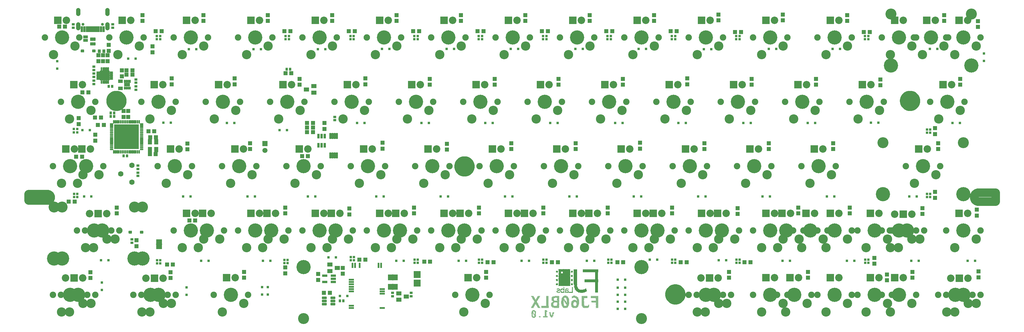
<source format=gbr>
G04 EAGLE Gerber RS-274X export*
G75*
%MOMM*%
%FSLAX66Y66*%
%LPD*%
%INSoldermask Bottom*%
%IPPOS*%
%AMOC8*
5,1,8,0,0,1.08239X$1,22.5*%
G01*
%ADD10C,0.001000*%
%ADD11C,3.500000*%
%ADD12C,2.500000*%
%ADD13C,4.203200*%
%ADD14C,1.903200*%
%ADD15C,2.743200*%
%ADD16C,2.203200*%
%ADD17R,2.203200X2.203200*%
%ADD18C,3.253200*%
%ADD19R,0.803200X0.803200*%
%ADD20R,0.603200X1.603200*%
%ADD21R,1.603200X0.603200*%
%ADD22R,0.903200X0.803200*%
%ADD23R,1.393200X0.933200*%
%ADD24R,1.283200X1.253200*%
%ADD25R,1.253200X1.283200*%
%ADD26R,1.253200X1.503200*%
%ADD27R,1.524000X0.762000*%
%ADD28C,0.344606*%
%ADD29R,0.803200X0.903200*%
%ADD30R,1.371600X1.803400*%
%ADD31R,0.152400X1.828800*%
%ADD32C,0.268653*%
%ADD33R,7.353200X7.353200*%
%ADD34R,1.603200X1.203200*%
%ADD35C,1.511200*%
%ADD36R,1.511200X1.511200*%
%ADD37C,0.301600*%
%ADD38R,0.762000X1.333500*%
%ADD39C,1.603200*%
%ADD40R,2.108200X2.108200*%
%ADD41R,0.903200X1.103200*%
%ADD42R,1.803400X1.371600*%
%ADD43R,1.828800X0.152400*%
%ADD44C,0.853200*%
%ADD45R,0.803200X1.653200*%
%ADD46R,0.503200X1.653200*%
%ADD47C,1.311200*%
%ADD48R,0.083819X0.042162*%
%ADD49R,0.167637X0.042162*%
%ADD50R,0.086363X0.042162*%
%ADD51R,0.127000X0.042162*%
%ADD52R,0.929638X0.042419*%
%ADD53R,1.143000X0.042419*%
%ADD54R,0.467363X0.042419*%
%ADD55R,0.210819X0.042419*%
%ADD56R,0.464819X0.042419*%
%ADD57R,0.551181X0.042419*%
%ADD58R,1.270000X0.042419*%
%ADD59R,0.548638X0.042419*%
%ADD60R,0.675638X0.042419*%
%ADD61R,0.929638X0.042162*%
%ADD62R,1.818638X0.042162*%
%ADD63R,1.143000X0.042162*%
%ADD64R,1.056638X0.042162*%
%ADD65R,0.972819X0.042162*%
%ADD66R,0.889000X0.042162*%
%ADD67R,0.889000X0.042419*%
%ADD68R,1.988819X0.042419*%
%ADD69R,0.337819X0.042419*%
%ADD70R,1.016000X0.042419*%
%ADD71R,0.421637X0.042419*%
%ADD72R,2.115819X0.042419*%
%ADD73R,0.170181X0.042419*%
%ADD74R,0.043181X0.042419*%
%ADD75R,0.083819X0.042419*%
%ADD76R,0.294637X0.042419*%
%ADD77R,0.040638X0.042419*%
%ADD78R,2.329181X0.042162*%
%ADD79R,0.170181X0.042162*%
%ADD80R,0.210819X0.042162*%
%ADD81R,0.297181X0.042162*%
%ADD82R,0.337819X0.042162*%
%ADD83R,0.294637X0.042162*%
%ADD84R,2.453638X0.042419*%
%ADD85R,0.213363X0.042419*%
%ADD86R,0.297181X0.042419*%
%ADD87R,0.254000X0.042419*%
%ADD88R,0.167637X0.042419*%
%ADD89R,2.667000X0.042419*%
%ADD90R,2.794000X0.042162*%
%ADD91R,0.213363X0.042162*%
%ADD92R,0.254000X0.042162*%
%ADD93R,2.921000X0.042419*%
%ADD94R,3.004819X0.042419*%
%ADD95R,3.048000X0.042162*%
%ADD96R,3.091181X0.042419*%
%ADD97R,3.175000X0.042419*%
%ADD98R,0.381000X0.042419*%
%ADD99R,0.635000X0.042419*%
%ADD100R,3.218181X0.042162*%
%ADD101R,0.845819X0.042162*%
%ADD102R,0.594363X0.042162*%
%ADD103R,3.258819X0.042419*%
%ADD104R,0.591819X0.042419*%
%ADD105R,0.805181X0.042419*%
%ADD106R,3.261363X0.042419*%
%ADD107R,1.186181X0.042162*%
%ADD108R,1.524000X0.042162*%
%ADD109R,0.975363X0.042419*%
%ADD110R,1.353819X0.042419*%
%ADD111R,0.678181X0.042419*%
%ADD112R,0.127000X0.042419*%
%ADD113R,0.508000X0.042162*%
%ADD114R,1.229363X0.042162*%
%ADD115R,0.421637X0.042162*%
%ADD116R,0.381000X0.042162*%
%ADD117R,1.102363X0.042419*%
%ADD118R,1.056638X0.042419*%
%ADD119R,0.718819X0.042419*%
%ADD120R,0.845819X0.042419*%
%ADD121R,1.099819X0.042162*%
%ADD122R,0.718819X0.042162*%
%ADD123R,0.675638X0.042162*%
%ADD124R,0.721363X0.042162*%
%ADD125R,1.099819X0.042419*%
%ADD126R,0.424181X0.042419*%
%ADD127R,0.086363X0.042419*%
%ADD128R,1.059181X0.042419*%
%ADD129R,0.043181X0.042162*%
%ADD130R,1.016000X0.042162*%
%ADD131R,0.972819X0.042419*%
%ADD132R,0.932181X0.042419*%
%ADD133R,0.932181X0.042162*%
%ADD134R,0.040638X0.042162*%
%ADD135R,3.429000X0.042419*%
%ADD136R,3.385819X0.042419*%
%ADD137R,3.429000X0.042162*%
%ADD138R,0.508000X0.042419*%
%ADD139R,0.424181X0.042162*%
%ADD140R,3.385819X0.042162*%
%ADD141R,0.464819X0.042162*%
%ADD142R,0.975363X0.042162*%
%ADD143R,4.020819X0.042162*%
%ADD144R,4.020819X0.042419*%
%ADD145R,3.977638X0.042162*%
%ADD146R,3.980181X0.042419*%
%ADD147R,0.467363X0.042162*%
%ADD148R,3.980181X0.042162*%
%ADD149R,3.091181X0.042162*%
%ADD150R,0.551181X0.042162*%
%ADD151R,2.202181X0.042419*%
%ADD152R,2.202181X0.042162*%
%ADD153R,2.159000X0.042419*%
%ADD154R,1.102363X0.042162*%
%ADD155R,2.159000X0.042162*%
%ADD156R,4.572000X0.042419*%
%ADD157R,4.531363X0.042419*%
%ADD158R,4.531363X0.042162*%
%ADD159R,4.572000X0.042162*%
%ADD160R,0.594363X0.084581*%
%ADD161R,0.591819X0.084581*%
%ADD162R,1.356363X0.084581*%
%ADD163R,0.421637X0.084581*%
%ADD164R,0.845819X0.084581*%
%ADD165R,0.591819X0.084838*%
%ADD166R,1.356363X0.084838*%
%ADD167R,0.421637X0.084838*%
%ADD168R,1.102363X0.084838*%
%ADD169R,0.508000X0.084581*%
%ADD170R,1.102363X0.084581*%
%ADD171R,0.762000X0.084581*%
%ADD172R,0.424181X0.084838*%
%ADD173R,0.508000X0.084838*%
%ADD174R,0.424181X0.084581*%
%ADD175R,0.337819X0.084838*%
%ADD176R,0.340363X0.084838*%
%ADD177R,0.337819X0.084581*%
%ADD178R,0.678181X0.084581*%
%ADD179R,0.254000X0.084838*%
%ADD180R,0.254000X0.084581*%
%ADD181R,0.167637X0.084838*%
%ADD182R,0.675638X0.084581*%
%ADD183R,0.848363X0.084838*%
%ADD184R,0.929638X0.084838*%
%ADD185R,1.186181X0.084581*%
%ADD186R,1.016000X0.084581*%
%ADD187R,1.607819X0.084581*%
%ADD188R,2.118362X0.084581*%
%ADD189R,0.762000X0.084838*%
%ADD190R,1.691638X0.084838*%
%ADD191R,1.353819X0.084838*%
%ADD192R,1.270000X0.084838*%
%ADD193R,1.861819X0.084838*%
%ADD194R,2.118362X0.084838*%
%ADD195R,0.675638X0.084838*%
%ADD196R,1.778000X0.084581*%
%ADD197R,1.524000X0.084581*%
%ADD198R,1.440181X0.084581*%
%ADD199R,2.032000X0.084581*%
%ADD200R,1.864363X0.084581*%
%ADD201R,2.115819X0.084581*%
%ADD202R,2.032000X0.084838*%
%ADD203R,1.945638X0.084838*%
%ADD204R,1.778000X0.084838*%
%ADD205R,2.202181X0.084838*%
%ADD206R,1.948181X0.084581*%
%ADD207R,2.286000X0.084581*%
%ADD208R,2.369819X0.084581*%
%ADD209R,0.678181X0.084838*%
%ADD210R,0.848363X0.084581*%
%ADD211R,0.170181X0.084838*%
%ADD212R,0.086363X0.084581*%
%ADD213R,0.932181X0.084838*%
%ADD214R,1.524000X0.084838*%
%ADD215R,1.353819X0.084581*%
%ADD216R,0.845819X0.084838*%
%ADD217R,1.186181X0.084838*%
%ADD218R,1.016000X0.084838*%
%ADD219R,1.945638X0.084581*%
%ADD220R,2.199638X0.084838*%
%ADD221R,2.199638X0.084581*%
%ADD222R,1.861819X0.084581*%
%ADD223R,0.929638X0.084581*%
%ADD224R,1.183638X0.084838*%
%ADD225R,0.932181X0.084581*%
%ADD226R,1.099819X0.084581*%
%ADD227R,1.270000X0.084581*%
%ADD228R,1.440181X0.084838*%
%ADD229R,0.083819X0.084581*%
%ADD230R,2.202181X0.084581*%
%ADD231R,1.610363X0.084581*%
%ADD232R,1.610363X0.084838*%
%ADD233R,2.115819X0.084838*%
%ADD234R,1.691638X0.084581*%
%ADD235R,1.607819X0.084838*%
%ADD236R,0.753200X0.753200*%
%ADD237C,0.333503*%
%ADD238R,2.903200X2.903200*%
%ADD239C,0.275422*%
%ADD240R,1.803200X1.103200*%
%ADD241R,1.413500X1.078900*%
%ADD242C,0.232344*%

G36*
X25399306Y90871231D02*
X25399306Y90871231D01*
X25399453Y90871066D01*
X25433853Y90873766D01*
X25434303Y90874163D01*
X25434634Y90873891D01*
X25468234Y90881991D01*
X25468613Y90882447D01*
X25468975Y90882231D01*
X25500875Y90895431D01*
X25501178Y90895941D01*
X25501572Y90895784D01*
X25530972Y90913784D01*
X25531191Y90914338D01*
X25531603Y90914244D01*
X25557903Y90936644D01*
X25558038Y90937238D01*
X25558469Y90937209D01*
X25580869Y90963509D01*
X25580906Y90964100D01*
X25581328Y90964141D01*
X25599328Y90993541D01*
X25599272Y90994131D01*
X25599681Y90994238D01*
X25612881Y91026138D01*
X25612734Y91026713D01*
X25613122Y91026878D01*
X25621222Y91060478D01*
X25620884Y91061263D01*
X25621363Y91061619D01*
X25624063Y91516019D01*
X25623866Y91516281D01*
X25624047Y91516441D01*
X25621347Y91550841D01*
X25620950Y91551291D01*
X25621222Y91551622D01*
X25613122Y91585222D01*
X25612666Y91585600D01*
X25612881Y91585963D01*
X25599681Y91617863D01*
X25599172Y91618166D01*
X25599328Y91618559D01*
X25581328Y91647959D01*
X25580775Y91648178D01*
X25580869Y91648591D01*
X25558469Y91674891D01*
X25557875Y91675025D01*
X25557903Y91675456D01*
X25531603Y91697856D01*
X25531013Y91697894D01*
X25530972Y91698316D01*
X25501572Y91716316D01*
X25500981Y91716259D01*
X25500875Y91716669D01*
X25468975Y91729869D01*
X25468400Y91729722D01*
X25468234Y91730109D01*
X25434634Y91738209D01*
X25434084Y91737972D01*
X25433853Y91738334D01*
X25399453Y91741034D01*
X25399197Y91740872D01*
X25399063Y91741050D01*
X24819063Y91741050D01*
X24818819Y91740869D01*
X24818672Y91741034D01*
X24784272Y91738334D01*
X24783822Y91737938D01*
X24783491Y91738209D01*
X24749891Y91730109D01*
X24749513Y91729653D01*
X24749150Y91729869D01*
X24717250Y91716669D01*
X24716947Y91716159D01*
X24716553Y91716316D01*
X24687153Y91698316D01*
X24686934Y91697763D01*
X24686522Y91697856D01*
X24660222Y91675456D01*
X24660088Y91674863D01*
X24659656Y91674891D01*
X24637256Y91648591D01*
X24637219Y91648000D01*
X24636797Y91647959D01*
X24618797Y91618559D01*
X24618853Y91617969D01*
X24618444Y91617863D01*
X24605244Y91585963D01*
X24605391Y91585388D01*
X24605003Y91585222D01*
X24596903Y91551622D01*
X24597241Y91550838D01*
X24596763Y91550481D01*
X24594063Y91096081D01*
X24594259Y91095819D01*
X24594078Y91095659D01*
X24596778Y91061259D01*
X24597175Y91060809D01*
X24596903Y91060478D01*
X24605003Y91026878D01*
X24605459Y91026500D01*
X24605244Y91026138D01*
X24618444Y90994238D01*
X24618953Y90993934D01*
X24618797Y90993541D01*
X24636797Y90964141D01*
X24637350Y90963922D01*
X24637256Y90963509D01*
X24659656Y90937209D01*
X24660250Y90937075D01*
X24660222Y90936644D01*
X24686522Y90914244D01*
X24687113Y90914206D01*
X24687153Y90913784D01*
X24716553Y90895784D01*
X24717144Y90895841D01*
X24717250Y90895431D01*
X24749150Y90882231D01*
X24749725Y90882378D01*
X24749891Y90881991D01*
X24783491Y90873891D01*
X24784041Y90874128D01*
X24784272Y90873766D01*
X24818672Y90871066D01*
X24818928Y90871228D01*
X24819063Y90871050D01*
X25399063Y90871050D01*
X25399306Y90871231D01*
G37*
G36*
X28759306Y90871231D02*
X28759306Y90871231D01*
X28759453Y90871066D01*
X28793853Y90873766D01*
X28794303Y90874163D01*
X28794634Y90873891D01*
X28828234Y90881991D01*
X28828613Y90882447D01*
X28828975Y90882231D01*
X28860875Y90895431D01*
X28861178Y90895941D01*
X28861572Y90895784D01*
X28890972Y90913784D01*
X28891191Y90914338D01*
X28891603Y90914244D01*
X28917903Y90936644D01*
X28918038Y90937238D01*
X28918469Y90937209D01*
X28940869Y90963509D01*
X28940906Y90964100D01*
X28941328Y90964141D01*
X28959328Y90993541D01*
X28959272Y90994131D01*
X28959681Y90994238D01*
X28972881Y91026138D01*
X28972734Y91026713D01*
X28973122Y91026878D01*
X28981222Y91060478D01*
X28980884Y91061263D01*
X28981363Y91061619D01*
X28984063Y91516019D01*
X28983866Y91516281D01*
X28984047Y91516441D01*
X28981347Y91550841D01*
X28980950Y91551291D01*
X28981222Y91551622D01*
X28973122Y91585222D01*
X28972666Y91585600D01*
X28972881Y91585963D01*
X28959681Y91617863D01*
X28959172Y91618166D01*
X28959328Y91618559D01*
X28941328Y91647959D01*
X28940775Y91648178D01*
X28940869Y91648591D01*
X28918469Y91674891D01*
X28917875Y91675025D01*
X28917903Y91675456D01*
X28891603Y91697856D01*
X28891013Y91697894D01*
X28890972Y91698316D01*
X28861572Y91716316D01*
X28860981Y91716259D01*
X28860875Y91716669D01*
X28828975Y91729869D01*
X28828400Y91729722D01*
X28828234Y91730109D01*
X28794634Y91738209D01*
X28794084Y91737972D01*
X28793853Y91738334D01*
X28759453Y91741034D01*
X28759197Y91740872D01*
X28759063Y91741050D01*
X28179063Y91741050D01*
X28178819Y91740869D01*
X28178672Y91741034D01*
X28144272Y91738334D01*
X28143822Y91737938D01*
X28143491Y91738209D01*
X28109891Y91730109D01*
X28109513Y91729653D01*
X28109150Y91729869D01*
X28077250Y91716669D01*
X28076947Y91716159D01*
X28076553Y91716316D01*
X28047153Y91698316D01*
X28046934Y91697763D01*
X28046522Y91697856D01*
X28020222Y91675456D01*
X28020088Y91674863D01*
X28019656Y91674891D01*
X27997256Y91648591D01*
X27997219Y91648000D01*
X27996797Y91647959D01*
X27978797Y91618559D01*
X27978853Y91617969D01*
X27978444Y91617863D01*
X27965244Y91585963D01*
X27965391Y91585388D01*
X27965003Y91585222D01*
X27956903Y91551622D01*
X27957241Y91550838D01*
X27956763Y91550481D01*
X27954063Y91096081D01*
X27954259Y91095819D01*
X27954078Y91095659D01*
X27956778Y91061259D01*
X27957175Y91060809D01*
X27956903Y91060478D01*
X27965003Y91026878D01*
X27965459Y91026500D01*
X27965244Y91026138D01*
X27978444Y90994238D01*
X27978953Y90993934D01*
X27978797Y90993541D01*
X27996797Y90964141D01*
X27997350Y90963922D01*
X27997256Y90963509D01*
X28019656Y90937209D01*
X28020250Y90937075D01*
X28020222Y90936644D01*
X28046522Y90914244D01*
X28047113Y90914206D01*
X28047153Y90913784D01*
X28076553Y90895784D01*
X28077144Y90895841D01*
X28077250Y90895431D01*
X28109150Y90882231D01*
X28109725Y90882378D01*
X28109891Y90881991D01*
X28143491Y90873891D01*
X28144041Y90874128D01*
X28144272Y90873766D01*
X28178672Y90871066D01*
X28178928Y90871228D01*
X28179063Y90871050D01*
X28759063Y90871050D01*
X28759306Y90871231D01*
G37*
G36*
X42897978Y37218697D02*
X42897978Y37218697D01*
X42898125Y37218531D01*
X42932525Y37221231D01*
X42932975Y37221628D01*
X42933306Y37221356D01*
X42966906Y37229456D01*
X42967284Y37229913D01*
X42967647Y37229697D01*
X42999547Y37242897D01*
X42999850Y37243406D01*
X43000244Y37243250D01*
X43029644Y37261250D01*
X43029863Y37261803D01*
X43030275Y37261709D01*
X43056575Y37284109D01*
X43056709Y37284703D01*
X43057141Y37284675D01*
X43079541Y37310975D01*
X43079578Y37311566D01*
X43080000Y37311606D01*
X43098000Y37341006D01*
X43097944Y37341597D01*
X43098353Y37341703D01*
X43111553Y37373603D01*
X43111406Y37374178D01*
X43111794Y37374344D01*
X43119894Y37407944D01*
X43119556Y37408728D01*
X43120034Y37409084D01*
X43122734Y37863484D01*
X43122538Y37863747D01*
X43122719Y37863906D01*
X43120019Y37898306D01*
X43119622Y37898756D01*
X43119894Y37899088D01*
X43111794Y37932688D01*
X43111338Y37933066D01*
X43111553Y37933428D01*
X43098353Y37965328D01*
X43097844Y37965631D01*
X43098000Y37966025D01*
X43080000Y37995425D01*
X43079447Y37995644D01*
X43079541Y37996056D01*
X43057141Y38022356D01*
X43056547Y38022491D01*
X43056575Y38022922D01*
X43030275Y38045322D01*
X43029684Y38045359D01*
X43029644Y38045781D01*
X43000244Y38063781D01*
X42999653Y38063725D01*
X42999547Y38064134D01*
X42967647Y38077334D01*
X42967072Y38077188D01*
X42966906Y38077575D01*
X42933306Y38085675D01*
X42932756Y38085438D01*
X42932525Y38085800D01*
X42898125Y38088500D01*
X42897869Y38088338D01*
X42897734Y38088516D01*
X42317734Y38088516D01*
X42317491Y38088334D01*
X42317344Y38088500D01*
X42282944Y38085800D01*
X42282494Y38085403D01*
X42282163Y38085675D01*
X42248563Y38077575D01*
X42248184Y38077119D01*
X42247822Y38077334D01*
X42215922Y38064134D01*
X42215619Y38063625D01*
X42215225Y38063781D01*
X42185825Y38045781D01*
X42185606Y38045228D01*
X42185194Y38045322D01*
X42158894Y38022922D01*
X42158759Y38022328D01*
X42158328Y38022356D01*
X42135928Y37996056D01*
X42135891Y37995466D01*
X42135469Y37995425D01*
X42117469Y37966025D01*
X42117525Y37965434D01*
X42117116Y37965328D01*
X42103916Y37933428D01*
X42104063Y37932853D01*
X42103675Y37932688D01*
X42095575Y37899088D01*
X42095913Y37898303D01*
X42095434Y37897947D01*
X42092734Y37443547D01*
X42092931Y37443284D01*
X42092750Y37443125D01*
X42095450Y37408725D01*
X42095847Y37408275D01*
X42095575Y37407944D01*
X42103675Y37374344D01*
X42104131Y37373966D01*
X42103916Y37373603D01*
X42117116Y37341703D01*
X42117625Y37341400D01*
X42117469Y37341006D01*
X42135469Y37311606D01*
X42136022Y37311388D01*
X42135928Y37310975D01*
X42158328Y37284675D01*
X42158922Y37284541D01*
X42158894Y37284109D01*
X42185194Y37261709D01*
X42185784Y37261672D01*
X42185825Y37261250D01*
X42215225Y37243250D01*
X42215816Y37243306D01*
X42215922Y37242897D01*
X42247822Y37229697D01*
X42248397Y37229844D01*
X42248563Y37229456D01*
X42282163Y37221356D01*
X42282713Y37221594D01*
X42282944Y37221231D01*
X42317344Y37218531D01*
X42317600Y37218694D01*
X42317734Y37218516D01*
X42897734Y37218516D01*
X42897978Y37218697D01*
G37*
G36*
X39537978Y37218697D02*
X39537978Y37218697D01*
X39538125Y37218531D01*
X39572525Y37221231D01*
X39572975Y37221628D01*
X39573306Y37221356D01*
X39606906Y37229456D01*
X39607284Y37229913D01*
X39607647Y37229697D01*
X39639547Y37242897D01*
X39639850Y37243406D01*
X39640244Y37243250D01*
X39669644Y37261250D01*
X39669863Y37261803D01*
X39670275Y37261709D01*
X39696575Y37284109D01*
X39696709Y37284703D01*
X39697141Y37284675D01*
X39719541Y37310975D01*
X39719578Y37311566D01*
X39720000Y37311606D01*
X39738000Y37341006D01*
X39737944Y37341597D01*
X39738353Y37341703D01*
X39751553Y37373603D01*
X39751406Y37374178D01*
X39751794Y37374344D01*
X39759894Y37407944D01*
X39759556Y37408728D01*
X39760034Y37409084D01*
X39762734Y37863484D01*
X39762538Y37863747D01*
X39762719Y37863906D01*
X39760019Y37898306D01*
X39759622Y37898756D01*
X39759894Y37899088D01*
X39751794Y37932688D01*
X39751338Y37933066D01*
X39751553Y37933428D01*
X39738353Y37965328D01*
X39737844Y37965631D01*
X39738000Y37966025D01*
X39720000Y37995425D01*
X39719447Y37995644D01*
X39719541Y37996056D01*
X39697141Y38022356D01*
X39696547Y38022491D01*
X39696575Y38022922D01*
X39670275Y38045322D01*
X39669684Y38045359D01*
X39669644Y38045781D01*
X39640244Y38063781D01*
X39639653Y38063725D01*
X39639547Y38064134D01*
X39607647Y38077334D01*
X39607072Y38077188D01*
X39606906Y38077575D01*
X39573306Y38085675D01*
X39572756Y38085438D01*
X39572525Y38085800D01*
X39538125Y38088500D01*
X39537869Y38088338D01*
X39537734Y38088516D01*
X38957734Y38088516D01*
X38957491Y38088334D01*
X38957344Y38088500D01*
X38922944Y38085800D01*
X38922494Y38085403D01*
X38922163Y38085675D01*
X38888563Y38077575D01*
X38888184Y38077119D01*
X38887822Y38077334D01*
X38855922Y38064134D01*
X38855619Y38063625D01*
X38855225Y38063781D01*
X38825825Y38045781D01*
X38825606Y38045228D01*
X38825194Y38045322D01*
X38798894Y38022922D01*
X38798759Y38022328D01*
X38798328Y38022356D01*
X38775928Y37996056D01*
X38775891Y37995466D01*
X38775469Y37995425D01*
X38757469Y37966025D01*
X38757525Y37965434D01*
X38757116Y37965328D01*
X38743916Y37933428D01*
X38744063Y37932853D01*
X38743675Y37932688D01*
X38735575Y37899088D01*
X38735913Y37898303D01*
X38735434Y37897947D01*
X38732734Y37443547D01*
X38732931Y37443284D01*
X38732750Y37443125D01*
X38735450Y37408725D01*
X38735847Y37408275D01*
X38735575Y37407944D01*
X38743675Y37374344D01*
X38744131Y37373966D01*
X38743916Y37373603D01*
X38757116Y37341703D01*
X38757625Y37341400D01*
X38757469Y37341006D01*
X38775469Y37311606D01*
X38776022Y37311388D01*
X38775928Y37310975D01*
X38798328Y37284675D01*
X38798922Y37284541D01*
X38798894Y37284109D01*
X38825194Y37261709D01*
X38825784Y37261672D01*
X38825825Y37261250D01*
X38855225Y37243250D01*
X38855816Y37243306D01*
X38855922Y37242897D01*
X38887822Y37229697D01*
X38888397Y37229844D01*
X38888563Y37229456D01*
X38922163Y37221356D01*
X38922713Y37221594D01*
X38922944Y37221231D01*
X38957344Y37218531D01*
X38957600Y37218694D01*
X38957734Y37218516D01*
X39537734Y37218516D01*
X39537978Y37218697D01*
G37*
D10*
X135856340Y58250000D02*
X135830611Y58195857D01*
X135806188Y58141112D01*
X135783084Y58085797D01*
X135761313Y58029944D01*
X135740888Y57973586D01*
X135721820Y57916754D01*
X135704120Y57859480D01*
X135687798Y57801799D01*
X135672864Y57743744D01*
X135659326Y57685347D01*
X135647192Y57626642D01*
X135636469Y57567663D01*
X135627164Y57508444D01*
X135619281Y57449018D01*
X135612825Y57389421D01*
X135607800Y57329687D01*
X135604208Y57269848D01*
X135602053Y57209941D01*
X135601334Y57150000D01*
X135602053Y57090059D01*
X135604208Y57030152D01*
X135607800Y56970313D01*
X135612825Y56910579D01*
X135619281Y56850982D01*
X135627164Y56791556D01*
X135636469Y56732337D01*
X135647192Y56673358D01*
X135659326Y56614653D01*
X135672864Y56556256D01*
X135687798Y56498201D01*
X135704120Y56440520D01*
X135721820Y56383246D01*
X135740888Y56326414D01*
X135761313Y56270056D01*
X135783084Y56214203D01*
X135806188Y56158888D01*
X135830611Y56104143D01*
X135856340Y56050000D01*
X267704340Y75448050D02*
X267678611Y75502193D01*
X267654188Y75556938D01*
X267631084Y75612253D01*
X267609313Y75668106D01*
X267588888Y75724464D01*
X267569820Y75781296D01*
X267552120Y75838570D01*
X267535798Y75896251D01*
X267520864Y75954306D01*
X267507326Y76012703D01*
X267495192Y76071408D01*
X267484469Y76130387D01*
X267475164Y76189606D01*
X267467281Y76249032D01*
X267460825Y76308629D01*
X267455800Y76368363D01*
X267452208Y76428202D01*
X267450053Y76488109D01*
X267449334Y76548050D01*
X267450053Y76607991D01*
X267452208Y76667898D01*
X267455800Y76727737D01*
X267460825Y76787471D01*
X267467281Y76847068D01*
X267475164Y76906494D01*
X267484469Y76965713D01*
X267495192Y77024692D01*
X267507326Y77083397D01*
X267520864Y77141794D01*
X267535798Y77199849D01*
X267552120Y77257530D01*
X267569820Y77314804D01*
X267588888Y77371636D01*
X267609313Y77427994D01*
X267631084Y77483847D01*
X267654188Y77539162D01*
X267678611Y77593907D01*
X267704340Y77648050D01*
X32856440Y77648550D02*
X32830711Y77594407D01*
X32806288Y77539662D01*
X32783184Y77484347D01*
X32761413Y77428494D01*
X32740988Y77372136D01*
X32721920Y77315304D01*
X32704220Y77258030D01*
X32687898Y77200349D01*
X32672964Y77142294D01*
X32659426Y77083897D01*
X32647292Y77025192D01*
X32636569Y76966213D01*
X32627264Y76906994D01*
X32619381Y76847568D01*
X32612925Y76787971D01*
X32607900Y76728237D01*
X32604308Y76668398D01*
X32602153Y76608491D01*
X32601434Y76548550D01*
X32602153Y76488609D01*
X32604308Y76428702D01*
X32607900Y76368863D01*
X32612925Y76309129D01*
X32619381Y76249532D01*
X32627264Y76190106D01*
X32636569Y76130887D01*
X32647292Y76071908D01*
X32659426Y76013203D01*
X32672964Y75954806D01*
X32687898Y75896751D01*
X32704220Y75839070D01*
X32721920Y75781796D01*
X32740988Y75724964D01*
X32761413Y75668606D01*
X32783184Y75612753D01*
X32806288Y75557438D01*
X32830711Y75502693D01*
X32856440Y75448550D01*
X198255009Y20350000D02*
X198229280Y20295857D01*
X198204857Y20241112D01*
X198181753Y20185797D01*
X198159982Y20129944D01*
X198139557Y20073586D01*
X198120489Y20016754D01*
X198102789Y19959480D01*
X198086467Y19901800D01*
X198071533Y19843744D01*
X198057995Y19785347D01*
X198045861Y19726642D01*
X198035138Y19667663D01*
X198025833Y19608444D01*
X198017950Y19549018D01*
X198011494Y19489421D01*
X198006469Y19429687D01*
X198002877Y19369848D01*
X198000722Y19309941D01*
X198000003Y19250000D01*
X198000722Y19190059D01*
X198002877Y19130152D01*
X198006469Y19070313D01*
X198011494Y19010579D01*
X198017950Y18950982D01*
X198025833Y18891556D01*
X198035138Y18832337D01*
X198045861Y18773358D01*
X198057995Y18714653D01*
X198071533Y18656256D01*
X198086467Y18598200D01*
X198102789Y18540520D01*
X198120489Y18483246D01*
X198139557Y18426414D01*
X198159982Y18370056D01*
X198181753Y18314203D01*
X198204857Y18258888D01*
X198229280Y18204143D01*
X198255009Y18150000D01*
X37601241Y76517419D02*
X37601241Y76579681D01*
X37346416Y77648550D02*
X37372145Y77594407D01*
X37396568Y77539662D01*
X37419672Y77484347D01*
X37441443Y77428494D01*
X37461868Y77372136D01*
X37480936Y77315304D01*
X37498636Y77258030D01*
X37514958Y77200350D01*
X37529892Y77142294D01*
X37543430Y77083897D01*
X37555564Y77025192D01*
X37566287Y76966213D01*
X37575592Y76906994D01*
X37583475Y76847568D01*
X37589931Y76787971D01*
X37594956Y76728237D01*
X37598548Y76668398D01*
X37600703Y76608491D01*
X37601422Y76548550D01*
X37600703Y76488609D01*
X37598548Y76428702D01*
X37594956Y76368863D01*
X37589931Y76309129D01*
X37583475Y76249532D01*
X37575592Y76190106D01*
X37566287Y76130887D01*
X37555564Y76071908D01*
X37543430Y76013203D01*
X37529892Y75954806D01*
X37514958Y75896750D01*
X37498636Y75839070D01*
X37480936Y75781796D01*
X37461868Y75724964D01*
X37441443Y75668606D01*
X37419672Y75612753D01*
X37396568Y75557438D01*
X37372145Y75502693D01*
X37346416Y75448550D01*
X135856340Y58250000D02*
X135830611Y58195857D01*
X135806188Y58141112D01*
X135783084Y58085797D01*
X135761313Y58029944D01*
X135740888Y57973586D01*
X135721820Y57916754D01*
X135704120Y57859480D01*
X135687798Y57801799D01*
X135672864Y57743744D01*
X135659326Y57685347D01*
X135647192Y57626642D01*
X135636469Y57567663D01*
X135627164Y57508444D01*
X135619281Y57449018D01*
X135612825Y57389421D01*
X135607800Y57329687D01*
X135604208Y57269848D01*
X135602053Y57209941D01*
X135601334Y57150000D01*
X135602053Y57090059D01*
X135604208Y57030152D01*
X135607800Y56970313D01*
X135612825Y56910579D01*
X135619281Y56850982D01*
X135627164Y56791556D01*
X135636469Y56732337D01*
X135647192Y56673358D01*
X135659326Y56614653D01*
X135672864Y56556256D01*
X135687798Y56498201D01*
X135704120Y56440520D01*
X135721820Y56383246D01*
X135740888Y56326414D01*
X135761313Y56270056D01*
X135783084Y56214203D01*
X135806188Y56158888D01*
X135830611Y56104143D01*
X135856340Y56050000D01*
X140346316Y56050000D02*
X140372045Y56104143D01*
X140396468Y56158888D01*
X140419572Y56214203D01*
X140441343Y56270056D01*
X140461768Y56326414D01*
X140480836Y56383246D01*
X140498536Y56440520D01*
X140514858Y56498200D01*
X140529792Y56556256D01*
X140543330Y56614653D01*
X140555464Y56673358D01*
X140566187Y56732337D01*
X140575492Y56791556D01*
X140583375Y56850982D01*
X140589831Y56910579D01*
X140594856Y56970313D01*
X140598448Y57030152D01*
X140600603Y57090059D01*
X140601322Y57150000D01*
X140600603Y57209941D01*
X140598448Y57269848D01*
X140594856Y57329687D01*
X140589831Y57389421D01*
X140583375Y57449018D01*
X140575492Y57508444D01*
X140566187Y57567663D01*
X140555464Y57626642D01*
X140543330Y57685347D01*
X140529792Y57743744D01*
X140514858Y57801800D01*
X140498536Y57859480D01*
X140480836Y57916754D01*
X140461768Y57973586D01*
X140441343Y58029944D01*
X140419572Y58085797D01*
X140396468Y58141112D01*
X140372045Y58195857D01*
X140346316Y58250000D01*
X140601141Y57181131D02*
X140601141Y57118869D01*
X198255009Y20350000D02*
X198229280Y20295857D01*
X198204857Y20241112D01*
X198181753Y20185797D01*
X198159982Y20129944D01*
X198139557Y20073586D01*
X198120489Y20016754D01*
X198102789Y19959480D01*
X198086467Y19901800D01*
X198071533Y19843744D01*
X198057995Y19785347D01*
X198045861Y19726642D01*
X198035138Y19667663D01*
X198025833Y19608444D01*
X198017950Y19549018D01*
X198011494Y19489421D01*
X198006469Y19429687D01*
X198002877Y19369848D01*
X198000722Y19309941D01*
X198000003Y19250000D01*
X198000722Y19190059D01*
X198002877Y19130152D01*
X198006469Y19070313D01*
X198011494Y19010579D01*
X198017950Y18950982D01*
X198025833Y18891556D01*
X198035138Y18832337D01*
X198045861Y18773358D01*
X198057995Y18714653D01*
X198071533Y18656256D01*
X198086467Y18598200D01*
X198102789Y18540520D01*
X198120489Y18483246D01*
X198139557Y18426414D01*
X198159982Y18370056D01*
X198181753Y18314203D01*
X198204857Y18258888D01*
X198229280Y18204143D01*
X198255009Y18150000D01*
X202744988Y18150000D02*
X202770717Y18204143D01*
X202795140Y18258888D01*
X202818244Y18314203D01*
X202840015Y18370056D01*
X202860440Y18426414D01*
X202879508Y18483246D01*
X202897208Y18540520D01*
X202913530Y18598200D01*
X202928464Y18656256D01*
X202942002Y18714653D01*
X202954136Y18773358D01*
X202964859Y18832337D01*
X202974164Y18891556D01*
X202982047Y18950982D01*
X202988503Y19010579D01*
X202993528Y19070313D01*
X202997120Y19130152D01*
X202999275Y19190059D01*
X202999994Y19250000D01*
X202999275Y19309941D01*
X202997120Y19369848D01*
X202993528Y19429687D01*
X202988503Y19489421D01*
X202982047Y19549018D01*
X202974164Y19608444D01*
X202964859Y19667663D01*
X202954136Y19726642D01*
X202942002Y19785347D01*
X202928464Y19843744D01*
X202913530Y19901800D01*
X202897208Y19959480D01*
X202879508Y20016754D01*
X202860440Y20073586D01*
X202840015Y20129944D01*
X202818244Y20185797D01*
X202795140Y20241112D01*
X202770717Y20295857D01*
X202744988Y20350000D01*
X202999809Y19281131D02*
X202999809Y19218869D01*
X267704340Y75448050D02*
X267678611Y75502193D01*
X267654188Y75556938D01*
X267631084Y75612253D01*
X267609313Y75668106D01*
X267588888Y75724464D01*
X267569820Y75781296D01*
X267552120Y75838570D01*
X267535798Y75896251D01*
X267520864Y75954306D01*
X267507326Y76012703D01*
X267495192Y76071408D01*
X267484469Y76130387D01*
X267475164Y76189606D01*
X267467281Y76249032D01*
X267460825Y76308629D01*
X267455800Y76368363D01*
X267452208Y76428202D01*
X267450053Y76488109D01*
X267449334Y76548050D01*
X267450053Y76607991D01*
X267452208Y76667898D01*
X267455800Y76727737D01*
X267460825Y76787471D01*
X267467281Y76847068D01*
X267475164Y76906494D01*
X267484469Y76965713D01*
X267495192Y77024692D01*
X267507326Y77083397D01*
X267520864Y77141794D01*
X267535798Y77199849D01*
X267552120Y77257530D01*
X267569820Y77314804D01*
X267588888Y77371636D01*
X267609313Y77427994D01*
X267631084Y77483847D01*
X267654188Y77539162D01*
X267678611Y77593907D01*
X267704340Y77648050D01*
X272194316Y77648050D02*
X272220045Y77593907D01*
X272244468Y77539162D01*
X272267572Y77483847D01*
X272289343Y77427994D01*
X272309768Y77371636D01*
X272328836Y77314804D01*
X272346536Y77257530D01*
X272362858Y77199850D01*
X272377792Y77141794D01*
X272391330Y77083397D01*
X272403464Y77024692D01*
X272414187Y76965713D01*
X272423492Y76906494D01*
X272431375Y76847068D01*
X272437831Y76787471D01*
X272442856Y76727737D01*
X272446448Y76667898D01*
X272448603Y76607991D01*
X272449322Y76548050D01*
X272448603Y76488109D01*
X272446448Y76428202D01*
X272442856Y76368363D01*
X272437831Y76308629D01*
X272431375Y76249032D01*
X272423492Y76189606D01*
X272414187Y76130387D01*
X272403464Y76071408D01*
X272391330Y76012703D01*
X272377792Y75954306D01*
X272362858Y75896250D01*
X272346536Y75838570D01*
X272328836Y75781296D01*
X272309768Y75724464D01*
X272289343Y75668106D01*
X272267572Y75612253D01*
X272244468Y75556938D01*
X272220045Y75502193D01*
X272194316Y75448050D01*
X272449141Y76516919D02*
X272449141Y76579181D01*
X272194316Y77648050D02*
X272220045Y77593907D01*
X272244468Y77539162D01*
X272267572Y77483847D01*
X272289343Y77427994D01*
X272309768Y77371636D01*
X272328836Y77314804D01*
X272346536Y77257530D01*
X272362858Y77199850D01*
X272377792Y77141794D01*
X272391330Y77083397D01*
X272403464Y77024692D01*
X272414187Y76965713D01*
X272423492Y76906494D01*
X272431375Y76847068D01*
X272437831Y76787471D01*
X272442856Y76727737D01*
X272446448Y76667898D01*
X272448603Y76607991D01*
X272449322Y76548050D01*
X272448603Y76488109D01*
X272446448Y76428202D01*
X272442856Y76368363D01*
X272437831Y76308629D01*
X272431375Y76249032D01*
X272423492Y76189606D01*
X272414187Y76130387D01*
X272403464Y76071408D01*
X272391330Y76012703D01*
X272377792Y75954306D01*
X272362858Y75896250D01*
X272346536Y75838570D01*
X272328836Y75781296D01*
X272309768Y75724464D01*
X272289343Y75668106D01*
X272267572Y75612253D01*
X272244468Y75556938D01*
X272220045Y75502193D01*
X272194316Y75448050D01*
X202744988Y20350000D02*
X202770717Y20295857D01*
X202795140Y20241112D01*
X202818244Y20185797D01*
X202840015Y20129944D01*
X202860440Y20073586D01*
X202879508Y20016754D01*
X202897208Y19959480D01*
X202913530Y19901800D01*
X202928464Y19843744D01*
X202942002Y19785347D01*
X202954136Y19726642D01*
X202964859Y19667663D01*
X202974164Y19608444D01*
X202982047Y19549018D01*
X202988503Y19489421D01*
X202993528Y19429687D01*
X202997120Y19369848D01*
X202999275Y19309941D01*
X202999994Y19250000D01*
X202999275Y19190059D01*
X202997120Y19130152D01*
X202993528Y19070313D01*
X202988503Y19010579D01*
X202982047Y18950982D01*
X202974164Y18891556D01*
X202964859Y18832337D01*
X202954136Y18773358D01*
X202942002Y18714653D01*
X202928464Y18656256D01*
X202913530Y18598200D01*
X202897208Y18540520D01*
X202879508Y18483246D01*
X202860440Y18426414D01*
X202840015Y18370056D01*
X202818244Y18314203D01*
X202795140Y18258888D01*
X202770717Y18204143D01*
X202744988Y18150000D01*
X140346316Y56050000D02*
X140372045Y56104143D01*
X140396468Y56158888D01*
X140419572Y56214203D01*
X140441343Y56270056D01*
X140461768Y56326414D01*
X140480836Y56383246D01*
X140498536Y56440520D01*
X140514858Y56498200D01*
X140529792Y56556256D01*
X140543330Y56614653D01*
X140555464Y56673358D01*
X140566187Y56732337D01*
X140575492Y56791556D01*
X140583375Y56850982D01*
X140589831Y56910579D01*
X140594856Y56970313D01*
X140598448Y57030152D01*
X140600603Y57090059D01*
X140601322Y57150000D01*
X140600603Y57209941D01*
X140598448Y57269848D01*
X140594856Y57329687D01*
X140589831Y57389421D01*
X140583375Y57449018D01*
X140575492Y57508444D01*
X140566187Y57567663D01*
X140555464Y57626642D01*
X140543330Y57685347D01*
X140529792Y57743744D01*
X140514858Y57801800D01*
X140498536Y57859480D01*
X140480836Y57916754D01*
X140461768Y57973586D01*
X140441343Y58029944D01*
X140419572Y58085797D01*
X140396468Y58141112D01*
X140372045Y58195857D01*
X140346316Y58250000D01*
D11*
X33851431Y76548550D02*
X33851807Y76579227D01*
X33852937Y76609885D01*
X33854818Y76640506D01*
X33857450Y76671071D01*
X33860832Y76701563D01*
X33864960Y76731963D01*
X33869834Y76762252D01*
X33875449Y76792413D01*
X33881803Y76822427D01*
X33888892Y76852275D01*
X33896711Y76881941D01*
X33905256Y76911406D01*
X33914521Y76940652D01*
X33924501Y76969662D01*
X33935190Y76998419D01*
X33946582Y77026904D01*
X33958669Y77055102D01*
X33971444Y77082994D01*
X33984901Y77110564D01*
X33999029Y77137796D01*
X34013822Y77164673D01*
X34029270Y77191178D01*
X34045364Y77217297D01*
X34062094Y77243013D01*
X34079450Y77268310D01*
X34097422Y77293174D01*
X34115998Y77317589D01*
X34135168Y77341542D01*
X34154920Y77365016D01*
X34175242Y77387999D01*
X34196122Y77410476D01*
X34217548Y77432433D01*
X34239505Y77453859D01*
X34261982Y77474739D01*
X34284965Y77495061D01*
X34308439Y77514813D01*
X34332392Y77533983D01*
X34356807Y77552559D01*
X34381671Y77570531D01*
X34406968Y77587887D01*
X34432684Y77604617D01*
X34458803Y77620711D01*
X34485308Y77636159D01*
X34512185Y77650952D01*
X34539417Y77665080D01*
X34566987Y77678537D01*
X34594879Y77691312D01*
X34623077Y77703399D01*
X34651562Y77714791D01*
X34680319Y77725480D01*
X34709329Y77735460D01*
X34738575Y77744725D01*
X34768040Y77753270D01*
X34797706Y77761089D01*
X34827554Y77768178D01*
X34857568Y77774532D01*
X34887729Y77780147D01*
X34918018Y77785021D01*
X34948418Y77789149D01*
X34978910Y77792531D01*
X35009475Y77795163D01*
X35040096Y77797044D01*
X35070754Y77798174D01*
X35101431Y77798550D01*
X35132108Y77798174D01*
X35162766Y77797044D01*
X35193387Y77795163D01*
X35223952Y77792531D01*
X35254444Y77789149D01*
X35284844Y77785021D01*
X35315133Y77780147D01*
X35345294Y77774532D01*
X35375308Y77768178D01*
X35405156Y77761089D01*
X35434822Y77753270D01*
X35464287Y77744725D01*
X35493533Y77735460D01*
X35522543Y77725480D01*
X35551300Y77714791D01*
X35579785Y77703399D01*
X35607983Y77691312D01*
X35635875Y77678537D01*
X35663445Y77665080D01*
X35690677Y77650952D01*
X35717554Y77636159D01*
X35744059Y77620711D01*
X35770178Y77604617D01*
X35795894Y77587887D01*
X35821191Y77570531D01*
X35846055Y77552559D01*
X35870470Y77533983D01*
X35894423Y77514813D01*
X35917897Y77495061D01*
X35940880Y77474739D01*
X35963357Y77453859D01*
X35985314Y77432433D01*
X36006740Y77410476D01*
X36027620Y77387999D01*
X36047942Y77365016D01*
X36067694Y77341542D01*
X36086864Y77317589D01*
X36105440Y77293174D01*
X36123412Y77268310D01*
X36140768Y77243013D01*
X36157498Y77217297D01*
X36173592Y77191178D01*
X36189040Y77164673D01*
X36203833Y77137796D01*
X36217961Y77110564D01*
X36231418Y77082994D01*
X36244193Y77055102D01*
X36256280Y77026904D01*
X36267672Y76998419D01*
X36278361Y76969662D01*
X36288341Y76940652D01*
X36297606Y76911406D01*
X36306151Y76881941D01*
X36313970Y76852275D01*
X36321059Y76822427D01*
X36327413Y76792413D01*
X36333028Y76762252D01*
X36337902Y76731963D01*
X36342030Y76701563D01*
X36345412Y76671071D01*
X36348044Y76640506D01*
X36349925Y76609885D01*
X36351055Y76579227D01*
X36351431Y76548550D01*
X36351055Y76517873D01*
X36349925Y76487215D01*
X36348044Y76456594D01*
X36345412Y76426029D01*
X36342030Y76395537D01*
X36337902Y76365137D01*
X36333028Y76334848D01*
X36327413Y76304687D01*
X36321059Y76274673D01*
X36313970Y76244825D01*
X36306151Y76215159D01*
X36297606Y76185694D01*
X36288341Y76156448D01*
X36278361Y76127438D01*
X36267672Y76098681D01*
X36256280Y76070196D01*
X36244193Y76041998D01*
X36231418Y76014106D01*
X36217961Y75986536D01*
X36203833Y75959304D01*
X36189040Y75932427D01*
X36173592Y75905922D01*
X36157498Y75879803D01*
X36140768Y75854087D01*
X36123412Y75828790D01*
X36105440Y75803926D01*
X36086864Y75779511D01*
X36067694Y75755558D01*
X36047942Y75732084D01*
X36027620Y75709101D01*
X36006740Y75686624D01*
X35985314Y75664667D01*
X35963357Y75643241D01*
X35940880Y75622361D01*
X35917897Y75602039D01*
X35894423Y75582287D01*
X35870470Y75563117D01*
X35846055Y75544541D01*
X35821191Y75526569D01*
X35795894Y75509213D01*
X35770178Y75492483D01*
X35744059Y75476389D01*
X35717554Y75460941D01*
X35690677Y75446148D01*
X35663445Y75432020D01*
X35635875Y75418563D01*
X35607983Y75405788D01*
X35579785Y75393701D01*
X35551300Y75382309D01*
X35522543Y75371620D01*
X35493533Y75361640D01*
X35464287Y75352375D01*
X35434822Y75343830D01*
X35405156Y75336011D01*
X35375308Y75328922D01*
X35345294Y75322568D01*
X35315133Y75316953D01*
X35284844Y75312079D01*
X35254444Y75307951D01*
X35223952Y75304569D01*
X35193387Y75301937D01*
X35162766Y75300056D01*
X35132108Y75298926D01*
X35101431Y75298550D01*
X35070754Y75298926D01*
X35040096Y75300056D01*
X35009475Y75301937D01*
X34978910Y75304569D01*
X34948418Y75307951D01*
X34918018Y75312079D01*
X34887729Y75316953D01*
X34857568Y75322568D01*
X34827554Y75328922D01*
X34797706Y75336011D01*
X34768040Y75343830D01*
X34738575Y75352375D01*
X34709329Y75361640D01*
X34680319Y75371620D01*
X34651562Y75382309D01*
X34623077Y75393701D01*
X34594879Y75405788D01*
X34566987Y75418563D01*
X34539417Y75432020D01*
X34512185Y75446148D01*
X34485308Y75460941D01*
X34458803Y75476389D01*
X34432684Y75492483D01*
X34406968Y75509213D01*
X34381671Y75526569D01*
X34356807Y75544541D01*
X34332392Y75563117D01*
X34308439Y75582287D01*
X34284965Y75602039D01*
X34261982Y75622361D01*
X34239505Y75643241D01*
X34217548Y75664667D01*
X34196122Y75686624D01*
X34175242Y75709101D01*
X34154920Y75732084D01*
X34135168Y75755558D01*
X34115998Y75779511D01*
X34097422Y75803926D01*
X34079450Y75828790D01*
X34062094Y75854087D01*
X34045364Y75879803D01*
X34029270Y75905922D01*
X34013822Y75932427D01*
X33999029Y75959304D01*
X33984901Y75986536D01*
X33971444Y76014106D01*
X33958669Y76041998D01*
X33946582Y76070196D01*
X33935190Y76098681D01*
X33924501Y76127438D01*
X33914521Y76156448D01*
X33905256Y76185694D01*
X33896711Y76215159D01*
X33888892Y76244825D01*
X33881803Y76274673D01*
X33875449Y76304687D01*
X33869834Y76334848D01*
X33864960Y76365137D01*
X33860832Y76395537D01*
X33857450Y76426029D01*
X33854818Y76456594D01*
X33852937Y76487215D01*
X33851807Y76517873D01*
X33851431Y76548550D01*
X136851331Y57150000D02*
X136851707Y57180677D01*
X136852837Y57211335D01*
X136854718Y57241956D01*
X136857350Y57272521D01*
X136860732Y57303013D01*
X136864860Y57333413D01*
X136869734Y57363702D01*
X136875349Y57393863D01*
X136881703Y57423877D01*
X136888792Y57453725D01*
X136896611Y57483391D01*
X136905156Y57512856D01*
X136914421Y57542102D01*
X136924401Y57571112D01*
X136935090Y57599869D01*
X136946482Y57628354D01*
X136958569Y57656552D01*
X136971344Y57684444D01*
X136984801Y57712014D01*
X136998929Y57739246D01*
X137013722Y57766123D01*
X137029170Y57792628D01*
X137045264Y57818747D01*
X137061994Y57844463D01*
X137079350Y57869760D01*
X137097322Y57894624D01*
X137115898Y57919039D01*
X137135068Y57942992D01*
X137154820Y57966466D01*
X137175142Y57989449D01*
X137196022Y58011926D01*
X137217448Y58033883D01*
X137239405Y58055309D01*
X137261882Y58076189D01*
X137284865Y58096511D01*
X137308339Y58116263D01*
X137332292Y58135433D01*
X137356707Y58154009D01*
X137381571Y58171981D01*
X137406868Y58189337D01*
X137432584Y58206067D01*
X137458703Y58222161D01*
X137485208Y58237609D01*
X137512085Y58252402D01*
X137539317Y58266530D01*
X137566887Y58279987D01*
X137594779Y58292762D01*
X137622977Y58304849D01*
X137651462Y58316241D01*
X137680219Y58326930D01*
X137709229Y58336910D01*
X137738475Y58346175D01*
X137767940Y58354720D01*
X137797606Y58362539D01*
X137827454Y58369628D01*
X137857468Y58375982D01*
X137887629Y58381597D01*
X137917918Y58386471D01*
X137948318Y58390599D01*
X137978810Y58393981D01*
X138009375Y58396613D01*
X138039996Y58398494D01*
X138070654Y58399624D01*
X138101331Y58400000D01*
X138132008Y58399624D01*
X138162666Y58398494D01*
X138193287Y58396613D01*
X138223852Y58393981D01*
X138254344Y58390599D01*
X138284744Y58386471D01*
X138315033Y58381597D01*
X138345194Y58375982D01*
X138375208Y58369628D01*
X138405056Y58362539D01*
X138434722Y58354720D01*
X138464187Y58346175D01*
X138493433Y58336910D01*
X138522443Y58326930D01*
X138551200Y58316241D01*
X138579685Y58304849D01*
X138607883Y58292762D01*
X138635775Y58279987D01*
X138663345Y58266530D01*
X138690577Y58252402D01*
X138717454Y58237609D01*
X138743959Y58222161D01*
X138770078Y58206067D01*
X138795794Y58189337D01*
X138821091Y58171981D01*
X138845955Y58154009D01*
X138870370Y58135433D01*
X138894323Y58116263D01*
X138917797Y58096511D01*
X138940780Y58076189D01*
X138963257Y58055309D01*
X138985214Y58033883D01*
X139006640Y58011926D01*
X139027520Y57989449D01*
X139047842Y57966466D01*
X139067594Y57942992D01*
X139086764Y57919039D01*
X139105340Y57894624D01*
X139123312Y57869760D01*
X139140668Y57844463D01*
X139157398Y57818747D01*
X139173492Y57792628D01*
X139188940Y57766123D01*
X139203733Y57739246D01*
X139217861Y57712014D01*
X139231318Y57684444D01*
X139244093Y57656552D01*
X139256180Y57628354D01*
X139267572Y57599869D01*
X139278261Y57571112D01*
X139288241Y57542102D01*
X139297506Y57512856D01*
X139306051Y57483391D01*
X139313870Y57453725D01*
X139320959Y57423877D01*
X139327313Y57393863D01*
X139332928Y57363702D01*
X139337802Y57333413D01*
X139341930Y57303013D01*
X139345312Y57272521D01*
X139347944Y57241956D01*
X139349825Y57211335D01*
X139350955Y57180677D01*
X139351331Y57150000D01*
X139350955Y57119323D01*
X139349825Y57088665D01*
X139347944Y57058044D01*
X139345312Y57027479D01*
X139341930Y56996987D01*
X139337802Y56966587D01*
X139332928Y56936298D01*
X139327313Y56906137D01*
X139320959Y56876123D01*
X139313870Y56846275D01*
X139306051Y56816609D01*
X139297506Y56787144D01*
X139288241Y56757898D01*
X139278261Y56728888D01*
X139267572Y56700131D01*
X139256180Y56671646D01*
X139244093Y56643448D01*
X139231318Y56615556D01*
X139217861Y56587986D01*
X139203733Y56560754D01*
X139188940Y56533877D01*
X139173492Y56507372D01*
X139157398Y56481253D01*
X139140668Y56455537D01*
X139123312Y56430240D01*
X139105340Y56405376D01*
X139086764Y56380961D01*
X139067594Y56357008D01*
X139047842Y56333534D01*
X139027520Y56310551D01*
X139006640Y56288074D01*
X138985214Y56266117D01*
X138963257Y56244691D01*
X138940780Y56223811D01*
X138917797Y56203489D01*
X138894323Y56183737D01*
X138870370Y56164567D01*
X138845955Y56145991D01*
X138821091Y56128019D01*
X138795794Y56110663D01*
X138770078Y56093933D01*
X138743959Y56077839D01*
X138717454Y56062391D01*
X138690577Y56047598D01*
X138663345Y56033470D01*
X138635775Y56020013D01*
X138607883Y56007238D01*
X138579685Y55995151D01*
X138551200Y55983759D01*
X138522443Y55973070D01*
X138493433Y55963090D01*
X138464187Y55953825D01*
X138434722Y55945280D01*
X138405056Y55937461D01*
X138375208Y55930372D01*
X138345194Y55924018D01*
X138315033Y55918403D01*
X138284744Y55913529D01*
X138254344Y55909401D01*
X138223852Y55906019D01*
X138193287Y55903387D01*
X138162666Y55901506D01*
X138132008Y55900376D01*
X138101331Y55900000D01*
X138070654Y55900376D01*
X138039996Y55901506D01*
X138009375Y55903387D01*
X137978810Y55906019D01*
X137948318Y55909401D01*
X137917918Y55913529D01*
X137887629Y55918403D01*
X137857468Y55924018D01*
X137827454Y55930372D01*
X137797606Y55937461D01*
X137767940Y55945280D01*
X137738475Y55953825D01*
X137709229Y55963090D01*
X137680219Y55973070D01*
X137651462Y55983759D01*
X137622977Y55995151D01*
X137594779Y56007238D01*
X137566887Y56020013D01*
X137539317Y56033470D01*
X137512085Y56047598D01*
X137485208Y56062391D01*
X137458703Y56077839D01*
X137432584Y56093933D01*
X137406868Y56110663D01*
X137381571Y56128019D01*
X137356707Y56145991D01*
X137332292Y56164567D01*
X137308339Y56183737D01*
X137284865Y56203489D01*
X137261882Y56223811D01*
X137239405Y56244691D01*
X137217448Y56266117D01*
X137196022Y56288074D01*
X137175142Y56310551D01*
X137154820Y56333534D01*
X137135068Y56357008D01*
X137115898Y56380961D01*
X137097322Y56405376D01*
X137079350Y56430240D01*
X137061994Y56455537D01*
X137045264Y56481253D01*
X137029170Y56507372D01*
X137013722Y56533877D01*
X136998929Y56560754D01*
X136984801Y56587986D01*
X136971344Y56615556D01*
X136958569Y56643448D01*
X136946482Y56671646D01*
X136935090Y56700131D01*
X136924401Y56728888D01*
X136914421Y56757898D01*
X136905156Y56787144D01*
X136896611Y56816609D01*
X136888792Y56846275D01*
X136881703Y56876123D01*
X136875349Y56906137D01*
X136869734Y56936298D01*
X136864860Y56966587D01*
X136860732Y56996987D01*
X136857350Y57027479D01*
X136854718Y57058044D01*
X136852837Y57088665D01*
X136851707Y57119323D01*
X136851331Y57150000D01*
X199250000Y19250000D02*
X199250376Y19280677D01*
X199251506Y19311335D01*
X199253387Y19341956D01*
X199256019Y19372521D01*
X199259401Y19403013D01*
X199263529Y19433413D01*
X199268403Y19463702D01*
X199274018Y19493863D01*
X199280372Y19523877D01*
X199287461Y19553725D01*
X199295280Y19583391D01*
X199303825Y19612856D01*
X199313090Y19642102D01*
X199323070Y19671112D01*
X199333759Y19699869D01*
X199345151Y19728354D01*
X199357238Y19756552D01*
X199370013Y19784444D01*
X199383470Y19812014D01*
X199397598Y19839246D01*
X199412391Y19866123D01*
X199427839Y19892628D01*
X199443933Y19918747D01*
X199460663Y19944463D01*
X199478019Y19969760D01*
X199495991Y19994624D01*
X199514567Y20019039D01*
X199533737Y20042992D01*
X199553489Y20066466D01*
X199573811Y20089449D01*
X199594691Y20111926D01*
X199616117Y20133883D01*
X199638074Y20155309D01*
X199660551Y20176189D01*
X199683534Y20196511D01*
X199707008Y20216263D01*
X199730961Y20235433D01*
X199755376Y20254009D01*
X199780240Y20271981D01*
X199805537Y20289337D01*
X199831253Y20306067D01*
X199857372Y20322161D01*
X199883877Y20337609D01*
X199910754Y20352402D01*
X199937986Y20366530D01*
X199965556Y20379987D01*
X199993448Y20392762D01*
X200021646Y20404849D01*
X200050131Y20416241D01*
X200078888Y20426930D01*
X200107898Y20436910D01*
X200137144Y20446175D01*
X200166609Y20454720D01*
X200196275Y20462539D01*
X200226123Y20469628D01*
X200256137Y20475982D01*
X200286298Y20481597D01*
X200316587Y20486471D01*
X200346987Y20490599D01*
X200377479Y20493981D01*
X200408044Y20496613D01*
X200438665Y20498494D01*
X200469323Y20499624D01*
X200500000Y20500000D01*
X200530677Y20499624D01*
X200561335Y20498494D01*
X200591956Y20496613D01*
X200622521Y20493981D01*
X200653013Y20490599D01*
X200683413Y20486471D01*
X200713702Y20481597D01*
X200743863Y20475982D01*
X200773877Y20469628D01*
X200803725Y20462539D01*
X200833391Y20454720D01*
X200862856Y20446175D01*
X200892102Y20436910D01*
X200921112Y20426930D01*
X200949869Y20416241D01*
X200978354Y20404849D01*
X201006552Y20392762D01*
X201034444Y20379987D01*
X201062014Y20366530D01*
X201089246Y20352402D01*
X201116123Y20337609D01*
X201142628Y20322161D01*
X201168747Y20306067D01*
X201194463Y20289337D01*
X201219760Y20271981D01*
X201244624Y20254009D01*
X201269039Y20235433D01*
X201292992Y20216263D01*
X201316466Y20196511D01*
X201339449Y20176189D01*
X201361926Y20155309D01*
X201383883Y20133883D01*
X201405309Y20111926D01*
X201426189Y20089449D01*
X201446511Y20066466D01*
X201466263Y20042992D01*
X201485433Y20019039D01*
X201504009Y19994624D01*
X201521981Y19969760D01*
X201539337Y19944463D01*
X201556067Y19918747D01*
X201572161Y19892628D01*
X201587609Y19866123D01*
X201602402Y19839246D01*
X201616530Y19812014D01*
X201629987Y19784444D01*
X201642762Y19756552D01*
X201654849Y19728354D01*
X201666241Y19699869D01*
X201676930Y19671112D01*
X201686910Y19642102D01*
X201696175Y19612856D01*
X201704720Y19583391D01*
X201712539Y19553725D01*
X201719628Y19523877D01*
X201725982Y19493863D01*
X201731597Y19463702D01*
X201736471Y19433413D01*
X201740599Y19403013D01*
X201743981Y19372521D01*
X201746613Y19341956D01*
X201748494Y19311335D01*
X201749624Y19280677D01*
X201750000Y19250000D01*
X201749624Y19219323D01*
X201748494Y19188665D01*
X201746613Y19158044D01*
X201743981Y19127479D01*
X201740599Y19096987D01*
X201736471Y19066587D01*
X201731597Y19036298D01*
X201725982Y19006137D01*
X201719628Y18976123D01*
X201712539Y18946275D01*
X201704720Y18916609D01*
X201696175Y18887144D01*
X201686910Y18857898D01*
X201676930Y18828888D01*
X201666241Y18800131D01*
X201654849Y18771646D01*
X201642762Y18743448D01*
X201629987Y18715556D01*
X201616530Y18687986D01*
X201602402Y18660754D01*
X201587609Y18633877D01*
X201572161Y18607372D01*
X201556067Y18581253D01*
X201539337Y18555537D01*
X201521981Y18530240D01*
X201504009Y18505376D01*
X201485433Y18480961D01*
X201466263Y18457008D01*
X201446511Y18433534D01*
X201426189Y18410551D01*
X201405309Y18388074D01*
X201383883Y18366117D01*
X201361926Y18344691D01*
X201339449Y18323811D01*
X201316466Y18303489D01*
X201292992Y18283737D01*
X201269039Y18264567D01*
X201244624Y18245991D01*
X201219760Y18228019D01*
X201194463Y18210663D01*
X201168747Y18193933D01*
X201142628Y18177839D01*
X201116123Y18162391D01*
X201089246Y18147598D01*
X201062014Y18133470D01*
X201034444Y18120013D01*
X201006552Y18107238D01*
X200978354Y18095151D01*
X200949869Y18083759D01*
X200921112Y18073070D01*
X200892102Y18063090D01*
X200862856Y18053825D01*
X200833391Y18045280D01*
X200803725Y18037461D01*
X200773877Y18030372D01*
X200743863Y18024018D01*
X200713702Y18018403D01*
X200683413Y18013529D01*
X200653013Y18009401D01*
X200622521Y18006019D01*
X200591956Y18003387D01*
X200561335Y18001506D01*
X200530677Y18000376D01*
X200500000Y18000000D01*
X200469323Y18000376D01*
X200438665Y18001506D01*
X200408044Y18003387D01*
X200377479Y18006019D01*
X200346987Y18009401D01*
X200316587Y18013529D01*
X200286298Y18018403D01*
X200256137Y18024018D01*
X200226123Y18030372D01*
X200196275Y18037461D01*
X200166609Y18045280D01*
X200137144Y18053825D01*
X200107898Y18063090D01*
X200078888Y18073070D01*
X200050131Y18083759D01*
X200021646Y18095151D01*
X199993448Y18107238D01*
X199965556Y18120013D01*
X199937986Y18133470D01*
X199910754Y18147598D01*
X199883877Y18162391D01*
X199857372Y18177839D01*
X199831253Y18193933D01*
X199805537Y18210663D01*
X199780240Y18228019D01*
X199755376Y18245991D01*
X199730961Y18264567D01*
X199707008Y18283737D01*
X199683534Y18303489D01*
X199660551Y18323811D01*
X199638074Y18344691D01*
X199616117Y18366117D01*
X199594691Y18388074D01*
X199573811Y18410551D01*
X199553489Y18433534D01*
X199533737Y18457008D01*
X199514567Y18480961D01*
X199495991Y18505376D01*
X199478019Y18530240D01*
X199460663Y18555537D01*
X199443933Y18581253D01*
X199427839Y18607372D01*
X199412391Y18633877D01*
X199397598Y18660754D01*
X199383470Y18687986D01*
X199370013Y18715556D01*
X199357238Y18743448D01*
X199345151Y18771646D01*
X199333759Y18800131D01*
X199323070Y18828888D01*
X199313090Y18857898D01*
X199303825Y18887144D01*
X199295280Y18916609D01*
X199287461Y18946275D01*
X199280372Y18976123D01*
X199274018Y19006137D01*
X199268403Y19036298D01*
X199263529Y19066587D01*
X199259401Y19096987D01*
X199256019Y19127479D01*
X199253387Y19158044D01*
X199251506Y19188665D01*
X199250376Y19219323D01*
X199250000Y19250000D01*
X268699331Y76548050D02*
X268699707Y76578727D01*
X268700837Y76609385D01*
X268702718Y76640006D01*
X268705350Y76670571D01*
X268708732Y76701063D01*
X268712860Y76731463D01*
X268717734Y76761752D01*
X268723349Y76791913D01*
X268729703Y76821927D01*
X268736792Y76851775D01*
X268744611Y76881441D01*
X268753156Y76910906D01*
X268762421Y76940152D01*
X268772401Y76969162D01*
X268783090Y76997919D01*
X268794482Y77026404D01*
X268806569Y77054602D01*
X268819344Y77082494D01*
X268832801Y77110064D01*
X268846929Y77137296D01*
X268861722Y77164173D01*
X268877170Y77190678D01*
X268893264Y77216797D01*
X268909994Y77242513D01*
X268927350Y77267810D01*
X268945322Y77292674D01*
X268963898Y77317089D01*
X268983068Y77341042D01*
X269002820Y77364516D01*
X269023142Y77387499D01*
X269044022Y77409976D01*
X269065448Y77431933D01*
X269087405Y77453359D01*
X269109882Y77474239D01*
X269132865Y77494561D01*
X269156339Y77514313D01*
X269180292Y77533483D01*
X269204707Y77552059D01*
X269229571Y77570031D01*
X269254868Y77587387D01*
X269280584Y77604117D01*
X269306703Y77620211D01*
X269333208Y77635659D01*
X269360085Y77650452D01*
X269387317Y77664580D01*
X269414887Y77678037D01*
X269442779Y77690812D01*
X269470977Y77702899D01*
X269499462Y77714291D01*
X269528219Y77724980D01*
X269557229Y77734960D01*
X269586475Y77744225D01*
X269615940Y77752770D01*
X269645606Y77760589D01*
X269675454Y77767678D01*
X269705468Y77774032D01*
X269735629Y77779647D01*
X269765918Y77784521D01*
X269796318Y77788649D01*
X269826810Y77792031D01*
X269857375Y77794663D01*
X269887996Y77796544D01*
X269918654Y77797674D01*
X269949331Y77798050D01*
X269980008Y77797674D01*
X270010666Y77796544D01*
X270041287Y77794663D01*
X270071852Y77792031D01*
X270102344Y77788649D01*
X270132744Y77784521D01*
X270163033Y77779647D01*
X270193194Y77774032D01*
X270223208Y77767678D01*
X270253056Y77760589D01*
X270282722Y77752770D01*
X270312187Y77744225D01*
X270341433Y77734960D01*
X270370443Y77724980D01*
X270399200Y77714291D01*
X270427685Y77702899D01*
X270455883Y77690812D01*
X270483775Y77678037D01*
X270511345Y77664580D01*
X270538577Y77650452D01*
X270565454Y77635659D01*
X270591959Y77620211D01*
X270618078Y77604117D01*
X270643794Y77587387D01*
X270669091Y77570031D01*
X270693955Y77552059D01*
X270718370Y77533483D01*
X270742323Y77514313D01*
X270765797Y77494561D01*
X270788780Y77474239D01*
X270811257Y77453359D01*
X270833214Y77431933D01*
X270854640Y77409976D01*
X270875520Y77387499D01*
X270895842Y77364516D01*
X270915594Y77341042D01*
X270934764Y77317089D01*
X270953340Y77292674D01*
X270971312Y77267810D01*
X270988668Y77242513D01*
X271005398Y77216797D01*
X271021492Y77190678D01*
X271036940Y77164173D01*
X271051733Y77137296D01*
X271065861Y77110064D01*
X271079318Y77082494D01*
X271092093Y77054602D01*
X271104180Y77026404D01*
X271115572Y76997919D01*
X271126261Y76969162D01*
X271136241Y76940152D01*
X271145506Y76910906D01*
X271154051Y76881441D01*
X271161870Y76851775D01*
X271168959Y76821927D01*
X271175313Y76791913D01*
X271180928Y76761752D01*
X271185802Y76731463D01*
X271189930Y76701063D01*
X271193312Y76670571D01*
X271195944Y76640006D01*
X271197825Y76609385D01*
X271198955Y76578727D01*
X271199331Y76548050D01*
X271198955Y76517373D01*
X271197825Y76486715D01*
X271195944Y76456094D01*
X271193312Y76425529D01*
X271189930Y76395037D01*
X271185802Y76364637D01*
X271180928Y76334348D01*
X271175313Y76304187D01*
X271168959Y76274173D01*
X271161870Y76244325D01*
X271154051Y76214659D01*
X271145506Y76185194D01*
X271136241Y76155948D01*
X271126261Y76126938D01*
X271115572Y76098181D01*
X271104180Y76069696D01*
X271092093Y76041498D01*
X271079318Y76013606D01*
X271065861Y75986036D01*
X271051733Y75958804D01*
X271036940Y75931927D01*
X271021492Y75905422D01*
X271005398Y75879303D01*
X270988668Y75853587D01*
X270971312Y75828290D01*
X270953340Y75803426D01*
X270934764Y75779011D01*
X270915594Y75755058D01*
X270895842Y75731584D01*
X270875520Y75708601D01*
X270854640Y75686124D01*
X270833214Y75664167D01*
X270811257Y75642741D01*
X270788780Y75621861D01*
X270765797Y75601539D01*
X270742323Y75581787D01*
X270718370Y75562617D01*
X270693955Y75544041D01*
X270669091Y75526069D01*
X270643794Y75508713D01*
X270618078Y75491983D01*
X270591959Y75475889D01*
X270565454Y75460441D01*
X270538577Y75445648D01*
X270511345Y75431520D01*
X270483775Y75418063D01*
X270455883Y75405288D01*
X270427685Y75393201D01*
X270399200Y75381809D01*
X270370443Y75371120D01*
X270341433Y75361140D01*
X270312187Y75351875D01*
X270282722Y75343330D01*
X270253056Y75335511D01*
X270223208Y75328422D01*
X270193194Y75322068D01*
X270163033Y75316453D01*
X270132744Y75311579D01*
X270102344Y75307451D01*
X270071852Y75304069D01*
X270041287Y75301437D01*
X270010666Y75299556D01*
X269980008Y75298426D01*
X269949331Y75298050D01*
X269918654Y75298426D01*
X269887996Y75299556D01*
X269857375Y75301437D01*
X269826810Y75304069D01*
X269796318Y75307451D01*
X269765918Y75311579D01*
X269735629Y75316453D01*
X269705468Y75322068D01*
X269675454Y75328422D01*
X269645606Y75335511D01*
X269615940Y75343330D01*
X269586475Y75351875D01*
X269557229Y75361140D01*
X269528219Y75371120D01*
X269499462Y75381809D01*
X269470977Y75393201D01*
X269442779Y75405288D01*
X269414887Y75418063D01*
X269387317Y75431520D01*
X269360085Y75445648D01*
X269333208Y75460441D01*
X269306703Y75475889D01*
X269280584Y75491983D01*
X269254868Y75508713D01*
X269229571Y75526069D01*
X269204707Y75544041D01*
X269180292Y75562617D01*
X269156339Y75581787D01*
X269132865Y75601539D01*
X269109882Y75621861D01*
X269087405Y75642741D01*
X269065448Y75664167D01*
X269044022Y75686124D01*
X269023142Y75708601D01*
X269002820Y75731584D01*
X268983068Y75755058D01*
X268963898Y75779011D01*
X268945322Y75803426D01*
X268927350Y75828290D01*
X268909994Y75853587D01*
X268893264Y75879303D01*
X268877170Y75905422D01*
X268861722Y75931927D01*
X268846929Y75958804D01*
X268832801Y75986036D01*
X268819344Y76013606D01*
X268806569Y76041498D01*
X268794482Y76069696D01*
X268783090Y76098181D01*
X268772401Y76126938D01*
X268762421Y76155948D01*
X268753156Y76185194D01*
X268744611Y76214659D01*
X268736792Y76244325D01*
X268729703Y76274173D01*
X268723349Y76304187D01*
X268717734Y76334348D01*
X268712860Y76364637D01*
X268708732Y76395037D01*
X268705350Y76425529D01*
X268702718Y76456094D01*
X268700837Y76486715D01*
X268699707Y76517373D01*
X268699331Y76548050D01*
D12*
X14738281Y48862890D02*
X14761105Y48862612D01*
X14783916Y48861778D01*
X14806700Y48860390D01*
X14829443Y48858446D01*
X14852132Y48855950D01*
X14874754Y48852901D01*
X14897295Y48849303D01*
X14919741Y48845157D01*
X14942080Y48840466D01*
X14964297Y48835232D01*
X14986381Y48829458D01*
X15008318Y48823149D01*
X15030095Y48816307D01*
X15051698Y48808937D01*
X15073116Y48801043D01*
X15094335Y48792630D01*
X15115343Y48783702D01*
X15136127Y48774266D01*
X15156675Y48764326D01*
X15176975Y48753889D01*
X15197015Y48742961D01*
X15216783Y48731548D01*
X15236267Y48719657D01*
X15255456Y48707295D01*
X15274338Y48694470D01*
X15292903Y48681188D01*
X15311138Y48667458D01*
X15329033Y48653289D01*
X15346579Y48638688D01*
X15363763Y48623663D01*
X15380576Y48608225D01*
X15397009Y48592382D01*
X15413051Y48576144D01*
X15428693Y48559520D01*
X15443925Y48542519D01*
X15458739Y48525153D01*
X15473125Y48507432D01*
X15487076Y48489365D01*
X15500582Y48470964D01*
X15513637Y48452239D01*
X15526232Y48433202D01*
X15538359Y48413865D01*
X15550012Y48394237D01*
X15561183Y48374332D01*
X15571867Y48354160D01*
X15582056Y48333734D01*
X15591744Y48313066D01*
X15600927Y48292169D01*
X15609598Y48271054D01*
X15617752Y48249734D01*
X15625385Y48228222D01*
X15632491Y48206530D01*
X15639067Y48184672D01*
X15645109Y48162660D01*
X15650613Y48140507D01*
X15655576Y48118228D01*
X15659996Y48095833D01*
X15663868Y48073338D01*
X15667191Y48050755D01*
X15669964Y48028098D01*
X15672184Y48005380D01*
X15673850Y47982615D01*
X15674962Y47959816D01*
X15675518Y47936997D01*
X15675518Y47914171D01*
X15674962Y47891352D01*
X15673850Y47868553D01*
X15672184Y47845788D01*
X15669964Y47823070D01*
X15667191Y47800413D01*
X15663868Y47777830D01*
X15659996Y47755335D01*
X15655576Y47732940D01*
X15650613Y47710661D01*
X15645109Y47688508D01*
X15639067Y47666496D01*
X15632491Y47644638D01*
X15625385Y47622946D01*
X15617752Y47601434D01*
X15609598Y47580114D01*
X15600927Y47558999D01*
X15591744Y47538102D01*
X15582056Y47517434D01*
X15571867Y47497008D01*
X15561183Y47476836D01*
X15550012Y47456931D01*
X15538359Y47437303D01*
X15526232Y47417966D01*
X15513637Y47398929D01*
X15500582Y47380204D01*
X15487076Y47361803D01*
X15473125Y47343736D01*
X15458739Y47326015D01*
X15443925Y47308649D01*
X15428693Y47291648D01*
X15413051Y47275024D01*
X15397009Y47258786D01*
X15380576Y47242943D01*
X15363763Y47227505D01*
X15346579Y47212480D01*
X15329033Y47197879D01*
X15311138Y47183710D01*
X15292903Y47169980D01*
X15274338Y47156698D01*
X15255456Y47143873D01*
X15236267Y47131511D01*
X15216783Y47119620D01*
X15197015Y47108207D01*
X15176975Y47097279D01*
X15156675Y47086842D01*
X15136127Y47076902D01*
X15115343Y47067466D01*
X15094335Y47058538D01*
X15073116Y47050125D01*
X15051698Y47042231D01*
X15030095Y47034861D01*
X15008318Y47028019D01*
X14986381Y47021710D01*
X14964297Y47015936D01*
X14942080Y47010702D01*
X14919741Y47006011D01*
X14897295Y47001865D01*
X14874754Y46998267D01*
X14852132Y46995218D01*
X14829443Y46992722D01*
X14806700Y46990778D01*
X14783916Y46989390D01*
X14761105Y46988556D01*
X14738281Y46988278D01*
X14738281Y48862891D02*
X9157031Y48862891D01*
X9157031Y46988281D02*
X14738281Y46988281D01*
X9157031Y46988281D02*
X9157031Y48862891D01*
X290309375Y49309375D02*
X290277490Y49308987D01*
X290245625Y49307822D01*
X290213797Y49305882D01*
X290182026Y49303167D01*
X290150330Y49299680D01*
X290118728Y49295421D01*
X290087240Y49290395D01*
X290055884Y49284603D01*
X290024677Y49278049D01*
X289993640Y49270738D01*
X289962790Y49262672D01*
X289932145Y49253858D01*
X289901724Y49244301D01*
X289871545Y49234005D01*
X289841626Y49222977D01*
X289811984Y49211225D01*
X289782637Y49198753D01*
X289753602Y49185571D01*
X289724897Y49171686D01*
X289696538Y49157106D01*
X289668544Y49141840D01*
X289640929Y49125896D01*
X289613710Y49109285D01*
X289586904Y49092016D01*
X289560527Y49074099D01*
X289534593Y49055545D01*
X289509119Y49036366D01*
X289484120Y49016571D01*
X289459610Y48996174D01*
X289435604Y48975186D01*
X289412117Y48953620D01*
X289389161Y48931488D01*
X289366751Y48908803D01*
X289344901Y48885580D01*
X289323622Y48861832D01*
X289302928Y48837572D01*
X289282830Y48812815D01*
X289263342Y48787577D01*
X289244474Y48761872D01*
X289226237Y48735714D01*
X289208643Y48709120D01*
X289191702Y48682106D01*
X289175423Y48654688D01*
X289159817Y48626880D01*
X289144893Y48598702D01*
X289130659Y48570168D01*
X289117124Y48541296D01*
X289104297Y48512103D01*
X289092184Y48482606D01*
X289080793Y48452823D01*
X289070130Y48422772D01*
X289060203Y48392469D01*
X289051016Y48361934D01*
X289042576Y48331185D01*
X289034887Y48300239D01*
X289027954Y48269114D01*
X289021781Y48237831D01*
X289016371Y48206406D01*
X289011728Y48174859D01*
X289007855Y48143208D01*
X289004754Y48111472D01*
X289002426Y48079670D01*
X289000874Y48047821D01*
X289000097Y48015943D01*
X289000097Y47984057D01*
X289000874Y47952179D01*
X289002426Y47920330D01*
X289004754Y47888528D01*
X289007855Y47856792D01*
X289011728Y47825141D01*
X289016371Y47793594D01*
X289021781Y47762169D01*
X289027954Y47730886D01*
X289034887Y47699761D01*
X289042576Y47668815D01*
X289051016Y47638066D01*
X289060203Y47607531D01*
X289070130Y47577228D01*
X289080793Y47547177D01*
X289092184Y47517394D01*
X289104297Y47487897D01*
X289117124Y47458704D01*
X289130659Y47429832D01*
X289144893Y47401298D01*
X289159817Y47373120D01*
X289175423Y47345312D01*
X289191702Y47317894D01*
X289208643Y47290880D01*
X289226237Y47264286D01*
X289244474Y47238128D01*
X289263342Y47212423D01*
X289282830Y47187185D01*
X289302928Y47162428D01*
X289323622Y47138168D01*
X289344901Y47114420D01*
X289366751Y47091197D01*
X289389161Y47068512D01*
X289412117Y47046380D01*
X289435604Y47024814D01*
X289459610Y47003826D01*
X289484120Y46983429D01*
X289509119Y46963634D01*
X289534593Y46944455D01*
X289560527Y46925901D01*
X289586904Y46907984D01*
X289613710Y46890715D01*
X289640929Y46874104D01*
X289668544Y46858160D01*
X289696538Y46842894D01*
X289724897Y46828314D01*
X289753602Y46814429D01*
X289782637Y46801247D01*
X289811984Y46788775D01*
X289841626Y46777023D01*
X289871545Y46765995D01*
X289901724Y46755699D01*
X289932145Y46746142D01*
X289962790Y46737328D01*
X289993640Y46729262D01*
X290024677Y46721951D01*
X290055884Y46715397D01*
X290087240Y46709605D01*
X290118728Y46704579D01*
X290150330Y46700320D01*
X290182026Y46696833D01*
X290213797Y46694118D01*
X290245625Y46692178D01*
X290277490Y46691013D01*
X290309375Y46690625D01*
X290309375Y49309375D02*
X295296400Y49309375D01*
X295296400Y46690625D02*
X290309375Y46690625D01*
X295296400Y46690625D02*
X295296400Y49309375D01*
D13*
X23812500Y76200000D03*
D14*
X28892500Y76200000D03*
X18732500Y76200000D03*
D15*
X27622500Y73660000D03*
X21272500Y71120000D03*
D16*
X25082500Y81280000D03*
D17*
X22542500Y81280000D03*
D13*
X47625000Y76200000D03*
D14*
X52705000Y76200000D03*
X42545000Y76200000D03*
D15*
X51435000Y73660000D03*
X45085000Y71120000D03*
D16*
X48895000Y81280000D03*
D17*
X46355000Y81280000D03*
D13*
X66675000Y76200000D03*
D14*
X71755000Y76200000D03*
X61595000Y76200000D03*
D15*
X70485000Y73660000D03*
X64135000Y71120000D03*
D16*
X67945000Y81280000D03*
D17*
X65405000Y81280000D03*
D13*
X85725000Y76200000D03*
D14*
X90805000Y76200000D03*
X80645000Y76200000D03*
D15*
X89535000Y73660000D03*
X83185000Y71120000D03*
D16*
X86995000Y81280000D03*
D17*
X84455000Y81280000D03*
D13*
X104775000Y76200000D03*
D14*
X109855000Y76200000D03*
X99695000Y76200000D03*
D15*
X108585000Y73660000D03*
X102235000Y71120000D03*
D16*
X106045000Y81280000D03*
D17*
X103505000Y81280000D03*
D13*
X123825000Y76200000D03*
D14*
X128905000Y76200000D03*
X118745000Y76200000D03*
D15*
X127635000Y73660000D03*
X121285000Y71120000D03*
D16*
X125095000Y81280000D03*
D17*
X122555000Y81280000D03*
D13*
X142875000Y76200000D03*
D14*
X147955000Y76200000D03*
X137795000Y76200000D03*
D15*
X146685000Y73660000D03*
X140335000Y71120000D03*
D16*
X144145000Y81280000D03*
D17*
X141605000Y81280000D03*
D13*
X161925000Y76200000D03*
D14*
X167005000Y76200000D03*
X156845000Y76200000D03*
D15*
X165735000Y73660000D03*
X159385000Y71120000D03*
D16*
X163195000Y81280000D03*
D17*
X160655000Y81280000D03*
D13*
X180975000Y76200000D03*
D14*
X186055000Y76200000D03*
X175895000Y76200000D03*
D15*
X184785000Y73660000D03*
X178435000Y71120000D03*
D16*
X182245000Y81280000D03*
D17*
X179705000Y81280000D03*
D13*
X200025000Y76200000D03*
D14*
X205105000Y76200000D03*
X194945000Y76200000D03*
D15*
X203835000Y73660000D03*
X197485000Y71120000D03*
D16*
X201295000Y81280000D03*
D17*
X198755000Y81280000D03*
D13*
X219075000Y76200000D03*
D14*
X224155000Y76200000D03*
X213995000Y76200000D03*
D15*
X222885000Y73660000D03*
X216535000Y71120000D03*
D16*
X220345000Y81280000D03*
D17*
X217805000Y81280000D03*
D13*
X238125000Y76200000D03*
D14*
X243205000Y76200000D03*
X233045000Y76200000D03*
D15*
X241935000Y73660000D03*
X235585000Y71120000D03*
D16*
X239395000Y81280000D03*
D17*
X236855000Y81280000D03*
D13*
X257175000Y76200000D03*
D14*
X262255000Y76200000D03*
X252095000Y76200000D03*
D15*
X260985000Y73660000D03*
X254635000Y71120000D03*
D16*
X258445000Y81280000D03*
D17*
X255905000Y81280000D03*
D13*
X280987500Y76200000D03*
D14*
X286067500Y76200000D03*
X275907500Y76200000D03*
D15*
X284797500Y73660000D03*
X278447500Y71120000D03*
D16*
X282257500Y81280000D03*
D17*
X279717500Y81280000D03*
D13*
X19050000Y95250000D03*
D14*
X24130000Y95250000D03*
X13970000Y95250000D03*
D15*
X22860000Y92710000D03*
X16510000Y90170000D03*
D16*
X20320000Y100330000D03*
D17*
X17780000Y100330000D03*
D13*
X38100000Y95250000D03*
D14*
X43180000Y95250000D03*
X33020000Y95250000D03*
D15*
X41910000Y92710000D03*
X35560000Y90170000D03*
D16*
X39370000Y100330000D03*
D17*
X36830000Y100330000D03*
D13*
X57150000Y95250000D03*
D14*
X62230000Y95250000D03*
X52070000Y95250000D03*
D15*
X60960000Y92710000D03*
X54610000Y90170000D03*
D16*
X58420000Y100330000D03*
D17*
X55880000Y100330000D03*
D13*
X76200000Y95250000D03*
D14*
X81280000Y95250000D03*
X71120000Y95250000D03*
D15*
X80010000Y92710000D03*
X73660000Y90170000D03*
D16*
X77470000Y100330000D03*
D17*
X74930000Y100330000D03*
D13*
X95250000Y95250000D03*
D14*
X100330000Y95250000D03*
X90170000Y95250000D03*
D15*
X99060000Y92710000D03*
X92710000Y90170000D03*
D16*
X96520000Y100330000D03*
D17*
X93980000Y100330000D03*
D13*
X114300000Y95250000D03*
D14*
X119380000Y95250000D03*
X109220000Y95250000D03*
D15*
X118110000Y92710000D03*
X111760000Y90170000D03*
D16*
X115570000Y100330000D03*
D17*
X113030000Y100330000D03*
D13*
X133350000Y95250000D03*
D14*
X138430000Y95250000D03*
X128270000Y95250000D03*
D15*
X137160000Y92710000D03*
X130810000Y90170000D03*
D16*
X134620000Y100330000D03*
D17*
X132080000Y100330000D03*
D13*
X152400000Y95250000D03*
D14*
X157480000Y95250000D03*
X147320000Y95250000D03*
D15*
X156210000Y92710000D03*
X149860000Y90170000D03*
D16*
X153670000Y100330000D03*
D17*
X151130000Y100330000D03*
D13*
X171450000Y95250000D03*
D14*
X176530000Y95250000D03*
X166370000Y95250000D03*
D15*
X175260000Y92710000D03*
X168910000Y90170000D03*
D16*
X172720000Y100330000D03*
D17*
X170180000Y100330000D03*
D13*
X190500000Y95250000D03*
D14*
X195580000Y95250000D03*
X185420000Y95250000D03*
D15*
X194310000Y92710000D03*
X187960000Y90170000D03*
D16*
X191770000Y100330000D03*
D17*
X189230000Y100330000D03*
D13*
X209550000Y95250000D03*
D14*
X214630000Y95250000D03*
X204470000Y95250000D03*
D15*
X213360000Y92710000D03*
X207010000Y90170000D03*
D16*
X210820000Y100330000D03*
D17*
X208280000Y100330000D03*
D13*
X228600000Y95250000D03*
D14*
X233680000Y95250000D03*
X223520000Y95250000D03*
D15*
X232410000Y92710000D03*
X226060000Y90170000D03*
D16*
X229870000Y100330000D03*
D17*
X227330000Y100330000D03*
D13*
X247650000Y95250000D03*
D14*
X252730000Y95250000D03*
X242570000Y95250000D03*
D15*
X251460000Y92710000D03*
X245110000Y90170000D03*
D16*
X248920000Y100330000D03*
D17*
X246380000Y100330000D03*
D13*
X26193750Y57150000D03*
D14*
X31273750Y57150000D03*
X21113750Y57150000D03*
D15*
X30003750Y54610000D03*
X23653750Y52070000D03*
D16*
X27463750Y62230000D03*
D17*
X24923750Y62230000D03*
D13*
X52387500Y57150000D03*
D14*
X57467500Y57150000D03*
X47307500Y57150000D03*
D15*
X56197500Y54610000D03*
X49847500Y52070000D03*
D16*
X53657500Y62230000D03*
D17*
X51117500Y62230000D03*
D13*
X71437500Y57150000D03*
D14*
X76517500Y57150000D03*
X66357500Y57150000D03*
D15*
X75247500Y54610000D03*
X68897500Y52070000D03*
D16*
X72707500Y62230000D03*
D17*
X70167500Y62230000D03*
D13*
X90487500Y57150000D03*
D14*
X95567500Y57150000D03*
X85407500Y57150000D03*
D15*
X94297500Y54610000D03*
X87947500Y52070000D03*
D16*
X91757500Y62230000D03*
D17*
X89217500Y62230000D03*
D13*
X109537500Y57150000D03*
D14*
X114617500Y57150000D03*
X104457500Y57150000D03*
D15*
X113347500Y54610000D03*
X106997500Y52070000D03*
D16*
X110807500Y62230000D03*
D17*
X108267500Y62230000D03*
D13*
X128587500Y57150000D03*
D14*
X133667500Y57150000D03*
X123507500Y57150000D03*
D15*
X132397500Y54610000D03*
X126047500Y52070000D03*
D16*
X129857500Y62230000D03*
D17*
X127317500Y62230000D03*
D13*
X147637500Y57150000D03*
D14*
X152717500Y57150000D03*
X142557500Y57150000D03*
D15*
X151447500Y54610000D03*
X145097500Y52070000D03*
D16*
X148907500Y62230000D03*
D17*
X146367500Y62230000D03*
D13*
X166687500Y57150000D03*
D14*
X171767500Y57150000D03*
X161607500Y57150000D03*
D15*
X170497500Y54610000D03*
X164147500Y52070000D03*
D16*
X167957500Y62230000D03*
D17*
X165417500Y62230000D03*
D13*
X185737500Y57150000D03*
D14*
X190817500Y57150000D03*
X180657500Y57150000D03*
D15*
X189547500Y54610000D03*
X183197500Y52070000D03*
D16*
X187007500Y62230000D03*
D17*
X184467500Y62230000D03*
D13*
X204787500Y57150000D03*
D14*
X209867500Y57150000D03*
X199707500Y57150000D03*
D15*
X208597500Y54610000D03*
X202247500Y52070000D03*
D16*
X206057500Y62230000D03*
D17*
X203517500Y62230000D03*
D13*
X223837500Y57150000D03*
D14*
X228917500Y57150000D03*
X218757500Y57150000D03*
D15*
X227647500Y54610000D03*
X221297500Y52070000D03*
D16*
X225107500Y62230000D03*
D17*
X222567500Y62230000D03*
D13*
X242887500Y57150000D03*
D14*
X247967500Y57150000D03*
X237807500Y57150000D03*
D15*
X246697500Y54610000D03*
X240347500Y52070000D03*
D16*
X244157500Y62230000D03*
D17*
X241617500Y62230000D03*
D13*
X76200000Y38100000D03*
D14*
X81280000Y38100000D03*
X71120000Y38100000D03*
D15*
X80010000Y35560000D03*
X73660000Y33020000D03*
D16*
X77470000Y43180000D03*
D17*
X74930000Y43180000D03*
D13*
X95250000Y38100000D03*
D14*
X100330000Y38100000D03*
X90170000Y38100000D03*
D15*
X99060000Y35560000D03*
X92710000Y33020000D03*
D16*
X96520000Y43180000D03*
D17*
X93980000Y43180000D03*
D13*
X114300000Y38100000D03*
D14*
X119380000Y38100000D03*
X109220000Y38100000D03*
D15*
X118110000Y35560000D03*
X111760000Y33020000D03*
D16*
X115570000Y43180000D03*
D17*
X113030000Y43180000D03*
D13*
X133350000Y38100000D03*
D14*
X138430000Y38100000D03*
X128270000Y38100000D03*
D15*
X137160000Y35560000D03*
X130810000Y33020000D03*
D16*
X134620000Y43180000D03*
D17*
X132080000Y43180000D03*
D13*
X152400000Y38100000D03*
D14*
X157480000Y38100000D03*
X147320000Y38100000D03*
D15*
X156210000Y35560000D03*
X149860000Y33020000D03*
D16*
X153670000Y43180000D03*
D17*
X151130000Y43180000D03*
D13*
X171450000Y38100000D03*
D14*
X176530000Y38100000D03*
X166370000Y38100000D03*
D15*
X175260000Y35560000D03*
X168910000Y33020000D03*
D16*
X172720000Y43180000D03*
D17*
X170180000Y43180000D03*
D13*
X190500000Y38100000D03*
D14*
X195580000Y38100000D03*
X185420000Y38100000D03*
D15*
X194310000Y35560000D03*
X187960000Y33020000D03*
D16*
X191770000Y43180000D03*
D17*
X189230000Y43180000D03*
D13*
X209550000Y38100000D03*
D14*
X214630000Y38100000D03*
X204470000Y38100000D03*
D15*
X213360000Y35560000D03*
X207010000Y33020000D03*
D16*
X210820000Y43180000D03*
D17*
X208280000Y43180000D03*
D13*
X228600000Y38100000D03*
D14*
X233680000Y38100000D03*
X223520000Y38100000D03*
D15*
X232410000Y35560000D03*
X226060000Y33020000D03*
D16*
X229870000Y43180000D03*
D17*
X227330000Y43180000D03*
D13*
X247650000Y38100000D03*
D14*
X252730000Y38100000D03*
X242570000Y38100000D03*
D15*
X251460000Y35560000D03*
X245110000Y33020000D03*
D16*
X248920000Y43180000D03*
D17*
X246380000Y43180000D03*
D13*
X285750000Y38100000D03*
D14*
X290830000Y38100000D03*
X280670000Y38100000D03*
D15*
X289560000Y35560000D03*
X283210000Y33020000D03*
D16*
X287020000Y43180000D03*
D17*
X284480000Y43180000D03*
D13*
X61912500Y38100000D03*
D14*
X66992500Y38100000D03*
X56832500Y38100000D03*
D15*
X65722500Y35560000D03*
X59372500Y33020000D03*
D16*
X63182500Y43180000D03*
D17*
X60642500Y43180000D03*
D13*
X80962500Y38100000D03*
D14*
X86042500Y38100000D03*
X75882500Y38100000D03*
D15*
X84772500Y35560000D03*
X78422500Y33020000D03*
D16*
X82232500Y43180000D03*
D17*
X79692500Y43180000D03*
D13*
X100012500Y38100000D03*
D14*
X105092500Y38100000D03*
X94932500Y38100000D03*
D15*
X103822500Y35560000D03*
X97472500Y33020000D03*
D16*
X101282500Y43180000D03*
D17*
X98742500Y43180000D03*
D13*
X119062500Y38100000D03*
D14*
X124142500Y38100000D03*
X113982500Y38100000D03*
D15*
X122872500Y35560000D03*
X116522500Y33020000D03*
D16*
X120332500Y43180000D03*
D17*
X117792500Y43180000D03*
D13*
X138112500Y38100000D03*
D14*
X143192500Y38100000D03*
X133032500Y38100000D03*
D15*
X141922500Y35560000D03*
X135572500Y33020000D03*
D16*
X139382500Y43180000D03*
D17*
X136842500Y43180000D03*
D13*
X157162500Y38100000D03*
D14*
X162242500Y38100000D03*
X152082500Y38100000D03*
D15*
X160972500Y35560000D03*
X154622500Y33020000D03*
D16*
X158432500Y43180000D03*
D17*
X155892500Y43180000D03*
D13*
X176212500Y38100000D03*
D14*
X181292500Y38100000D03*
X171132500Y38100000D03*
D15*
X180022500Y35560000D03*
X173672500Y33020000D03*
D16*
X177482500Y43180000D03*
D17*
X174942500Y43180000D03*
D13*
X195262500Y38100000D03*
D14*
X200342500Y38100000D03*
X190182500Y38100000D03*
D15*
X199072500Y35560000D03*
X192722500Y33020000D03*
D16*
X196532500Y43180000D03*
D17*
X193992500Y43180000D03*
D13*
X214312500Y38100000D03*
D14*
X219392500Y38100000D03*
X209232500Y38100000D03*
D15*
X218122500Y35560000D03*
X211772500Y33020000D03*
D16*
X215582500Y43180000D03*
D17*
X213042500Y43180000D03*
D13*
X233362500Y38100000D03*
D14*
X238442500Y38100000D03*
X228282500Y38100000D03*
D15*
X237172500Y35560000D03*
X230822500Y33020000D03*
D16*
X234632500Y43180000D03*
D17*
X232092500Y43180000D03*
D13*
X21431250Y19050000D03*
D14*
X26511250Y19050000D03*
X16351250Y19050000D03*
D15*
X25241250Y16510000D03*
X18891250Y13970000D03*
D13*
X45243750Y19050000D03*
D14*
X50323750Y19050000D03*
X40163750Y19050000D03*
D15*
X49053750Y16510000D03*
X42703750Y13970000D03*
D13*
X69056250Y19050000D03*
D14*
X74136250Y19050000D03*
X63976250Y19050000D03*
D15*
X72866250Y16510000D03*
X66516250Y13970000D03*
D16*
X70326250Y24130000D03*
D17*
X67786250Y24130000D03*
D13*
X228600000Y19050000D03*
D14*
X233680000Y19050000D03*
X223520000Y19050000D03*
D15*
X232410000Y16510000D03*
X226060000Y13970000D03*
D16*
X229870000Y24130000D03*
D17*
X227330000Y24130000D03*
D13*
X247650000Y19050000D03*
D14*
X252730000Y19050000D03*
X242570000Y19050000D03*
D15*
X251460000Y16510000D03*
X245110000Y13970000D03*
D16*
X248920000Y24130000D03*
D17*
X246380000Y24130000D03*
D13*
X266700000Y19050000D03*
D14*
X271780000Y19050000D03*
X261620000Y19050000D03*
D15*
X270510000Y16510000D03*
X264160000Y13970000D03*
D16*
X267970000Y24130000D03*
D17*
X265430000Y24130000D03*
D13*
X235743750Y19050000D03*
D14*
X240823750Y19050000D03*
X230663750Y19050000D03*
D15*
X239553750Y16510000D03*
X233203750Y13970000D03*
D16*
X237013750Y24130000D03*
D17*
X234473750Y24130000D03*
D13*
X259556250Y19050000D03*
D14*
X264636250Y19050000D03*
X254476250Y19050000D03*
D15*
X263366250Y16510000D03*
X257016250Y13970000D03*
D16*
X260826250Y24130000D03*
D17*
X258286250Y24130000D03*
D13*
X21431250Y57150000D03*
D14*
X26511250Y57150000D03*
X16351250Y57150000D03*
D15*
X25241250Y54610000D03*
X18891250Y52070000D03*
D16*
X22701250Y62230000D03*
D17*
X20161250Y62230000D03*
D13*
X276225000Y95250000D03*
D14*
X281305000Y95250000D03*
X271145000Y95250000D03*
D18*
X288125000Y102250000D03*
X264325000Y102250000D03*
D13*
X288125000Y87010000D03*
X264325000Y87010000D03*
D15*
X280035000Y92710000D03*
X273685000Y90170000D03*
D16*
X277495000Y100330000D03*
D17*
X274955000Y100330000D03*
D13*
X273843750Y57150000D03*
D14*
X278923750Y57150000D03*
X268763750Y57150000D03*
D18*
X285743750Y64150000D03*
X261943750Y64150000D03*
D13*
X285743750Y48910000D03*
X261943750Y48910000D03*
D15*
X277653750Y54610000D03*
X271303750Y52070000D03*
D16*
X275113750Y62230000D03*
D17*
X272573750Y62230000D03*
D13*
X140493750Y19050000D03*
D14*
X145573750Y19050000D03*
X135413750Y19050000D03*
D18*
X190493750Y12050000D03*
X90493750Y12050000D03*
D13*
X190493750Y27290000D03*
X90493750Y27290000D03*
D15*
X144303750Y16510000D03*
X137953750Y13970000D03*
D16*
X141763750Y24130000D03*
D17*
X139223750Y24130000D03*
X29715625Y43112500D03*
D16*
X32255625Y43112500D03*
X27175625Y43112500D03*
D13*
X28575000Y38100000D03*
D14*
X33655000Y38100000D03*
X23495000Y38100000D03*
D18*
X40475000Y45100000D03*
X16675000Y45100000D03*
D13*
X40475000Y29860000D03*
X16675000Y29860000D03*
D15*
X32385000Y35560000D03*
X26035000Y33020000D03*
D13*
X30956250Y38100000D03*
D14*
X36036250Y38100000D03*
X25876250Y38100000D03*
D18*
X42856250Y45100000D03*
X19056250Y45100000D03*
D13*
X42856250Y29860000D03*
X19056250Y29860000D03*
D15*
X34766250Y35560000D03*
X28416250Y33020000D03*
D17*
X210700000Y24062500D03*
D16*
X213240000Y24062500D03*
X208160000Y24062500D03*
D17*
X284600000Y24000000D03*
D16*
X287140000Y24000000D03*
X282060000Y24000000D03*
D17*
X268000000Y43000000D03*
D16*
X270540000Y43000000D03*
X265460000Y43000000D03*
D13*
X209550000Y19050000D03*
D14*
X214630000Y19050000D03*
X204470000Y19050000D03*
D15*
X213360000Y16510000D03*
X207010000Y13970000D03*
D13*
X211931250Y19050000D03*
D14*
X217011250Y19050000D03*
X206851250Y19050000D03*
D15*
X215741250Y16510000D03*
X209391250Y13970000D03*
D13*
X285750000Y19050000D03*
D14*
X290830000Y19050000D03*
X280670000Y19050000D03*
D15*
X289560000Y16510000D03*
X283210000Y13970000D03*
D13*
X283368750Y19050000D03*
D14*
X288448750Y19050000D03*
X278288750Y19050000D03*
D15*
X287178750Y16510000D03*
X280828750Y13970000D03*
D13*
X266700000Y38100000D03*
D14*
X271780000Y38100000D03*
X261620000Y38100000D03*
D15*
X270510000Y35560000D03*
X264160000Y33020000D03*
D13*
X269081250Y38100000D03*
D14*
X274161250Y38100000D03*
X264001250Y38100000D03*
D15*
X272891250Y35560000D03*
X266541250Y33020000D03*
D19*
X17636134Y86038866D03*
X17636134Y88238866D03*
X38637109Y88999219D03*
X40837109Y88999219D03*
X56570900Y91826950D03*
X58770900Y91826950D03*
X75695313Y91826953D03*
X77895313Y91826953D03*
X94745313Y91826953D03*
X96945313Y91826953D03*
X113720900Y91901366D03*
X115920900Y91901366D03*
X132845313Y91901369D03*
X135045313Y91901369D03*
X151820900Y91901366D03*
X154020900Y91901366D03*
X170945313Y91901369D03*
X173145313Y91901369D03*
X189697656Y91901366D03*
X191897656Y91901366D03*
X208970897Y91826953D03*
X211170897Y91826953D03*
X228169728Y91901369D03*
X230369728Y91901369D03*
X247070900Y91901369D03*
X249270900Y91901369D03*
X275869141Y91901366D03*
X278069141Y91901366D03*
X25093750Y67865625D03*
X27293750Y67865625D03*
X49055078Y70098047D03*
X51255078Y70098047D03*
X67807422Y69949219D03*
X70007422Y69949219D03*
X83434375Y67865625D03*
X85634375Y67865625D03*
X106353906Y69949219D03*
X108553906Y69949219D03*
X125403906Y69949219D03*
X127603906Y69949219D03*
X144305078Y69949219D03*
X146505078Y69949219D03*
X163503906Y69949219D03*
X165703906Y69949219D03*
X182702734Y69949219D03*
X184902734Y69949219D03*
X201455078Y69949219D03*
X203655078Y69949219D03*
X220653906Y69949219D03*
X222853906Y69949219D03*
X239703906Y69949219D03*
X241903906Y69949219D03*
X258456250Y70098047D03*
X260656250Y70098047D03*
X282566406Y69949219D03*
X284766406Y69949219D03*
X25540234Y48220313D03*
X27740234Y48220313D03*
X54859375Y48220313D03*
X57059375Y48220313D03*
X73909375Y48220313D03*
X76109375Y48220313D03*
X91768750Y48220313D03*
X93968750Y48220313D03*
X112009375Y48220313D03*
X114209375Y48220313D03*
X131059375Y48220313D03*
X133259375Y48220313D03*
X150109375Y48220313D03*
X152309375Y48220313D03*
X169159375Y48220313D03*
X171359375Y48220313D03*
X188209375Y48220313D03*
X190409375Y48220313D03*
X207259375Y48220313D03*
X209459375Y48220313D03*
X226309375Y48220313D03*
X228509375Y48220313D03*
X245359375Y48220313D03*
X247559375Y48220313D03*
X269767188Y48220313D03*
X271967188Y48220313D03*
X30600391Y29319141D03*
X32800391Y29319141D03*
X60217188Y29170313D03*
X62417188Y29170313D03*
X78523047Y29170313D03*
X80723047Y29170313D03*
X97870703Y30212109D03*
X100070703Y30212109D03*
X117962500Y29170313D03*
X120162500Y29170313D03*
X136417188Y29170313D03*
X138617188Y29170313D03*
X155020703Y29170313D03*
X157220703Y29170313D03*
X174368359Y29170313D03*
X176568359Y29170313D03*
X192971875Y29467969D03*
X195171875Y29467969D03*
X213361328Y29319141D03*
X215561328Y29319141D03*
X232262500Y29170313D03*
X234462500Y29170313D03*
X251312500Y29170313D03*
X253512500Y29170313D03*
X270362500Y29170313D03*
X272562500Y29170313D03*
X287031250Y29170313D03*
X289231250Y29170313D03*
D13*
X57150000Y38100000D03*
D14*
X62230000Y38100000D03*
X52070000Y38100000D03*
D15*
X60960000Y35560000D03*
X54610000Y33020000D03*
D16*
X58420000Y43180000D03*
D17*
X55880000Y43180000D03*
D19*
X30807422Y22754491D03*
X30807422Y20554491D03*
X55884963Y21266209D03*
X55884963Y19066209D03*
X78283594Y21340625D03*
X78283594Y19140625D03*
X79920703Y21340625D03*
X79920703Y19140625D03*
X183521291Y14957225D03*
X185721291Y14957225D03*
X183521291Y17040819D03*
X185721291Y17040819D03*
X183521291Y19124413D03*
X185721291Y19124413D03*
X183521291Y21208006D03*
X185721291Y21208006D03*
X183521291Y23589256D03*
X185721291Y23589256D03*
D20*
X105039844Y27798828D03*
D21*
X104639844Y23598828D03*
X104639844Y22898828D03*
X104639844Y22198828D03*
X104639844Y21498828D03*
X104639844Y20798828D03*
X104639844Y20098828D03*
X104639844Y15898828D03*
X104639844Y15198828D03*
D20*
X112739844Y27798828D03*
X113439844Y27798828D03*
X107139844Y27798828D03*
X105739844Y27798828D03*
D21*
X113839844Y20798828D03*
X113839844Y20098828D03*
X113839844Y15198828D03*
X113839844Y19389828D03*
D22*
X22398631Y98173047D03*
X22398631Y99173047D03*
X34081641Y99173047D03*
X34081641Y98173047D03*
D23*
X26044922Y95458344D03*
X26044922Y94446344D03*
D24*
X32891013Y93074025D03*
X32891013Y91324025D03*
X29840041Y88273047D03*
X29840041Y90023047D03*
X31179494Y88273047D03*
X31179494Y90023047D03*
X32518950Y88273059D03*
X32518950Y90023059D03*
D25*
X29634766Y69353906D03*
X31384766Y69353906D03*
D24*
X38620897Y73503125D03*
X38620897Y71753125D03*
X37281447Y73503125D03*
X37281447Y71753125D03*
D26*
X46912891Y64401956D03*
X45062891Y64401956D03*
X45062891Y62101956D03*
X46912891Y62101956D03*
D25*
X45038478Y60721875D03*
X46788478Y60721875D03*
X46862894Y65782028D03*
X45112894Y65782028D03*
D27*
X99347734Y24752300D03*
X99347734Y23812500D03*
X99347734Y22872700D03*
X96807734Y22872700D03*
X96807734Y24752300D03*
D24*
X102096094Y25318750D03*
X102096094Y27068750D03*
X94803516Y23532813D03*
X94803516Y25282813D03*
D28*
X96139609Y16094766D02*
X97208203Y16094766D01*
X96139609Y16094766D02*
X96139609Y16533360D01*
X97208203Y16533360D01*
X97208203Y16094766D01*
X97208203Y16422142D02*
X96139609Y16422142D01*
X96139609Y17044766D02*
X97208203Y17044766D01*
X96139609Y17044766D02*
X96139609Y17483360D01*
X97208203Y17483360D01*
X97208203Y17044766D01*
X97208203Y17372142D02*
X96139609Y17372142D01*
X96139609Y17994766D02*
X97208203Y17994766D01*
X96139609Y17994766D02*
X96139609Y18433360D01*
X97208203Y18433360D01*
X97208203Y17994766D01*
X97208203Y18322142D02*
X96139609Y18322142D01*
X98649609Y16094766D02*
X99718203Y16094766D01*
X98649609Y16094766D02*
X98649609Y16533360D01*
X99718203Y16533360D01*
X99718203Y16094766D01*
X99718203Y16422142D02*
X98649609Y16422142D01*
X98649609Y17044766D02*
X99718203Y17044766D01*
X98649609Y17044766D02*
X98649609Y17483360D01*
X99718203Y17483360D01*
X99718203Y17044766D01*
X99718203Y17372142D02*
X98649609Y17372142D01*
X98649609Y17994766D02*
X99718203Y17994766D01*
X98649609Y17994766D02*
X98649609Y18433360D01*
X99718203Y18433360D01*
X99718203Y17994766D01*
X99718203Y18322142D02*
X98649609Y18322142D01*
D29*
X102298438Y17338475D03*
X101298438Y17338475D03*
D25*
X98283006Y19645313D03*
X96533006Y19645313D03*
D30*
X116216906Y21431250D03*
X117740906Y21431250D03*
D31*
X116978906Y21431250D03*
D30*
X116216906Y24258984D03*
X117740906Y24258984D03*
D31*
X116978906Y24258984D03*
D22*
X39737109Y35474609D03*
X39737109Y34474609D03*
D24*
X41076563Y33504297D03*
X41076563Y35254297D03*
D19*
X101293750Y18752347D03*
X103493750Y18752347D03*
D32*
X42922274Y69778133D02*
X42147726Y69778133D01*
X42922274Y69778133D02*
X42922274Y69583585D01*
X42147726Y69583585D01*
X42147726Y69778133D01*
X42147726Y69278133D02*
X42922274Y69278133D01*
X42922274Y69083585D01*
X42147726Y69083585D01*
X42147726Y69278133D01*
X42147726Y68778133D02*
X42922274Y68778133D01*
X42922274Y68583585D01*
X42147726Y68583585D01*
X42147726Y68778133D01*
X42147726Y68278133D02*
X42922274Y68278133D01*
X42922274Y68083585D01*
X42147726Y68083585D01*
X42147726Y68278133D01*
X42147726Y67778133D02*
X42922274Y67778133D01*
X42922274Y67583585D01*
X42147726Y67583585D01*
X42147726Y67778133D01*
X42147726Y67278133D02*
X42922274Y67278133D01*
X42922274Y67083585D01*
X42147726Y67083585D01*
X42147726Y67278133D01*
X42147726Y66778133D02*
X42922274Y66778133D01*
X42922274Y66583585D01*
X42147726Y66583585D01*
X42147726Y66778133D01*
X42147726Y66278133D02*
X42922274Y66278133D01*
X42922274Y66083585D01*
X42147726Y66083585D01*
X42147726Y66278133D01*
X42147726Y65778133D02*
X42922274Y65778133D01*
X42922274Y65583585D01*
X42147726Y65583585D01*
X42147726Y65778133D01*
X42147726Y65278133D02*
X42922274Y65278133D01*
X42922274Y65083585D01*
X42147726Y65083585D01*
X42147726Y65278133D01*
X42147726Y64778133D02*
X42922274Y64778133D01*
X42922274Y64583585D01*
X42147726Y64583585D01*
X42147726Y64778133D01*
X42147726Y64278133D02*
X42922274Y64278133D01*
X42922274Y64083585D01*
X42147726Y64083585D01*
X42147726Y64278133D01*
X42147726Y63778133D02*
X42922274Y63778133D01*
X42922274Y63583585D01*
X42147726Y63583585D01*
X42147726Y63778133D01*
X42147726Y63278133D02*
X42922274Y63278133D01*
X42922274Y63083585D01*
X42147726Y63083585D01*
X42147726Y63278133D01*
X42147726Y62778133D02*
X42922274Y62778133D01*
X42922274Y62583585D01*
X42147726Y62583585D01*
X42147726Y62778133D01*
X42147726Y62278133D02*
X42922274Y62278133D01*
X42922274Y62083585D01*
X42147726Y62083585D01*
X42147726Y62278133D01*
X34052274Y62278133D02*
X33277726Y62278133D01*
X34052274Y62278133D02*
X34052274Y62083585D01*
X33277726Y62083585D01*
X33277726Y62278133D01*
X33277726Y62778133D02*
X34052274Y62778133D01*
X34052274Y62583585D01*
X33277726Y62583585D01*
X33277726Y62778133D01*
X33277726Y63278133D02*
X34052274Y63278133D01*
X34052274Y63083585D01*
X33277726Y63083585D01*
X33277726Y63278133D01*
X33277726Y63778133D02*
X34052274Y63778133D01*
X34052274Y63583585D01*
X33277726Y63583585D01*
X33277726Y63778133D01*
X33277726Y64278133D02*
X34052274Y64278133D01*
X34052274Y64083585D01*
X33277726Y64083585D01*
X33277726Y64278133D01*
X33277726Y64778133D02*
X34052274Y64778133D01*
X34052274Y64583585D01*
X33277726Y64583585D01*
X33277726Y64778133D01*
X33277726Y65278133D02*
X34052274Y65278133D01*
X34052274Y65083585D01*
X33277726Y65083585D01*
X33277726Y65278133D01*
X33277726Y65778133D02*
X34052274Y65778133D01*
X34052274Y65583585D01*
X33277726Y65583585D01*
X33277726Y65778133D01*
X33277726Y66278133D02*
X34052274Y66278133D01*
X34052274Y66083585D01*
X33277726Y66083585D01*
X33277726Y66278133D01*
X33277726Y66778133D02*
X34052274Y66778133D01*
X34052274Y66583585D01*
X33277726Y66583585D01*
X33277726Y66778133D01*
X33277726Y67278133D02*
X34052274Y67278133D01*
X34052274Y67083585D01*
X33277726Y67083585D01*
X33277726Y67278133D01*
X33277726Y67778133D02*
X34052274Y67778133D01*
X34052274Y67583585D01*
X33277726Y67583585D01*
X33277726Y67778133D01*
X33277726Y68278133D02*
X34052274Y68278133D01*
X34052274Y68083585D01*
X33277726Y68083585D01*
X33277726Y68278133D01*
X33277726Y68778133D02*
X34052274Y68778133D01*
X34052274Y68583585D01*
X33277726Y68583585D01*
X33277726Y68778133D01*
X33277726Y69278133D02*
X34052274Y69278133D01*
X34052274Y69083585D01*
X33277726Y69083585D01*
X33277726Y69278133D01*
X33277726Y69778133D02*
X34052274Y69778133D01*
X34052274Y69583585D01*
X33277726Y69583585D01*
X33277726Y69778133D01*
X34252726Y69978585D02*
X34252726Y70753133D01*
X34447274Y70753133D01*
X34447274Y69978585D01*
X34252726Y69978585D01*
X34252726Y70233805D02*
X34447274Y70233805D01*
X34447274Y70489025D02*
X34252726Y70489025D01*
X34252726Y70744245D02*
X34447274Y70744245D01*
X34752726Y70753133D02*
X34752726Y69978585D01*
X34752726Y70753133D02*
X34947274Y70753133D01*
X34947274Y69978585D01*
X34752726Y69978585D01*
X34752726Y70233805D02*
X34947274Y70233805D01*
X34947274Y70489025D02*
X34752726Y70489025D01*
X34752726Y70744245D02*
X34947274Y70744245D01*
X35252726Y70753133D02*
X35252726Y69978585D01*
X35252726Y70753133D02*
X35447274Y70753133D01*
X35447274Y69978585D01*
X35252726Y69978585D01*
X35252726Y70233805D02*
X35447274Y70233805D01*
X35447274Y70489025D02*
X35252726Y70489025D01*
X35252726Y70744245D02*
X35447274Y70744245D01*
X35752726Y70753133D02*
X35752726Y69978585D01*
X35752726Y70753133D02*
X35947274Y70753133D01*
X35947274Y69978585D01*
X35752726Y69978585D01*
X35752726Y70233805D02*
X35947274Y70233805D01*
X35947274Y70489025D02*
X35752726Y70489025D01*
X35752726Y70744245D02*
X35947274Y70744245D01*
X36252726Y70753133D02*
X36252726Y69978585D01*
X36252726Y70753133D02*
X36447274Y70753133D01*
X36447274Y69978585D01*
X36252726Y69978585D01*
X36252726Y70233805D02*
X36447274Y70233805D01*
X36447274Y70489025D02*
X36252726Y70489025D01*
X36252726Y70744245D02*
X36447274Y70744245D01*
X36752726Y70753133D02*
X36752726Y69978585D01*
X36752726Y70753133D02*
X36947274Y70753133D01*
X36947274Y69978585D01*
X36752726Y69978585D01*
X36752726Y70233805D02*
X36947274Y70233805D01*
X36947274Y70489025D02*
X36752726Y70489025D01*
X36752726Y70744245D02*
X36947274Y70744245D01*
X37252726Y70753133D02*
X37252726Y69978585D01*
X37252726Y70753133D02*
X37447274Y70753133D01*
X37447274Y69978585D01*
X37252726Y69978585D01*
X37252726Y70233805D02*
X37447274Y70233805D01*
X37447274Y70489025D02*
X37252726Y70489025D01*
X37252726Y70744245D02*
X37447274Y70744245D01*
X37752726Y70753133D02*
X37752726Y69978585D01*
X37752726Y70753133D02*
X37947274Y70753133D01*
X37947274Y69978585D01*
X37752726Y69978585D01*
X37752726Y70233805D02*
X37947274Y70233805D01*
X37947274Y70489025D02*
X37752726Y70489025D01*
X37752726Y70744245D02*
X37947274Y70744245D01*
X38252726Y70753133D02*
X38252726Y69978585D01*
X38252726Y70753133D02*
X38447274Y70753133D01*
X38447274Y69978585D01*
X38252726Y69978585D01*
X38252726Y70233805D02*
X38447274Y70233805D01*
X38447274Y70489025D02*
X38252726Y70489025D01*
X38252726Y70744245D02*
X38447274Y70744245D01*
X38752726Y70753133D02*
X38752726Y69978585D01*
X38752726Y70753133D02*
X38947274Y70753133D01*
X38947274Y69978585D01*
X38752726Y69978585D01*
X38752726Y70233805D02*
X38947274Y70233805D01*
X38947274Y70489025D02*
X38752726Y70489025D01*
X38752726Y70744245D02*
X38947274Y70744245D01*
X39252726Y70753133D02*
X39252726Y69978585D01*
X39252726Y70753133D02*
X39447274Y70753133D01*
X39447274Y69978585D01*
X39252726Y69978585D01*
X39252726Y70233805D02*
X39447274Y70233805D01*
X39447274Y70489025D02*
X39252726Y70489025D01*
X39252726Y70744245D02*
X39447274Y70744245D01*
X39752726Y70753133D02*
X39752726Y69978585D01*
X39752726Y70753133D02*
X39947274Y70753133D01*
X39947274Y69978585D01*
X39752726Y69978585D01*
X39752726Y70233805D02*
X39947274Y70233805D01*
X39947274Y70489025D02*
X39752726Y70489025D01*
X39752726Y70744245D02*
X39947274Y70744245D01*
X40252726Y70753133D02*
X40252726Y69978585D01*
X40252726Y70753133D02*
X40447274Y70753133D01*
X40447274Y69978585D01*
X40252726Y69978585D01*
X40252726Y70233805D02*
X40447274Y70233805D01*
X40447274Y70489025D02*
X40252726Y70489025D01*
X40252726Y70744245D02*
X40447274Y70744245D01*
X40752726Y70753133D02*
X40752726Y69978585D01*
X40752726Y70753133D02*
X40947274Y70753133D01*
X40947274Y69978585D01*
X40752726Y69978585D01*
X40752726Y70233805D02*
X40947274Y70233805D01*
X40947274Y70489025D02*
X40752726Y70489025D01*
X40752726Y70744245D02*
X40947274Y70744245D01*
X41252726Y70753133D02*
X41252726Y69978585D01*
X41252726Y70753133D02*
X41447274Y70753133D01*
X41447274Y69978585D01*
X41252726Y69978585D01*
X41252726Y70233805D02*
X41447274Y70233805D01*
X41447274Y70489025D02*
X41252726Y70489025D01*
X41252726Y70744245D02*
X41447274Y70744245D01*
X41752726Y70753133D02*
X41752726Y69978585D01*
X41752726Y70753133D02*
X41947274Y70753133D01*
X41947274Y69978585D01*
X41752726Y69978585D01*
X41752726Y70233805D02*
X41947274Y70233805D01*
X41947274Y70489025D02*
X41752726Y70489025D01*
X41752726Y70744245D02*
X41947274Y70744245D01*
X41752726Y61883133D02*
X41752726Y61108585D01*
X41752726Y61883133D02*
X41947274Y61883133D01*
X41947274Y61108585D01*
X41752726Y61108585D01*
X41752726Y61363805D02*
X41947274Y61363805D01*
X41947274Y61619025D02*
X41752726Y61619025D01*
X41752726Y61874245D02*
X41947274Y61874245D01*
X41252726Y61883133D02*
X41252726Y61108585D01*
X41252726Y61883133D02*
X41447274Y61883133D01*
X41447274Y61108585D01*
X41252726Y61108585D01*
X41252726Y61363805D02*
X41447274Y61363805D01*
X41447274Y61619025D02*
X41252726Y61619025D01*
X41252726Y61874245D02*
X41447274Y61874245D01*
X40752726Y61883133D02*
X40752726Y61108585D01*
X40752726Y61883133D02*
X40947274Y61883133D01*
X40947274Y61108585D01*
X40752726Y61108585D01*
X40752726Y61363805D02*
X40947274Y61363805D01*
X40947274Y61619025D02*
X40752726Y61619025D01*
X40752726Y61874245D02*
X40947274Y61874245D01*
X40252726Y61883133D02*
X40252726Y61108585D01*
X40252726Y61883133D02*
X40447274Y61883133D01*
X40447274Y61108585D01*
X40252726Y61108585D01*
X40252726Y61363805D02*
X40447274Y61363805D01*
X40447274Y61619025D02*
X40252726Y61619025D01*
X40252726Y61874245D02*
X40447274Y61874245D01*
X39752726Y61883133D02*
X39752726Y61108585D01*
X39752726Y61883133D02*
X39947274Y61883133D01*
X39947274Y61108585D01*
X39752726Y61108585D01*
X39752726Y61363805D02*
X39947274Y61363805D01*
X39947274Y61619025D02*
X39752726Y61619025D01*
X39752726Y61874245D02*
X39947274Y61874245D01*
X39252726Y61883133D02*
X39252726Y61108585D01*
X39252726Y61883133D02*
X39447274Y61883133D01*
X39447274Y61108585D01*
X39252726Y61108585D01*
X39252726Y61363805D02*
X39447274Y61363805D01*
X39447274Y61619025D02*
X39252726Y61619025D01*
X39252726Y61874245D02*
X39447274Y61874245D01*
X38752726Y61883133D02*
X38752726Y61108585D01*
X38752726Y61883133D02*
X38947274Y61883133D01*
X38947274Y61108585D01*
X38752726Y61108585D01*
X38752726Y61363805D02*
X38947274Y61363805D01*
X38947274Y61619025D02*
X38752726Y61619025D01*
X38752726Y61874245D02*
X38947274Y61874245D01*
X38252726Y61883133D02*
X38252726Y61108585D01*
X38252726Y61883133D02*
X38447274Y61883133D01*
X38447274Y61108585D01*
X38252726Y61108585D01*
X38252726Y61363805D02*
X38447274Y61363805D01*
X38447274Y61619025D02*
X38252726Y61619025D01*
X38252726Y61874245D02*
X38447274Y61874245D01*
X37752726Y61883133D02*
X37752726Y61108585D01*
X37752726Y61883133D02*
X37947274Y61883133D01*
X37947274Y61108585D01*
X37752726Y61108585D01*
X37752726Y61363805D02*
X37947274Y61363805D01*
X37947274Y61619025D02*
X37752726Y61619025D01*
X37752726Y61874245D02*
X37947274Y61874245D01*
X37252726Y61883133D02*
X37252726Y61108585D01*
X37252726Y61883133D02*
X37447274Y61883133D01*
X37447274Y61108585D01*
X37252726Y61108585D01*
X37252726Y61363805D02*
X37447274Y61363805D01*
X37447274Y61619025D02*
X37252726Y61619025D01*
X37252726Y61874245D02*
X37447274Y61874245D01*
X36752726Y61883133D02*
X36752726Y61108585D01*
X36752726Y61883133D02*
X36947274Y61883133D01*
X36947274Y61108585D01*
X36752726Y61108585D01*
X36752726Y61363805D02*
X36947274Y61363805D01*
X36947274Y61619025D02*
X36752726Y61619025D01*
X36752726Y61874245D02*
X36947274Y61874245D01*
X36252726Y61883133D02*
X36252726Y61108585D01*
X36252726Y61883133D02*
X36447274Y61883133D01*
X36447274Y61108585D01*
X36252726Y61108585D01*
X36252726Y61363805D02*
X36447274Y61363805D01*
X36447274Y61619025D02*
X36252726Y61619025D01*
X36252726Y61874245D02*
X36447274Y61874245D01*
X35752726Y61883133D02*
X35752726Y61108585D01*
X35752726Y61883133D02*
X35947274Y61883133D01*
X35947274Y61108585D01*
X35752726Y61108585D01*
X35752726Y61363805D02*
X35947274Y61363805D01*
X35947274Y61619025D02*
X35752726Y61619025D01*
X35752726Y61874245D02*
X35947274Y61874245D01*
X35252726Y61883133D02*
X35252726Y61108585D01*
X35252726Y61883133D02*
X35447274Y61883133D01*
X35447274Y61108585D01*
X35252726Y61108585D01*
X35252726Y61363805D02*
X35447274Y61363805D01*
X35447274Y61619025D02*
X35252726Y61619025D01*
X35252726Y61874245D02*
X35447274Y61874245D01*
X34752726Y61883133D02*
X34752726Y61108585D01*
X34752726Y61883133D02*
X34947274Y61883133D01*
X34947274Y61108585D01*
X34752726Y61108585D01*
X34752726Y61363805D02*
X34947274Y61363805D01*
X34947274Y61619025D02*
X34752726Y61619025D01*
X34752726Y61874245D02*
X34947274Y61874245D01*
X34252726Y61883133D02*
X34252726Y61108585D01*
X34252726Y61883133D02*
X34447274Y61883133D01*
X34447274Y61108585D01*
X34252726Y61108585D01*
X34252726Y61363805D02*
X34447274Y61363805D01*
X34447274Y61619025D02*
X34252726Y61619025D01*
X34252726Y61874245D02*
X34447274Y61874245D01*
D33*
X38100000Y65930859D03*
D29*
X38302344Y60275391D03*
X37302344Y60275391D03*
X33432813Y72925781D03*
X34432813Y72925781D03*
X33432813Y71883984D03*
X34432813Y71883984D03*
D25*
X19925000Y98524219D03*
X18175000Y98524219D03*
X25095509Y79027738D03*
X26845509Y79027738D03*
X23235156Y59977734D03*
X24985156Y59977734D03*
D24*
X27458788Y24053713D03*
X27458788Y25803713D03*
X51122459Y24053709D03*
X51122459Y25803709D03*
D25*
X58471484Y41076563D03*
X56721484Y41076563D03*
D24*
X56108203Y62153713D03*
X56108203Y63903713D03*
X51494531Y81426953D03*
X51494531Y83176953D03*
X42862500Y100179297D03*
X42862500Y101929297D03*
X60870703Y100179297D03*
X60870703Y101929297D03*
X70098047Y81426953D03*
X70098047Y83176953D03*
X74711719Y62228125D03*
X74711719Y63978125D03*
X85129688Y43178125D03*
X85129688Y44928125D03*
X72925781Y24128125D03*
X72925781Y25878125D03*
X104030859Y42880469D03*
X104030859Y44630469D03*
D25*
X91808984Y60126563D03*
X90058984Y60126563D03*
D24*
X89296875Y81278125D03*
X89296875Y83028125D03*
X79920703Y100179297D03*
X79920703Y101929297D03*
X98970703Y100179297D03*
X98970703Y101929297D03*
X108793359Y81426953D03*
X108793359Y83176953D03*
X113853516Y62376953D03*
X113853516Y64126953D03*
X123229688Y43178125D03*
X123229688Y44928125D03*
X144512109Y24128125D03*
X144512109Y25878125D03*
X142428516Y43178125D03*
X142428516Y44928125D03*
X132903516Y62079297D03*
X132903516Y63829297D03*
X127843359Y81278125D03*
X127843359Y83028125D03*
X118020703Y100179297D03*
X118020703Y101929297D03*
X137070703Y100179297D03*
X137070703Y101929297D03*
X147042188Y81278125D03*
X147042188Y83028125D03*
X151953516Y62228125D03*
X151953516Y63978125D03*
X161478516Y43178125D03*
X161478516Y44928125D03*
X180528516Y43178125D03*
X180528516Y44928125D03*
X171003516Y62228125D03*
X171003516Y63978125D03*
X165943359Y81278125D03*
X165943359Y83028125D03*
X156120703Y100179297D03*
X156120703Y101929297D03*
X175170703Y100179297D03*
X175170703Y101929297D03*
X184993359Y81278125D03*
X184993359Y83028125D03*
X190053516Y62376953D03*
X190053516Y64126953D03*
X199578516Y43178125D03*
X199578516Y44928125D03*
X216396094Y24128125D03*
X216396094Y25878125D03*
X218926172Y43029297D03*
X218926172Y44779297D03*
X209103516Y62228125D03*
X209103516Y63978125D03*
X204043359Y81426953D03*
X204043359Y83176953D03*
X194220703Y100179297D03*
X194220703Y101929297D03*
X213270703Y100328125D03*
X213270703Y102078125D03*
X223093359Y81278125D03*
X223093359Y83028125D03*
X228153516Y62228125D03*
X228153516Y63978125D03*
X236934375Y43178125D03*
X236934375Y44928125D03*
X239762109Y24128125D03*
X239762109Y25878125D03*
X263128125Y23383984D03*
X263128125Y25133984D03*
X252114844Y43178125D03*
X252114844Y44928125D03*
X247203516Y62228125D03*
X247203516Y63978125D03*
X242143359Y81278125D03*
X242143359Y83028125D03*
X232320703Y100328125D03*
X232320703Y102078125D03*
X251370703Y100179297D03*
X251370703Y101929297D03*
X261193359Y81129297D03*
X261193359Y82879297D03*
X278308594Y62228125D03*
X278308594Y63978125D03*
X273694922Y43029297D03*
X273694922Y44779297D03*
X270718359Y24128125D03*
X270718359Y25878125D03*
X290214844Y24276953D03*
X290214844Y26026953D03*
X289768359Y42582813D03*
X289768359Y44332813D03*
X284857031Y81278125D03*
X284857031Y83028125D03*
X280094531Y100179297D03*
X280094531Y101929297D03*
X35272266Y43178125D03*
X35272266Y44928125D03*
D34*
X91396675Y79920703D03*
X93596675Y78970703D03*
X93596675Y80870703D03*
D25*
X85147656Y84683203D03*
X86897656Y84683203D03*
D35*
X79102147Y61879884D03*
D36*
X79102147Y63879884D03*
D37*
X100542988Y61102753D02*
X100542988Y59641153D01*
X100241388Y59641153D01*
X100241388Y61102753D01*
X100542988Y61102753D01*
X100542988Y59927673D02*
X100241388Y59927673D01*
X100241388Y60214193D02*
X100542988Y60214193D01*
X100542988Y60500713D02*
X100241388Y60500713D01*
X100241388Y60787233D02*
X100542988Y60787233D01*
X100542988Y61073753D02*
X100241388Y61073753D01*
X99892988Y61102753D02*
X99892988Y59641153D01*
X99591388Y59641153D01*
X99591388Y61102753D01*
X99892988Y61102753D01*
X99892988Y59927673D02*
X99591388Y59927673D01*
X99591388Y60214193D02*
X99892988Y60214193D01*
X99892988Y60500713D02*
X99591388Y60500713D01*
X99591388Y60787233D02*
X99892988Y60787233D01*
X99892988Y61073753D02*
X99591388Y61073753D01*
X99242988Y61102753D02*
X99242988Y59641153D01*
X98941388Y59641153D01*
X98941388Y61102753D01*
X99242988Y61102753D01*
X99242988Y59927673D02*
X98941388Y59927673D01*
X98941388Y60214193D02*
X99242988Y60214193D01*
X99242988Y60500713D02*
X98941388Y60500713D01*
X98941388Y60787233D02*
X99242988Y60787233D01*
X99242988Y61073753D02*
X98941388Y61073753D01*
X98592988Y61102753D02*
X98592988Y59641153D01*
X98291388Y59641153D01*
X98291388Y61102753D01*
X98592988Y61102753D01*
X98592988Y59927673D02*
X98291388Y59927673D01*
X98291388Y60214193D02*
X98592988Y60214193D01*
X98592988Y60500713D02*
X98291388Y60500713D01*
X98291388Y60787233D02*
X98592988Y60787233D01*
X98592988Y61073753D02*
X98291388Y61073753D01*
X98592988Y65401153D02*
X98592988Y66862753D01*
X98592988Y65401153D02*
X98291388Y65401153D01*
X98291388Y66862753D01*
X98592988Y66862753D01*
X98592988Y65687673D02*
X98291388Y65687673D01*
X98291388Y65974193D02*
X98592988Y65974193D01*
X98592988Y66260713D02*
X98291388Y66260713D01*
X98291388Y66547233D02*
X98592988Y66547233D01*
X98592988Y66833753D02*
X98291388Y66833753D01*
X99242988Y66862753D02*
X99242988Y65401153D01*
X98941388Y65401153D01*
X98941388Y66862753D01*
X99242988Y66862753D01*
X99242988Y65687673D02*
X98941388Y65687673D01*
X98941388Y65974193D02*
X99242988Y65974193D01*
X99242988Y66260713D02*
X98941388Y66260713D01*
X98941388Y66547233D02*
X99242988Y66547233D01*
X99242988Y66833753D02*
X98941388Y66833753D01*
X99892988Y66862753D02*
X99892988Y65401153D01*
X99591388Y65401153D01*
X99591388Y66862753D01*
X99892988Y66862753D01*
X99892988Y65687673D02*
X99591388Y65687673D01*
X99591388Y65974193D02*
X99892988Y65974193D01*
X99892988Y66260713D02*
X99591388Y66260713D01*
X99591388Y66547233D02*
X99892988Y66547233D01*
X99892988Y66833753D02*
X99591388Y66833753D01*
X100542988Y66862753D02*
X100542988Y65401153D01*
X100241388Y65401153D01*
X100241388Y66862753D01*
X100542988Y66862753D01*
X100542988Y65687673D02*
X100241388Y65687673D01*
X100241388Y65974193D02*
X100542988Y65974193D01*
X100542988Y66260713D02*
X100241388Y66260713D01*
X100241388Y66547233D02*
X100542988Y66547233D01*
X100542988Y66833753D02*
X100241388Y66833753D01*
D38*
X96795313Y63400384D03*
X95845313Y63400384D03*
X94895313Y63400384D03*
X94895313Y66080084D03*
X95845313Y66080084D03*
X96795313Y66080084D03*
D25*
X93297266Y69949219D03*
X91547266Y69949219D03*
D22*
X99714844Y71788672D03*
X99714844Y70788672D03*
D24*
X96738281Y68181250D03*
X96738281Y69931250D03*
D39*
X39750000Y52417578D03*
X39750000Y57417578D03*
X36450000Y54917578D03*
D29*
X85522656Y85873828D03*
X86522656Y85873828D03*
D34*
X120906641Y18603516D03*
X118706641Y19553516D03*
X118706641Y17653516D03*
D22*
X122336719Y19698828D03*
X122336719Y18698828D03*
X116830078Y18698828D03*
X116830078Y19698828D03*
D40*
X124122656Y25082500D03*
X124122656Y22542500D03*
D34*
X98317188Y26136719D03*
X98317188Y28036719D03*
X100517188Y27086719D03*
D41*
X31383006Y91231638D03*
X30083006Y91231638D03*
D42*
X47773828Y33319641D03*
X47773828Y34843641D03*
D43*
X47773828Y34081641D03*
D44*
X25238516Y99198438D03*
X31018516Y99198438D03*
D45*
X24878516Y97753438D03*
X25678516Y97753438D03*
D46*
X27378516Y97753438D03*
X26378516Y97753438D03*
X26878516Y97753438D03*
X27878516Y97753438D03*
X28378516Y97753438D03*
X28878516Y97753438D03*
X29378516Y97753438D03*
X29878516Y97753438D03*
D45*
X30578516Y97753438D03*
X31378516Y97753438D03*
D47*
X23808516Y102294438D02*
X23808516Y103402438D01*
X32448516Y103402438D02*
X32448516Y102294438D01*
X32448516Y99222438D02*
X32448516Y98114438D01*
X23808516Y98114438D02*
X23808516Y99222438D01*
D13*
X266700000Y95250000D03*
D14*
X271780000Y95250000D03*
X261620000Y95250000D03*
D15*
X270510000Y92710000D03*
X264160000Y90170000D03*
D16*
X267970000Y100330000D03*
D17*
X265430000Y100330000D03*
D13*
X285750000Y95250000D03*
D14*
X290830000Y95250000D03*
X280670000Y95250000D03*
D15*
X289560000Y92710000D03*
X283210000Y90170000D03*
D16*
X287020000Y100330000D03*
D17*
X284480000Y100330000D03*
D19*
X291851953Y88345703D03*
X291851953Y90545703D03*
D24*
X290066016Y100143359D03*
X290066016Y98393359D03*
D13*
X259556250Y38100000D03*
D14*
X264636250Y38100000D03*
X254476250Y38100000D03*
D15*
X263366250Y35560000D03*
X257016250Y33020000D03*
D16*
X260826250Y43180000D03*
D17*
X258286250Y43180000D03*
D25*
X93297266Y68609766D03*
X91547266Y68609766D03*
X93297266Y67270313D03*
X91547266Y67270313D03*
D48*
X168535191Y19645309D03*
D49*
X167096281Y19645309D03*
D50*
X165953281Y19645309D03*
D51*
X165805963Y19645309D03*
D52*
X172811281Y19687600D03*
D53*
X169572781Y19687600D03*
D54*
X168556781Y19687600D03*
D55*
X168006872Y19687600D03*
X167582691Y19687600D03*
D56*
X167074691Y19687600D03*
D57*
X165931691Y19687600D03*
D58*
X172768100Y19730019D03*
D53*
X169572781Y19730019D03*
D59*
X168556781Y19730019D03*
D55*
X168006872Y19730019D03*
X167582691Y19730019D03*
D57*
X167117872Y19730019D03*
D60*
X165953281Y19730019D03*
D61*
X177256281Y19772309D03*
D62*
X172747781Y19772309D03*
D63*
X169572781Y19772309D03*
D64*
X168429781Y19772309D03*
D65*
X167201691Y19772309D03*
D66*
X165973600Y19772309D03*
D67*
X177235963Y19814600D03*
D68*
X172789691Y19814600D03*
D53*
X169572781Y19814600D03*
D69*
X168789191Y19814600D03*
D59*
X168175781Y19814600D03*
D70*
X167180100Y19814600D03*
D71*
X166207281Y19814600D03*
D69*
X165657372Y19814600D03*
D52*
X177256281Y19857019D03*
D72*
X172769372Y19857019D03*
D73*
X170059191Y19857019D03*
D74*
X169868691Y19857019D03*
D69*
X169594372Y19857019D03*
D75*
X169297191Y19857019D03*
X169170191Y19857019D03*
D76*
X168810781Y19857019D03*
D71*
X168112281Y19857019D03*
X167477281Y19857019D03*
X166842281Y19857019D03*
D76*
X166270781Y19857019D03*
D77*
X165762781Y19857019D03*
D55*
X165593872Y19857019D03*
D61*
X177256281Y19899309D03*
D78*
X172789691Y19899309D03*
D79*
X170059191Y19899309D03*
D80*
X168852691Y19899309D03*
D81*
X168133872Y19899309D03*
D82*
X167519191Y19899309D03*
D83*
X166778781Y19899309D03*
D80*
X166312691Y19899309D03*
D49*
X165572281Y19899309D03*
D67*
X177235963Y19941600D03*
D84*
X172811281Y19941600D03*
D85*
X170080781Y19941600D03*
D55*
X168852691Y19941600D03*
D86*
X168090691Y19941600D03*
D76*
X167540781Y19941600D03*
D87*
X166758463Y19941600D03*
D88*
X166334281Y19941600D03*
D87*
X165572281Y19941600D03*
D52*
X177256281Y19984019D03*
D89*
X172790963Y19984019D03*
D73*
X170059191Y19984019D03*
D87*
X168874281Y19984019D03*
D85*
X168048781Y19984019D03*
D55*
X167582691Y19984019D03*
D87*
X166715281Y19984019D03*
D55*
X165550691Y19984019D03*
D61*
X177256281Y20026309D03*
D90*
X172811281Y20026309D03*
D91*
X170080781Y20026309D03*
D80*
X168852691Y20026309D03*
D91*
X168048781Y20026309D03*
D80*
X167582691Y20026309D03*
D92*
X166715281Y20026309D03*
D80*
X165550691Y20026309D03*
D52*
X177256281Y20068600D03*
D93*
X172790963Y20068600D03*
D73*
X170059191Y20068600D03*
D55*
X168852691Y20068600D03*
D85*
X168048781Y20068600D03*
D55*
X167582691Y20068600D03*
X166693691Y20068600D03*
D87*
X165572281Y20068600D03*
D67*
X177235963Y20111019D03*
D94*
X172789691Y20111019D03*
D85*
X170080781Y20111019D03*
D55*
X168852691Y20111019D03*
D85*
X168048781Y20111019D03*
D55*
X167582691Y20111019D03*
D85*
X166651781Y20111019D03*
D87*
X165615463Y20111019D03*
D61*
X177256281Y20153309D03*
D95*
X172811281Y20153309D03*
D80*
X170038872Y20153309D03*
X168852691Y20153309D03*
D91*
X168048781Y20153309D03*
D80*
X167582691Y20153309D03*
D91*
X166651781Y20153309D03*
D82*
X165614191Y20153309D03*
D67*
X177235963Y20195600D03*
D96*
X172789691Y20195600D03*
D73*
X170059191Y20195600D03*
D87*
X168831100Y20195600D03*
D74*
X168641872Y20195600D03*
D87*
X168069100Y20195600D03*
D55*
X167582691Y20195600D03*
D85*
X166651781Y20195600D03*
D74*
X166058691Y20195600D03*
D54*
X165762781Y20195600D03*
D52*
X177256281Y20238019D03*
D97*
X172747781Y20238019D03*
D73*
X170059191Y20238019D03*
D98*
X168726963Y20238019D03*
D57*
X168217691Y20238019D03*
D55*
X167582691Y20238019D03*
D85*
X166651781Y20238019D03*
D99*
X165889781Y20238019D03*
D66*
X177235963Y20280309D03*
D100*
X172726191Y20280309D03*
D79*
X170059191Y20280309D03*
D101*
X168408191Y20280309D03*
D80*
X167582691Y20280309D03*
D91*
X166651781Y20280309D03*
D102*
X165953281Y20280309D03*
D67*
X177235963Y20322600D03*
D103*
X172705872Y20322600D03*
D85*
X170080781Y20322600D03*
D67*
X168386600Y20322600D03*
D55*
X167582691Y20322600D03*
D85*
X166651781Y20322600D03*
D104*
X165995191Y20322600D03*
D52*
X177256281Y20365019D03*
D97*
X172663963Y20365019D03*
D73*
X170059191Y20365019D03*
D105*
X168344691Y20365019D03*
D55*
X167582691Y20365019D03*
D85*
X166651781Y20365019D03*
D56*
X166101872Y20365019D03*
D66*
X177235963Y20407309D03*
D100*
X172642372Y20407309D03*
D91*
X170080781Y20407309D03*
D80*
X168090691Y20407309D03*
X167582691Y20407309D03*
D92*
X166672100Y20407309D03*
X166250463Y20407309D03*
D52*
X177256281Y20449600D03*
D106*
X172620781Y20449600D03*
D73*
X170059191Y20449600D03*
X168070372Y20449600D03*
D55*
X167582691Y20449600D03*
X166693691Y20449600D03*
D85*
X166270781Y20449600D03*
D52*
X177256281Y20492019D03*
D106*
X172620781Y20492019D03*
D73*
X170059191Y20492019D03*
D85*
X168048781Y20492019D03*
D55*
X167582691Y20492019D03*
D87*
X166672100Y20492019D03*
D55*
X166312691Y20492019D03*
D66*
X177235963Y20534309D03*
D107*
X173658372Y20534309D03*
D108*
X171711463Y20534309D03*
D91*
X170080781Y20534309D03*
D80*
X168090691Y20534309D03*
D83*
X167540781Y20534309D03*
D92*
X166715281Y20534309D03*
D91*
X166270781Y20534309D03*
D67*
X177235963Y20576600D03*
D109*
X173763781Y20576600D03*
D110*
X171583191Y20576600D03*
D73*
X170059191Y20576600D03*
D55*
X168090691Y20576600D03*
D76*
X167540781Y20576600D03*
D87*
X166715281Y20576600D03*
D55*
X166312691Y20576600D03*
D52*
X177256281Y20619019D03*
D111*
X173869191Y20619019D03*
D58*
X171498100Y20619019D03*
D73*
X170059191Y20619019D03*
X168832372Y20619019D03*
D55*
X168133872Y20619019D03*
D71*
X167477281Y20619019D03*
D76*
X166778781Y20619019D03*
D87*
X166250463Y20619019D03*
D112*
X165592600Y20619019D03*
D61*
X177256281Y20661309D03*
D113*
X173911100Y20661309D03*
D114*
X171477781Y20661309D03*
D79*
X170059191Y20661309D03*
D92*
X168790463Y20661309D03*
D83*
X168175781Y20661309D03*
D115*
X167477281Y20661309D03*
D116*
X166821963Y20661309D03*
D92*
X166250463Y20661309D03*
D80*
X165593872Y20661309D03*
D52*
X177256281Y20703600D03*
D56*
X173932691Y20703600D03*
D74*
X172027691Y20703600D03*
D117*
X171414281Y20703600D03*
D85*
X170080781Y20703600D03*
D71*
X168747281Y20703600D03*
D86*
X168217691Y20703600D03*
D118*
X167159781Y20703600D03*
D69*
X166165372Y20703600D03*
X165657372Y20703600D03*
D67*
X177235963Y20746019D03*
D98*
X173974600Y20746019D03*
D117*
X171414281Y20746019D03*
D85*
X170080781Y20746019D03*
D105*
X168514872Y20746019D03*
D55*
X167582691Y20746019D03*
D119*
X167074691Y20746019D03*
D120*
X165911372Y20746019D03*
D61*
X177256281Y20788309D03*
D82*
X173996191Y20788309D03*
D121*
X171372372Y20788309D03*
D91*
X170080781Y20788309D03*
D122*
X168471691Y20788309D03*
D80*
X167582691Y20788309D03*
D123*
X167096281Y20788309D03*
D124*
X165889781Y20788309D03*
D52*
X177256281Y20830600D03*
D73*
X174039372Y20830600D03*
D125*
X171329191Y20830600D03*
D85*
X170080781Y20830600D03*
D54*
X168429781Y20830600D03*
D55*
X167582691Y20830600D03*
D69*
X167054372Y20830600D03*
D126*
X165911372Y20830600D03*
D52*
X177256281Y20873019D03*
D127*
X174081281Y20873019D03*
D128*
X171308872Y20873019D03*
D85*
X170080781Y20873019D03*
D55*
X168471691Y20873019D03*
X167582691Y20873019D03*
D77*
X167159781Y20873019D03*
D127*
X166969281Y20873019D03*
D74*
X166058691Y20873019D03*
D73*
X165868191Y20873019D03*
D61*
X177256281Y20915309D03*
D129*
X174059691Y20915309D03*
D130*
X171287281Y20915309D03*
D79*
X170059191Y20915309D03*
D80*
X167582691Y20915309D03*
D67*
X177235963Y20957600D03*
D131*
X171265691Y20957600D03*
D85*
X170080781Y20957600D03*
D55*
X167582691Y20957600D03*
D67*
X177235963Y21000019D03*
D109*
X171223781Y21000019D03*
D73*
X170059191Y21000019D03*
D55*
X167582691Y21000019D03*
D61*
X177256281Y21042309D03*
D130*
X171203463Y21042309D03*
D91*
X170080781Y21042309D03*
D80*
X167582691Y21042309D03*
D52*
X177256281Y21084600D03*
D109*
X171223781Y21084600D03*
D85*
X170080781Y21084600D03*
D55*
X167582691Y21084600D03*
D67*
X177235963Y21127019D03*
D131*
X171181872Y21127019D03*
D73*
X170059191Y21127019D03*
D55*
X167582691Y21127019D03*
D61*
X177256281Y21169309D03*
D130*
X171160281Y21169309D03*
D91*
X170080781Y21169309D03*
D80*
X167582691Y21169309D03*
D67*
X177235963Y21211600D03*
D131*
X171138691Y21211600D03*
D73*
X170059191Y21211600D03*
D55*
X167582691Y21211600D03*
D67*
X177235963Y21254019D03*
D131*
X171138691Y21254019D03*
D85*
X170080781Y21254019D03*
D55*
X167582691Y21254019D03*
D61*
X177256281Y21296309D03*
D65*
X171138691Y21296309D03*
D80*
X167582691Y21296309D03*
D67*
X177235963Y21338600D03*
D132*
X171118372Y21338600D03*
D74*
X167498872Y21338600D03*
D52*
X177256281Y21381019D03*
D132*
X171118372Y21381019D03*
D61*
X177256281Y21423309D03*
D133*
X171075191Y21423309D03*
D52*
X177256281Y21465600D03*
D67*
X171053600Y21465600D03*
D52*
X177256281Y21508019D03*
D67*
X171053600Y21508019D03*
D61*
X177256281Y21550309D03*
D66*
X171053600Y21550309D03*
D67*
X177235963Y21592600D03*
X171053600Y21592600D03*
D52*
X177256281Y21635019D03*
D67*
X171053600Y21635019D03*
D61*
X177256281Y21677309D03*
X171033281Y21677309D03*
D134*
X169318781Y21677309D03*
D129*
X169149872Y21677309D03*
D134*
X169064781Y21677309D03*
D129*
X168979691Y21677309D03*
D51*
X168810781Y21677309D03*
X168640600Y21677309D03*
X168429781Y21677309D03*
D80*
X168133872Y21677309D03*
D129*
X167963691Y21677309D03*
X167879872Y21677309D03*
D134*
X167794781Y21677309D03*
D129*
X167709691Y21677309D03*
X167582691Y21677309D03*
D116*
X167329963Y21677309D03*
D79*
X167011191Y21677309D03*
D116*
X166651781Y21677309D03*
D134*
X166397781Y21677309D03*
D129*
X166228872Y21677309D03*
D134*
X166143781Y21677309D03*
X166016781Y21677309D03*
D52*
X177256281Y21719600D03*
X171033281Y21719600D03*
D135*
X167710963Y21719600D03*
D52*
X177256281Y21762019D03*
X171033281Y21762019D03*
D136*
X167689372Y21762019D03*
D66*
X177235963Y21804309D03*
D61*
X171033281Y21804309D03*
D137*
X167710963Y21804309D03*
D52*
X177256281Y21846600D03*
X171033281Y21846600D03*
D136*
X167689372Y21846600D03*
D52*
X177256281Y21889019D03*
X171033281Y21889019D03*
D135*
X167710963Y21889019D03*
D66*
X177235963Y21931309D03*
D61*
X171033281Y21931309D03*
D129*
X169784872Y21931309D03*
D137*
X167710963Y21931309D03*
D67*
X177235963Y21973600D03*
X171012963Y21973600D03*
D56*
X169911872Y21973600D03*
D135*
X167710963Y21973600D03*
D138*
X165488463Y21973600D03*
D52*
X177256281Y22016019D03*
D67*
X171012963Y22016019D03*
D56*
X169911872Y22016019D03*
D135*
X167710963Y22016019D03*
D54*
X165508781Y22016019D03*
D61*
X177256281Y22058309D03*
D65*
X171011691Y22058309D03*
D139*
X169932191Y22058309D03*
D129*
X169657872Y22058309D03*
D137*
X167710963Y22058309D03*
D113*
X165488463Y22058309D03*
D67*
X177235963Y22100600D03*
D132*
X170991372Y22100600D03*
D56*
X169911872Y22100600D03*
D136*
X167689372Y22100600D03*
D54*
X165508781Y22100600D03*
D67*
X177235963Y22143019D03*
D132*
X170991372Y22143019D03*
D56*
X169911872Y22143019D03*
D136*
X167689372Y22143019D03*
D138*
X165488463Y22143019D03*
D61*
X177256281Y22185309D03*
D133*
X170991372Y22185309D03*
D113*
X169890281Y22185309D03*
D140*
X167689372Y22185309D03*
D113*
X165488463Y22185309D03*
D52*
X177256281Y22227600D03*
D132*
X170991372Y22227600D03*
D56*
X169911872Y22227600D03*
D135*
X167710963Y22227600D03*
D54*
X165508781Y22227600D03*
D67*
X177235963Y22270019D03*
D132*
X170991372Y22270019D03*
D57*
X169911872Y22270019D03*
D135*
X167710963Y22270019D03*
D54*
X165508781Y22270019D03*
D61*
X177256281Y22312309D03*
D133*
X170991372Y22312309D03*
D141*
X169911872Y22312309D03*
D137*
X167710963Y22312309D03*
D113*
X165488463Y22312309D03*
D52*
X177256281Y22354600D03*
D132*
X170991372Y22354600D03*
D138*
X169933463Y22354600D03*
D135*
X167710963Y22354600D03*
D54*
X165508781Y22354600D03*
D52*
X177256281Y22397019D03*
D132*
X170991372Y22397019D03*
D56*
X169911872Y22397019D03*
D135*
X167710963Y22397019D03*
D54*
X165508781Y22397019D03*
D66*
X177235963Y22439309D03*
D142*
X170969781Y22439309D03*
D129*
X169657872Y22439309D03*
D137*
X167710963Y22439309D03*
D67*
X177235963Y22481600D03*
D132*
X170948191Y22481600D03*
D136*
X167689372Y22481600D03*
D52*
X177256281Y22524019D03*
D132*
X170991372Y22524019D03*
D135*
X167710963Y22524019D03*
D66*
X177235963Y22566309D03*
D142*
X170969781Y22566309D03*
D137*
X167710963Y22566309D03*
D52*
X177256281Y22608600D03*
D109*
X170969781Y22608600D03*
D135*
X167710963Y22608600D03*
D52*
X177256281Y22651019D03*
D132*
X170948191Y22651019D03*
D135*
X167710963Y22651019D03*
D61*
X177256281Y22693309D03*
D142*
X170969781Y22693309D03*
D137*
X167710963Y22693309D03*
D67*
X177235963Y22735600D03*
D109*
X170969781Y22735600D03*
D135*
X167710963Y22735600D03*
D67*
X177235963Y22778019D03*
D74*
X176134872Y22778019D03*
D77*
X174652781Y22778019D03*
D74*
X174356872Y22778019D03*
D132*
X170948191Y22778019D03*
D135*
X167710963Y22778019D03*
D143*
X175710691Y22820309D03*
D133*
X170948191Y22820309D03*
D137*
X167710963Y22820309D03*
D144*
X175710691Y22862600D03*
D109*
X170969781Y22862600D03*
D135*
X167710963Y22862600D03*
D144*
X175710691Y22905019D03*
D132*
X170948191Y22905019D03*
D135*
X167710963Y22905019D03*
D145*
X175732281Y22947309D03*
D142*
X170969781Y22947309D03*
D137*
X167710963Y22947309D03*
D144*
X175710691Y22989600D03*
D109*
X170969781Y22989600D03*
D136*
X167689372Y22989600D03*
D146*
X175690372Y23032019D03*
D132*
X170948191Y23032019D03*
D135*
X167710963Y23032019D03*
D143*
X175710691Y23074309D03*
D142*
X170969781Y23074309D03*
D137*
X167710963Y23074309D03*
D144*
X175710691Y23116600D03*
D109*
X170969781Y23116600D03*
D135*
X167710963Y23116600D03*
D144*
X175710691Y23159019D03*
D109*
X170969781Y23159019D03*
D73*
X170059191Y23159019D03*
D127*
X169890281Y23159019D03*
X169763281Y23159019D03*
D135*
X167710963Y23159019D03*
D73*
X165657372Y23159019D03*
X165360191Y23159019D03*
D143*
X175710691Y23201309D03*
D133*
X170948191Y23201309D03*
D141*
X169911872Y23201309D03*
D137*
X167710963Y23201309D03*
D147*
X165508781Y23201309D03*
D144*
X175710691Y23243600D03*
D132*
X170948191Y23243600D03*
D57*
X169911872Y23243600D03*
D135*
X167710963Y23243600D03*
D54*
X165508781Y23243600D03*
D144*
X175710691Y23286019D03*
D132*
X170948191Y23286019D03*
D138*
X169933463Y23286019D03*
D135*
X167710963Y23286019D03*
D54*
X165508781Y23286019D03*
D143*
X175710691Y23328309D03*
D133*
X170948191Y23328309D03*
D113*
X169933463Y23328309D03*
D140*
X167689372Y23328309D03*
D147*
X165508781Y23328309D03*
D144*
X175710691Y23370600D03*
D132*
X170948191Y23370600D03*
D57*
X169911872Y23370600D03*
D135*
X167710963Y23370600D03*
D138*
X165488463Y23370600D03*
D146*
X175690372Y23413019D03*
D132*
X170948191Y23413019D03*
D57*
X169911872Y23413019D03*
D136*
X167689372Y23413019D03*
D138*
X165488463Y23413019D03*
D148*
X175690372Y23455309D03*
D133*
X170948191Y23455309D03*
D113*
X169890281Y23455309D03*
D140*
X167689372Y23455309D03*
D113*
X165488463Y23455309D03*
D144*
X175710691Y23497600D03*
D132*
X170948191Y23497600D03*
D138*
X169890281Y23497600D03*
D135*
X167710963Y23497600D03*
D54*
X165508781Y23497600D03*
D146*
X175690372Y23540019D03*
D109*
X170969781Y23540019D03*
D56*
X169911872Y23540019D03*
D135*
X167710963Y23540019D03*
D54*
X165508781Y23540019D03*
D149*
X176134872Y23582309D03*
D101*
X174123191Y23582309D03*
D133*
X170948191Y23582309D03*
D150*
X169911872Y23582309D03*
D137*
X167710963Y23582309D03*
D113*
X165488463Y23582309D03*
D52*
X177256281Y23624600D03*
D132*
X170948191Y23624600D03*
D57*
X169911872Y23624600D03*
D135*
X167710963Y23624600D03*
D138*
X165488463Y23624600D03*
D67*
X177235963Y23667019D03*
D132*
X170948191Y23667019D03*
D136*
X167689372Y23667019D03*
D66*
X177235963Y23709309D03*
D133*
X170948191Y23709309D03*
D140*
X167689372Y23709309D03*
D67*
X177235963Y23751600D03*
D132*
X170948191Y23751600D03*
D135*
X167710963Y23751600D03*
D52*
X177256281Y23794019D03*
D132*
X170948191Y23794019D03*
D135*
X167710963Y23794019D03*
D61*
X177256281Y23836309D03*
D133*
X170948191Y23836309D03*
D140*
X167689372Y23836309D03*
D52*
X177256281Y23878600D03*
D109*
X170969781Y23878600D03*
D135*
X167710963Y23878600D03*
D67*
X177235963Y23921019D03*
D132*
X170948191Y23921019D03*
D136*
X167689372Y23921019D03*
D61*
X177256281Y23963309D03*
D133*
X170948191Y23963309D03*
D137*
X167710963Y23963309D03*
D52*
X177256281Y24005600D03*
D132*
X170948191Y24005600D03*
D136*
X167689372Y24005600D03*
D67*
X177235963Y24048019D03*
D109*
X170969781Y24048019D03*
D135*
X167710963Y24048019D03*
D66*
X177235963Y24090309D03*
D142*
X170969781Y24090309D03*
D137*
X167710963Y24090309D03*
D52*
X177256281Y24132600D03*
D132*
X170948191Y24132600D03*
D135*
X167710963Y24132600D03*
D52*
X177256281Y24175019D03*
D132*
X170948191Y24175019D03*
D135*
X167710963Y24175019D03*
D66*
X177235963Y24217309D03*
D142*
X170969781Y24217309D03*
D137*
X167710963Y24217309D03*
D67*
X177235963Y24259600D03*
D132*
X170948191Y24259600D03*
D135*
X167710963Y24259600D03*
D52*
X177256281Y24302019D03*
D132*
X170948191Y24302019D03*
D135*
X167710963Y24302019D03*
D61*
X177256281Y24344309D03*
D142*
X170969781Y24344309D03*
D140*
X167689372Y24344309D03*
D67*
X177235963Y24386600D03*
D132*
X170948191Y24386600D03*
D135*
X167710963Y24386600D03*
D67*
X177235963Y24429019D03*
D132*
X170948191Y24429019D03*
D56*
X169911872Y24429019D03*
D136*
X167689372Y24429019D03*
D54*
X165508781Y24429019D03*
D61*
X177256281Y24471309D03*
D142*
X170969781Y24471309D03*
D113*
X169890281Y24471309D03*
D140*
X167689372Y24471309D03*
D113*
X165488463Y24471309D03*
D52*
X177256281Y24513600D03*
D132*
X170948191Y24513600D03*
D56*
X169911872Y24513600D03*
D136*
X167689372Y24513600D03*
D54*
X165508781Y24513600D03*
D52*
X177256281Y24556019D03*
D109*
X170969781Y24556019D03*
D138*
X169890281Y24556019D03*
D135*
X167710963Y24556019D03*
D54*
X165508781Y24556019D03*
D66*
X177235963Y24598309D03*
D133*
X170948191Y24598309D03*
D113*
X169890281Y24598309D03*
D140*
X167689372Y24598309D03*
D113*
X165488463Y24598309D03*
D52*
X177256281Y24640600D03*
D109*
X170969781Y24640600D03*
D126*
X169932191Y24640600D03*
D74*
X169657872Y24640600D03*
D135*
X167710963Y24640600D03*
D138*
X165488463Y24640600D03*
D52*
X177256281Y24683019D03*
D132*
X170948191Y24683019D03*
D56*
X169911872Y24683019D03*
D135*
X167710963Y24683019D03*
D54*
X165508781Y24683019D03*
D61*
X177256281Y24725309D03*
D133*
X170948191Y24725309D03*
D113*
X169933463Y24725309D03*
D137*
X167710963Y24725309D03*
D147*
X165508781Y24725309D03*
D52*
X177256281Y24767600D03*
D132*
X170948191Y24767600D03*
D56*
X169911872Y24767600D03*
D135*
X167710963Y24767600D03*
D54*
X165508781Y24767600D03*
D67*
X177235963Y24810019D03*
D109*
X170969781Y24810019D03*
D138*
X169890281Y24810019D03*
D136*
X167689372Y24810019D03*
D138*
X165488463Y24810019D03*
D61*
X177256281Y24852309D03*
D142*
X170969781Y24852309D03*
D141*
X169911872Y24852309D03*
D140*
X167689372Y24852309D03*
D113*
X165488463Y24852309D03*
D52*
X177256281Y24894600D03*
D132*
X170948191Y24894600D03*
D135*
X167710963Y24894600D03*
D52*
X177256281Y24937019D03*
D132*
X170948191Y24937019D03*
D135*
X167710963Y24937019D03*
D66*
X177235963Y24979309D03*
D133*
X170948191Y24979309D03*
D137*
X167710963Y24979309D03*
D67*
X177235963Y25021600D03*
D132*
X170948191Y25021600D03*
D135*
X167710963Y25021600D03*
D67*
X177235963Y25064019D03*
D109*
X170969781Y25064019D03*
D136*
X167689372Y25064019D03*
D61*
X177256281Y25106309D03*
D142*
X170969781Y25106309D03*
D137*
X167710963Y25106309D03*
D67*
X177235963Y25148600D03*
D109*
X170969781Y25148600D03*
D135*
X167710963Y25148600D03*
D52*
X177256281Y25191019D03*
D132*
X170948191Y25191019D03*
D135*
X167710963Y25191019D03*
D66*
X177235963Y25233309D03*
D133*
X170948191Y25233309D03*
D140*
X167689372Y25233309D03*
D67*
X177235963Y25275600D03*
D132*
X170948191Y25275600D03*
D135*
X167710963Y25275600D03*
D52*
X177256281Y25318019D03*
D109*
X170969781Y25318019D03*
D136*
X167689372Y25318019D03*
D61*
X177256281Y25360309D03*
D133*
X170948191Y25360309D03*
D140*
X167689372Y25360309D03*
D52*
X177256281Y25402600D03*
D109*
X170969781Y25402600D03*
D151*
X168324372Y25402600D03*
D119*
X166355872Y25402600D03*
D52*
X177256281Y25445019D03*
D132*
X170948191Y25445019D03*
D151*
X168324372Y25445019D03*
D119*
X166355872Y25445019D03*
D66*
X177235963Y25487309D03*
D133*
X170948191Y25487309D03*
D152*
X168324372Y25487309D03*
D122*
X166355872Y25487309D03*
D52*
X177256281Y25529600D03*
D132*
X170948191Y25529600D03*
D151*
X168324372Y25529600D03*
D119*
X166355872Y25529600D03*
D67*
X177235963Y25572019D03*
D109*
X170969781Y25572019D03*
D153*
X168302781Y25572019D03*
D119*
X166355872Y25572019D03*
D66*
X177235963Y25614309D03*
D133*
X170948191Y25614309D03*
D152*
X168324372Y25614309D03*
D122*
X166355872Y25614309D03*
D52*
X177256281Y25656600D03*
D109*
X170969781Y25656600D03*
D138*
X169890281Y25656600D03*
D151*
X168324372Y25656600D03*
D119*
X166355872Y25656600D03*
D54*
X165508781Y25656600D03*
D52*
X177256281Y25699019D03*
D109*
X170969781Y25699019D03*
D56*
X169911872Y25699019D03*
D151*
X168324372Y25699019D03*
D119*
X166355872Y25699019D03*
D54*
X165508781Y25699019D03*
D154*
X177129281Y25741309D03*
D51*
X176473963Y25741309D03*
D122*
X175964691Y25741309D03*
D48*
X175520191Y25741309D03*
D134*
X175414781Y25741309D03*
D129*
X175329691Y25741309D03*
D50*
X175224281Y25741309D03*
D113*
X174800100Y25741309D03*
D92*
X174335281Y25741309D03*
D51*
X174060963Y25741309D03*
D50*
X173827281Y25741309D03*
D79*
X173615191Y25741309D03*
D81*
X173340872Y25741309D03*
D133*
X170948191Y25741309D03*
D113*
X169890281Y25741309D03*
D155*
X168302781Y25741309D03*
D122*
X166355872Y25741309D03*
D147*
X165508781Y25741309D03*
D156*
X175435100Y25783600D03*
D132*
X170948191Y25783600D03*
D138*
X169890281Y25783600D03*
D151*
X168324372Y25783600D03*
D119*
X166355872Y25783600D03*
D138*
X165488463Y25783600D03*
D157*
X175414781Y25826019D03*
D109*
X170969781Y25826019D03*
D56*
X169911872Y25826019D03*
D151*
X168324372Y25826019D03*
D119*
X166355872Y25826019D03*
D54*
X165508781Y25826019D03*
D158*
X175414781Y25868309D03*
D142*
X170969781Y25868309D03*
D141*
X169911872Y25868309D03*
D155*
X168345963Y25868309D03*
D122*
X166355872Y25868309D03*
D147*
X165508781Y25868309D03*
D156*
X175435100Y25910600D03*
D132*
X170948191Y25910600D03*
D56*
X169911872Y25910600D03*
D136*
X167689372Y25910600D03*
D54*
X165508781Y25910600D03*
D156*
X175435100Y25953019D03*
D109*
X170969781Y25953019D03*
D57*
X169911872Y25953019D03*
D135*
X167710963Y25953019D03*
D138*
X165488463Y25953019D03*
D159*
X175435100Y25995309D03*
D142*
X170969781Y25995309D03*
D141*
X169911872Y25995309D03*
D137*
X167710963Y25995309D03*
D147*
X165508781Y25995309D03*
D156*
X175435100Y26037600D03*
D109*
X170969781Y26037600D03*
D56*
X169911872Y26037600D03*
D135*
X167710963Y26037600D03*
D54*
X165508781Y26037600D03*
D157*
X175414781Y26080019D03*
D132*
X170948191Y26080019D03*
D56*
X169911872Y26080019D03*
D135*
X167710963Y26080019D03*
D138*
X165488463Y26080019D03*
D159*
X175435100Y26122309D03*
D142*
X170969781Y26122309D03*
D140*
X167689372Y26122309D03*
D156*
X175435100Y26164600D03*
D132*
X170948191Y26164600D03*
D135*
X167710963Y26164600D03*
D156*
X175435100Y26207019D03*
D67*
X170969781Y26207019D03*
D135*
X167710963Y26207019D03*
D159*
X175435100Y26249309D03*
D142*
X170969781Y26249309D03*
D140*
X167689372Y26249309D03*
D156*
X175435100Y26291600D03*
D109*
X170969781Y26291600D03*
D135*
X167710963Y26291600D03*
D156*
X175435100Y26334019D03*
D132*
X170948191Y26334019D03*
D136*
X167689372Y26334019D03*
D158*
X175414781Y26376309D03*
D142*
X170969781Y26376309D03*
D140*
X167689372Y26376309D03*
D156*
X175435100Y26418600D03*
D109*
X170969781Y26418600D03*
D136*
X167689372Y26418600D03*
D157*
X175414781Y26461019D03*
D132*
X170948191Y26461019D03*
D136*
X167689372Y26461019D03*
D159*
X175435100Y26503309D03*
D142*
X170969781Y26503309D03*
D140*
X167689372Y26503309D03*
D157*
X175414781Y26545600D03*
D109*
X170969781Y26545600D03*
D135*
X167710963Y26545600D03*
D112*
X169361963Y26588019D03*
D75*
X169170191Y26588019D03*
D69*
X168916191Y26588019D03*
D88*
X168620281Y26588019D03*
D75*
X168451372Y26588019D03*
D88*
X168239281Y26588019D03*
D73*
X168027191Y26588019D03*
D112*
X167837963Y26588019D03*
D75*
X167689372Y26588019D03*
D74*
X167582691Y26588019D03*
D73*
X167435372Y26588019D03*
D88*
X167223281Y26588019D03*
D75*
X167054372Y26588019D03*
D77*
X166905781Y26588019D03*
D112*
X166778781Y26588019D03*
D75*
X166630191Y26588019D03*
D77*
X166524781Y26588019D03*
D112*
X166354600Y26588019D03*
D87*
X166123463Y26588019D03*
D160*
X158650781Y12288616D03*
D161*
X163899691Y12373197D03*
D162*
X162079781Y12373197D03*
D163*
X160428781Y12373197D03*
D164*
X158608872Y12373197D03*
D165*
X163899691Y12457906D03*
D166*
X162079781Y12457906D03*
D167*
X160428781Y12457906D03*
D168*
X158650781Y12457906D03*
D161*
X163899691Y12542616D03*
D162*
X162079781Y12542616D03*
D169*
X160385600Y12542616D03*
D170*
X158650781Y12542616D03*
D171*
X163900963Y12627197D03*
D162*
X162079781Y12627197D03*
D163*
X160428781Y12627197D03*
D169*
X159031781Y12627197D03*
X158269781Y12627197D03*
D172*
X164153691Y12711906D03*
X163645691Y12711906D03*
X162121691Y12711906D03*
D173*
X160385600Y12711906D03*
D172*
X159073691Y12711906D03*
X158227872Y12711906D03*
D174*
X164153691Y12796616D03*
X163645691Y12796616D03*
X162121691Y12796616D03*
X159073691Y12796616D03*
D163*
X158142781Y12796616D03*
D174*
X164153691Y12881197D03*
X163645691Y12881197D03*
X162121691Y12881197D03*
D169*
X159031781Y12881197D03*
D163*
X158142781Y12881197D03*
D175*
X164196872Y12965906D03*
D176*
X163603781Y12965906D03*
D172*
X162121691Y12965906D03*
D173*
X159031781Y12965906D03*
D167*
X158142781Y12965906D03*
D177*
X164196872Y13050616D03*
D174*
X163561872Y13050616D03*
X162121691Y13050616D03*
D161*
X158989872Y13050616D03*
D163*
X158142781Y13050616D03*
X164238781Y13135197D03*
D174*
X163561872Y13135197D03*
X162121691Y13135197D03*
D178*
X158946691Y13135197D03*
D163*
X158142781Y13135197D03*
D167*
X164238781Y13219906D03*
D175*
X163518691Y13219906D03*
D172*
X162121691Y13219906D03*
D175*
X159116872Y13219906D03*
D179*
X158734600Y13219906D03*
D167*
X158142781Y13219906D03*
D163*
X164238781Y13304616D03*
D177*
X163518691Y13304616D03*
D174*
X162121691Y13304616D03*
D177*
X159116872Y13304616D03*
D180*
X158734600Y13304616D03*
D163*
X158142781Y13304616D03*
D174*
X164323872Y13389197D03*
D177*
X163518691Y13389197D03*
D174*
X162121691Y13389197D03*
D177*
X159116872Y13389197D03*
D180*
X158650781Y13389197D03*
D163*
X158142781Y13389197D03*
D172*
X164323872Y13473906D03*
D167*
X163476781Y13473906D03*
D172*
X162121691Y13473906D03*
D175*
X159116872Y13473906D03*
D181*
X158523781Y13473906D03*
D167*
X158142781Y13473906D03*
D174*
X164323872Y13558616D03*
D163*
X163476781Y13558616D03*
D174*
X162121691Y13558616D03*
D177*
X159116872Y13558616D03*
D182*
X158269781Y13558616D03*
D174*
X164407691Y13643197D03*
X163391691Y13643197D03*
X162121691Y13643197D03*
D177*
X159116872Y13643197D03*
D182*
X158269781Y13643197D03*
D172*
X164407691Y13727906D03*
X163391691Y13727906D03*
X162121691Y13727906D03*
D175*
X159116872Y13727906D03*
D165*
X158227872Y13727906D03*
D169*
X164449600Y13812616D03*
D174*
X163391691Y13812616D03*
X162121691Y13812616D03*
D177*
X159116872Y13812616D03*
D161*
X158227872Y13812616D03*
D174*
X162121691Y13897197D03*
X159073691Y13897197D03*
X158227872Y13897197D03*
D179*
X162544600Y13981906D03*
D172*
X162121691Y13981906D03*
X159073691Y13981906D03*
D173*
X158269781Y13981906D03*
D171*
X162290600Y14066616D03*
D161*
X158989872Y14066616D03*
D169*
X158269781Y14066616D03*
D171*
X162290600Y14151197D03*
D170*
X158650781Y14151197D03*
D183*
X162333781Y14235906D03*
D184*
X158650781Y14235906D03*
D178*
X162248691Y14320616D03*
D171*
X158650781Y14320616D03*
D174*
X162121691Y14405197D03*
D178*
X158608872Y14405197D03*
D171*
X177362963Y15167197D03*
D162*
X174017781Y15167197D03*
D185*
X170800872Y15167197D03*
D186*
X167921781Y15167197D03*
D187*
X165339872Y15167197D03*
D188*
X161952781Y15167197D03*
D171*
X160258600Y15167197D03*
X158226600Y15167197D03*
D189*
X177362963Y15251906D03*
D190*
X174017781Y15251906D03*
D191*
X170800872Y15251906D03*
D192*
X167964963Y15251906D03*
D193*
X165212872Y15251906D03*
D194*
X161952781Y15251906D03*
D189*
X160174781Y15251906D03*
D195*
X158269781Y15251906D03*
D178*
X177404872Y15336616D03*
D196*
X174060963Y15336616D03*
D197*
X170799600Y15336616D03*
D198*
X167963691Y15336616D03*
D199*
X165127781Y15336616D03*
D188*
X161952781Y15336616D03*
D178*
X160132872Y15336616D03*
D182*
X158269781Y15336616D03*
D178*
X177404872Y15421197D03*
D200*
X174017781Y15421197D03*
D196*
X170842781Y15421197D03*
D187*
X167963691Y15421197D03*
D201*
X165085872Y15421197D03*
D188*
X161952781Y15421197D03*
D171*
X160090963Y15421197D03*
X158312963Y15421197D03*
D189*
X177362963Y15505906D03*
D202*
X174017781Y15505906D03*
D203*
X170842781Y15505906D03*
D204*
X167964963Y15505906D03*
D205*
X165042691Y15505906D03*
D194*
X161952781Y15505906D03*
D189*
X160004600Y15505906D03*
X158396781Y15505906D03*
D171*
X177362963Y15590616D03*
D206*
X173975872Y15590616D03*
D199*
X170799600Y15590616D03*
D196*
X167964963Y15590616D03*
D207*
X165000781Y15590616D03*
D188*
X161952781Y15590616D03*
D178*
X159962691Y15590616D03*
D171*
X158396781Y15590616D03*
D178*
X177404872Y15675197D03*
D201*
X173975872Y15675197D03*
D164*
X171392691Y15675197D03*
D186*
X170291600Y15675197D03*
D196*
X167964963Y15675197D03*
D208*
X165042691Y15675197D03*
D188*
X161952781Y15675197D03*
D178*
X159962691Y15675197D03*
D171*
X158480600Y15675197D03*
D189*
X177362963Y15759906D03*
D209*
X174694691Y15759906D03*
D184*
X173382781Y15759906D03*
D189*
X171520963Y15759906D03*
X170164600Y15759906D03*
X168556781Y15759906D03*
X167370600Y15759906D03*
D165*
X165847872Y15759906D03*
D184*
X164238781Y15759906D03*
D194*
X161952781Y15759906D03*
D189*
X159920781Y15759906D03*
X158566963Y15759906D03*
D178*
X177404872Y15844616D03*
D177*
X174864872Y15844616D03*
D210*
X173255781Y15844616D03*
D171*
X171520963Y15844616D03*
D178*
X170122691Y15844616D03*
D171*
X168640600Y15844616D03*
X167286781Y15844616D03*
D178*
X165804691Y15844616D03*
D171*
X164154963Y15844616D03*
D178*
X162672872Y15844616D03*
D171*
X159836963Y15844616D03*
D178*
X158608872Y15844616D03*
X177404872Y15929197D03*
D180*
X174906781Y15929197D03*
D171*
X173212600Y15929197D03*
D178*
X171562872Y15929197D03*
X170122691Y15929197D03*
D182*
X168683781Y15929197D03*
D178*
X167244872Y15929197D03*
X165804691Y15929197D03*
D171*
X164154963Y15929197D03*
D178*
X162672872Y15929197D03*
D182*
X159793781Y15929197D03*
D178*
X158608872Y15929197D03*
D209*
X177404872Y16013906D03*
D211*
X174948691Y16013906D03*
D189*
X173212600Y16013906D03*
X171604781Y16013906D03*
D209*
X170122691Y16013906D03*
D195*
X168683781Y16013906D03*
D209*
X167244872Y16013906D03*
D165*
X165847872Y16013906D03*
D195*
X164111781Y16013906D03*
D209*
X162672872Y16013906D03*
D189*
X159750600Y16013906D03*
X158650781Y16013906D03*
D178*
X177404872Y16098616D03*
D212*
X174906781Y16098616D03*
D171*
X173212600Y16098616D03*
D178*
X171646691Y16098616D03*
X170038872Y16098616D03*
D182*
X168683781Y16098616D03*
D178*
X167244872Y16098616D03*
D161*
X165847872Y16098616D03*
D182*
X164111781Y16098616D03*
D178*
X162672872Y16098616D03*
D171*
X159666781Y16098616D03*
X158650781Y16098616D03*
X177362963Y16183197D03*
X173212600Y16183197D03*
D178*
X171646691Y16183197D03*
X170038872Y16183197D03*
D210*
X168683781Y16183197D03*
D171*
X167202963Y16183197D03*
X165846600Y16183197D03*
D182*
X164111781Y16183197D03*
D178*
X162672872Y16183197D03*
X159624872Y16183197D03*
D171*
X158820963Y16183197D03*
D189*
X177362963Y16267906D03*
D209*
X173170691Y16267906D03*
X171646691Y16267906D03*
X170038872Y16267906D03*
D213*
X168641872Y16267906D03*
D195*
X167159781Y16267906D03*
D209*
X165804691Y16267906D03*
D195*
X164111781Y16267906D03*
D209*
X162672872Y16267906D03*
D214*
X159201963Y16267906D03*
D171*
X177362963Y16352616D03*
D178*
X173170691Y16352616D03*
D171*
X171688600Y16352616D03*
D178*
X170038872Y16352616D03*
D186*
X168599963Y16352616D03*
D182*
X167159781Y16352616D03*
X165889781Y16352616D03*
X164111781Y16352616D03*
D178*
X162672872Y16352616D03*
D198*
X159243872Y16352616D03*
D178*
X177404872Y16437197D03*
D171*
X173212600Y16437197D03*
X171688600Y16437197D03*
D178*
X170038872Y16437197D03*
D186*
X168599963Y16437197D03*
D171*
X167116600Y16437197D03*
D161*
X165847872Y16437197D03*
D182*
X164111781Y16437197D03*
D178*
X162672872Y16437197D03*
D215*
X159200691Y16437197D03*
D209*
X177404872Y16521906D03*
D189*
X173212600Y16521906D03*
D216*
X171646691Y16521906D03*
D209*
X170038872Y16521906D03*
D168*
X168556781Y16521906D03*
D189*
X167116600Y16521906D03*
D195*
X165889781Y16521906D03*
D209*
X164196872Y16521906D03*
X162672872Y16521906D03*
D217*
X159200691Y16521906D03*
D178*
X177404872Y16606616D03*
D171*
X173212600Y16606616D03*
D164*
X171646691Y16606616D03*
D178*
X170122691Y16606616D03*
D170*
X168556781Y16606616D03*
D171*
X167116600Y16606616D03*
D161*
X165847872Y16606616D03*
D171*
X164238781Y16606616D03*
D178*
X162672872Y16606616D03*
D185*
X159200691Y16606616D03*
D171*
X177362963Y16691197D03*
D212*
X176684781Y16691197D03*
X176176781Y16691197D03*
D178*
X173170691Y16691197D03*
D164*
X171646691Y16691197D03*
D178*
X170122691Y16691197D03*
X168768872Y16691197D03*
D174*
X168133872Y16691197D03*
D171*
X167116600Y16691197D03*
D178*
X165804691Y16691197D03*
D171*
X164322600Y16691197D03*
D178*
X162672872Y16691197D03*
D186*
X159201963Y16691197D03*
D194*
X176684781Y16775906D03*
D209*
X173170691Y16775906D03*
D184*
X171604781Y16775906D03*
D209*
X170122691Y16775906D03*
X168768872Y16775906D03*
D172*
X168133872Y16775906D03*
D189*
X167116600Y16775906D03*
X165846600Y16775906D03*
D218*
X164449600Y16775906D03*
D209*
X162672872Y16775906D03*
D184*
X159158781Y16775906D03*
D199*
X176727963Y16860616D03*
D171*
X173212600Y16860616D03*
D186*
X171561600Y16860616D03*
D210*
X170207781Y16860616D03*
D178*
X168768872Y16860616D03*
D174*
X167963691Y16860616D03*
D171*
X167116600Y16860616D03*
D201*
X165085872Y16860616D03*
D178*
X162672872Y16860616D03*
D164*
X159200691Y16860616D03*
D199*
X176727963Y16945197D03*
D171*
X173212600Y16945197D03*
D207*
X170926600Y16945197D03*
D178*
X168768872Y16945197D03*
D174*
X167963691Y16945197D03*
D171*
X167116600Y16945197D03*
D219*
X165254781Y16945197D03*
D178*
X162672872Y16945197D03*
D171*
X159242600Y16945197D03*
D202*
X176727963Y17029906D03*
D189*
X173212600Y17029906D03*
D220*
X170969781Y17029906D03*
D209*
X168768872Y17029906D03*
D176*
X167921781Y17029906D03*
D189*
X167116600Y17029906D03*
D204*
X165254781Y17029906D03*
D209*
X162672872Y17029906D03*
D216*
X159200691Y17029906D03*
D199*
X176727963Y17114616D03*
D178*
X173170691Y17114616D03*
D221*
X170969781Y17114616D03*
D178*
X168768872Y17114616D03*
D174*
X167879872Y17114616D03*
D171*
X167116600Y17114616D03*
D222*
X165212872Y17114616D03*
D178*
X162672872Y17114616D03*
D164*
X159200691Y17114616D03*
D199*
X176727963Y17199197D03*
D178*
X173170691Y17199197D03*
D201*
X171011691Y17199197D03*
D178*
X168768872Y17199197D03*
D174*
X167879872Y17199197D03*
D182*
X167159781Y17199197D03*
D206*
X165169691Y17199197D03*
D178*
X162672872Y17199197D03*
D223*
X159158781Y17199197D03*
D202*
X176727963Y17283906D03*
D189*
X173212600Y17283906D03*
D195*
X171731781Y17283906D03*
D224*
X170715781Y17283906D03*
D209*
X168768872Y17283906D03*
D217*
X167328691Y17283906D03*
D220*
X165127781Y17283906D03*
D209*
X162672872Y17283906D03*
D217*
X159200691Y17283906D03*
D178*
X177404872Y17368616D03*
X173170691Y17368616D03*
D182*
X171731781Y17368616D03*
D225*
X170673872Y17368616D03*
D178*
X168768872Y17368616D03*
D226*
X167371872Y17368616D03*
D161*
X165847872Y17368616D03*
D171*
X164322600Y17368616D03*
D178*
X162672872Y17368616D03*
D185*
X159200691Y17368616D03*
D171*
X177362963Y17453197D03*
D178*
X173170691Y17453197D03*
D182*
X171731781Y17453197D03*
X170715781Y17453197D03*
D178*
X168768872Y17453197D03*
D186*
X167329963Y17453197D03*
D182*
X165889781Y17453197D03*
D171*
X164322600Y17453197D03*
D178*
X162672872Y17453197D03*
D227*
X159242600Y17453197D03*
D189*
X177362963Y17537906D03*
X173212600Y17537906D03*
D209*
X171646691Y17537906D03*
X168768872Y17537906D03*
D184*
X167286781Y17537906D03*
D165*
X165847872Y17537906D03*
D209*
X164280691Y17537906D03*
X162672872Y17537906D03*
D228*
X159243872Y17537906D03*
D171*
X177362963Y17622616D03*
X173212600Y17622616D03*
D178*
X171646691Y17622616D03*
D171*
X168726963Y17622616D03*
D223*
X167286781Y17622616D03*
D178*
X165804691Y17622616D03*
X164280691Y17622616D03*
X162672872Y17622616D03*
X159624872Y17622616D03*
D171*
X158820963Y17622616D03*
D178*
X177404872Y17707197D03*
D171*
X173212600Y17707197D03*
D178*
X171646691Y17707197D03*
D171*
X168726963Y17707197D03*
D223*
X167286781Y17707197D03*
D178*
X165804691Y17707197D03*
X164280691Y17707197D03*
X162672872Y17707197D03*
X159624872Y17707197D03*
D171*
X158734600Y17707197D03*
D189*
X177362963Y17791906D03*
X173212600Y17791906D03*
D209*
X171562872Y17791906D03*
D195*
X168683781Y17791906D03*
D189*
X167286781Y17791906D03*
D209*
X165804691Y17791906D03*
X164280691Y17791906D03*
X162672872Y17791906D03*
D189*
X159666781Y17791906D03*
X158734600Y17791906D03*
D171*
X177362963Y17876616D03*
D178*
X173170691Y17876616D03*
D171*
X171520963Y17876616D03*
D182*
X168683781Y17876616D03*
D178*
X167244872Y17876616D03*
D182*
X165889781Y17876616D03*
D178*
X164280691Y17876616D03*
X162672872Y17876616D03*
X159708691Y17876616D03*
D171*
X158650781Y17876616D03*
X177362963Y17961197D03*
X173212600Y17961197D03*
D182*
X171477781Y17961197D03*
D229*
X169911872Y17961197D03*
D171*
X168640600Y17961197D03*
X167286781Y17961197D03*
D161*
X165847872Y17961197D03*
D178*
X164280691Y17961197D03*
X162672872Y17961197D03*
D171*
X159836963Y17961197D03*
D178*
X158608872Y17961197D03*
D209*
X177404872Y18045906D03*
X173170691Y18045906D03*
D189*
X171434600Y18045906D03*
D179*
X169996963Y18045906D03*
D216*
X168598691Y18045906D03*
D189*
X167370600Y18045906D03*
D195*
X165889781Y18045906D03*
D189*
X164322600Y18045906D03*
D209*
X162672872Y18045906D03*
D189*
X159836963Y18045906D03*
X158566963Y18045906D03*
D230*
X176642872Y18130616D03*
D231*
X173636781Y18130616D03*
D186*
X171307600Y18130616D03*
D163*
X170080781Y18130616D03*
D164*
X168514872Y18130616D03*
D171*
X167370600Y18130616D03*
D178*
X165804691Y18130616D03*
D186*
X164449600Y18130616D03*
D178*
X162672872Y18130616D03*
D171*
X159920781Y18130616D03*
X158566963Y18130616D03*
D230*
X176642872Y18215197D03*
D231*
X173636781Y18215197D03*
D219*
X170842781Y18215197D03*
D196*
X167964963Y18215197D03*
D207*
X165084600Y18215197D03*
D178*
X162672872Y18215197D03*
X159962691Y18215197D03*
D182*
X158523781Y18215197D03*
D205*
X176642872Y18299906D03*
D232*
X173636781Y18299906D03*
D204*
X170758963Y18299906D03*
X167964963Y18299906D03*
D233*
X165085872Y18299906D03*
D209*
X162672872Y18299906D03*
X159962691Y18299906D03*
D189*
X158396781Y18299906D03*
D230*
X176642872Y18384616D03*
D231*
X173636781Y18384616D03*
D234*
X170715781Y18384616D03*
D187*
X167963691Y18384616D03*
D201*
X165085872Y18384616D03*
D178*
X162672872Y18384616D03*
D171*
X160004600Y18384616D03*
D178*
X158354872Y18384616D03*
D230*
X176642872Y18469197D03*
D231*
X173636781Y18469197D03*
D187*
X170673872Y18469197D03*
X167963691Y18469197D03*
D199*
X165211600Y18469197D03*
D178*
X162672872Y18469197D03*
D171*
X160090963Y18469197D03*
X158312963Y18469197D03*
D205*
X176642872Y18553906D03*
D232*
X173636781Y18553906D03*
D235*
X170673872Y18553906D03*
D192*
X167964963Y18553906D03*
D193*
X165212872Y18553906D03*
D209*
X162672872Y18553906D03*
X160132872Y18553906D03*
D195*
X158269781Y18553906D03*
D230*
X176642872Y18638616D03*
D231*
X173636781Y18638616D03*
D186*
X170631963Y18638616D03*
X167921781Y18638616D03*
D215*
X165466872Y18638616D03*
D178*
X162672872Y18638616D03*
X160216691Y18638616D03*
D171*
X158226600Y18638616D03*
D169*
X170631963Y18723197D03*
D178*
X168006872Y18723197D03*
D236*
X47125000Y94750000D03*
X47125000Y95700000D03*
X48075000Y95700000D03*
X48075000Y94750000D03*
X85225000Y94750000D03*
X85225000Y95700000D03*
X86175000Y95700000D03*
X86175000Y94750000D03*
X104423828Y94750000D03*
X104423828Y95700000D03*
X105373828Y95700000D03*
X105373828Y94750000D03*
X123325000Y94750000D03*
X123325000Y95700000D03*
X124275000Y95700000D03*
X124275000Y94750000D03*
X142375000Y94750000D03*
X142375000Y95700000D03*
X143325000Y95700000D03*
X143325000Y94750000D03*
X161425000Y94750000D03*
X161425000Y95700000D03*
X162375000Y95700000D03*
X162375000Y94750000D03*
X180475000Y94750000D03*
X180475000Y95700000D03*
X181425000Y95700000D03*
X181425000Y94750000D03*
X199525000Y94750000D03*
X199525000Y95700000D03*
X200475000Y95700000D03*
X200475000Y94750000D03*
X218575000Y94750000D03*
X218575000Y95700000D03*
X219525000Y95700000D03*
X219525000Y94750000D03*
X256675000Y94750000D03*
X256675000Y95700000D03*
X257625000Y95700000D03*
X257625000Y94750000D03*
X274980859Y68067969D03*
X275930859Y68067969D03*
X275930859Y67117969D03*
X274980859Y67117969D03*
X274980859Y49017969D03*
X275930859Y49017969D03*
X275930859Y48067969D03*
X274980859Y48067969D03*
X257675000Y29521484D03*
X257675000Y28571484D03*
X256725000Y28571484D03*
X256725000Y29521484D03*
X219575000Y29521484D03*
X219575000Y28571484D03*
X218625000Y28571484D03*
X218625000Y29521484D03*
X200525000Y29521484D03*
X200525000Y28571484D03*
X199575000Y28571484D03*
X199575000Y29521484D03*
X181623828Y29521484D03*
X181623828Y28571484D03*
X180673828Y28571484D03*
X180673828Y29521484D03*
X162425000Y29521484D03*
X162425000Y28571484D03*
X161475000Y28571484D03*
X161475000Y29521484D03*
X143375000Y29521484D03*
X143375000Y28571484D03*
X142425000Y28571484D03*
X142425000Y29521484D03*
X124325000Y29521484D03*
X124325000Y28571484D03*
X123375000Y28571484D03*
X123375000Y29521484D03*
X105423828Y30265625D03*
X105423828Y29315625D03*
X104473828Y29315625D03*
X104473828Y30265625D03*
X85778516Y29447069D03*
X85778516Y28497069D03*
X84828516Y28497069D03*
X84828516Y29447069D03*
X48125000Y29372656D03*
X48125000Y28422656D03*
X47175000Y28422656D03*
X47175000Y29372656D03*
X23568359Y48017969D03*
X22618359Y48017969D03*
X22618359Y48967969D03*
X23568359Y48967969D03*
X22568359Y67216797D03*
X22568359Y68166797D03*
X23518359Y68166797D03*
X23518359Y67216797D03*
D25*
X48500000Y97184766D03*
X46750000Y97184766D03*
X86600000Y97184766D03*
X84850000Y97184766D03*
X105650000Y97184766D03*
X103900000Y97184766D03*
X124700000Y97184766D03*
X122950000Y97184766D03*
X143750000Y97184766D03*
X142000000Y97184766D03*
X162800000Y97184766D03*
X161050000Y97184766D03*
X181850000Y97184766D03*
X180100000Y97184766D03*
X200900000Y97184766D03*
X199150000Y97184766D03*
X219950000Y96887109D03*
X218200000Y96887109D03*
X258050000Y96887109D03*
X256300000Y96887109D03*
D24*
X277415625Y66692969D03*
X277415625Y68442969D03*
X277415625Y47791797D03*
X277415625Y49541797D03*
X259407422Y30045313D03*
X259407422Y28295313D03*
D25*
X222777734Y28723828D03*
X221027734Y28723828D03*
X203876563Y28723828D03*
X202126563Y28723828D03*
X185124219Y28723828D03*
X183374219Y28723828D03*
X165776563Y28723828D03*
X164026563Y28723828D03*
X146726563Y28723828D03*
X144976563Y28723828D03*
X127974219Y28872656D03*
X126224219Y28872656D03*
X108775391Y29467969D03*
X107025391Y29467969D03*
D24*
X85129688Y25467578D03*
X85129688Y27217578D03*
D25*
X51848634Y28054100D03*
X50098634Y28054100D03*
X21002734Y46732031D03*
X22752734Y46732031D03*
D24*
X23961328Y71419531D03*
X23961328Y69669531D03*
X45839063Y90877541D03*
X45839063Y92627541D03*
D237*
X33280542Y85078327D02*
X33280542Y84948629D01*
X33280542Y85078327D02*
X33990240Y85078327D01*
X33990240Y84948629D01*
X33280542Y84948629D01*
X33280542Y84578327D02*
X33280542Y84448629D01*
X33280542Y84578327D02*
X33990240Y84578327D01*
X33990240Y84448629D01*
X33280542Y84448629D01*
X33280542Y84078327D02*
X33280542Y83948629D01*
X33280542Y84078327D02*
X33990240Y84078327D01*
X33990240Y83948629D01*
X33280542Y83948629D01*
X33280542Y83578327D02*
X33280542Y83448629D01*
X33280542Y83578327D02*
X33990240Y83578327D01*
X33990240Y83448629D01*
X33280542Y83448629D01*
X33280542Y83078327D02*
X33280542Y82948629D01*
X33280542Y83078327D02*
X33990240Y83078327D01*
X33990240Y82948629D01*
X33280542Y82948629D01*
X32765240Y81723629D02*
X32635542Y81723629D01*
X32635542Y82433327D01*
X32765240Y82433327D01*
X32765240Y81723629D01*
X32765240Y82040457D02*
X32635542Y82040457D01*
X32635542Y82357285D02*
X32765240Y82357285D01*
X32265240Y81723629D02*
X32135542Y81723629D01*
X32135542Y82433327D01*
X32265240Y82433327D01*
X32265240Y81723629D01*
X32265240Y82040457D02*
X32135542Y82040457D01*
X32135542Y82357285D02*
X32265240Y82357285D01*
X31765240Y81723629D02*
X31635542Y81723629D01*
X31635542Y82433327D01*
X31765240Y82433327D01*
X31765240Y81723629D01*
X31765240Y82040457D02*
X31635542Y82040457D01*
X31635542Y82357285D02*
X31765240Y82357285D01*
X31265240Y81723629D02*
X31135542Y81723629D01*
X31135542Y82433327D01*
X31265240Y82433327D01*
X31265240Y81723629D01*
X31265240Y82040457D02*
X31135542Y82040457D01*
X31135542Y82357285D02*
X31265240Y82357285D01*
X30765240Y81723629D02*
X30635542Y81723629D01*
X30635542Y82433327D01*
X30765240Y82433327D01*
X30765240Y81723629D01*
X30765240Y82040457D02*
X30635542Y82040457D01*
X30635542Y82357285D02*
X30765240Y82357285D01*
X29410542Y82948629D02*
X29410542Y83078327D01*
X30120240Y83078327D01*
X30120240Y82948629D01*
X29410542Y82948629D01*
X29410542Y83448629D02*
X29410542Y83578327D01*
X30120240Y83578327D01*
X30120240Y83448629D01*
X29410542Y83448629D01*
X29410542Y83948629D02*
X29410542Y84078327D01*
X30120240Y84078327D01*
X30120240Y83948629D01*
X29410542Y83948629D01*
X29410542Y84448629D02*
X29410542Y84578327D01*
X30120240Y84578327D01*
X30120240Y84448629D01*
X29410542Y84448629D01*
X29410542Y84948629D02*
X29410542Y85078327D01*
X30120240Y85078327D01*
X30120240Y84948629D01*
X29410542Y84948629D01*
X30635542Y85593629D02*
X30765240Y85593629D01*
X30635542Y85593629D02*
X30635542Y86303327D01*
X30765240Y86303327D01*
X30765240Y85593629D01*
X30765240Y85910457D02*
X30635542Y85910457D01*
X30635542Y86227285D02*
X30765240Y86227285D01*
X31135542Y85593629D02*
X31265240Y85593629D01*
X31135542Y85593629D02*
X31135542Y86303327D01*
X31265240Y86303327D01*
X31265240Y85593629D01*
X31265240Y85910457D02*
X31135542Y85910457D01*
X31135542Y86227285D02*
X31265240Y86227285D01*
X31635542Y85593629D02*
X31765240Y85593629D01*
X31635542Y85593629D02*
X31635542Y86303327D01*
X31765240Y86303327D01*
X31765240Y85593629D01*
X31765240Y85910457D02*
X31635542Y85910457D01*
X31635542Y86227285D02*
X31765240Y86227285D01*
X32135542Y85593629D02*
X32265240Y85593629D01*
X32135542Y85593629D02*
X32135542Y86303327D01*
X32265240Y86303327D01*
X32265240Y85593629D01*
X32265240Y85910457D02*
X32135542Y85910457D01*
X32135542Y86227285D02*
X32265240Y86227285D01*
X32635542Y85593629D02*
X32765240Y85593629D01*
X32635542Y85593629D02*
X32635542Y86303327D01*
X32765240Y86303327D01*
X32765240Y85593629D01*
X32765240Y85910457D02*
X32635542Y85910457D01*
X32635542Y86227285D02*
X32765240Y86227285D01*
D238*
X31700391Y84013478D03*
D239*
X37469355Y82653458D02*
X37469355Y81985680D01*
X37469355Y82653458D02*
X37677133Y82653458D01*
X37677133Y81985680D01*
X37469355Y81985680D01*
X37469355Y82247331D02*
X37677133Y82247331D01*
X37677133Y82508982D02*
X37469355Y82508982D01*
X37969355Y82653458D02*
X37969355Y81985680D01*
X37969355Y82653458D02*
X38177133Y82653458D01*
X38177133Y81985680D01*
X37969355Y81985680D01*
X37969355Y82247331D02*
X38177133Y82247331D01*
X38177133Y82508982D02*
X37969355Y82508982D01*
X38469355Y82653458D02*
X38469355Y81985680D01*
X38469355Y82653458D02*
X38677133Y82653458D01*
X38677133Y81985680D01*
X38469355Y81985680D01*
X38469355Y82247331D02*
X38677133Y82247331D01*
X38677133Y82508982D02*
X38469355Y82508982D01*
X38969355Y82653458D02*
X38969355Y81985680D01*
X38969355Y82653458D02*
X39177133Y82653458D01*
X39177133Y81985680D01*
X38969355Y81985680D01*
X38969355Y82247331D02*
X39177133Y82247331D01*
X39177133Y82508982D02*
X38969355Y82508982D01*
X38969355Y80683458D02*
X38969355Y80015680D01*
X38969355Y80683458D02*
X39177133Y80683458D01*
X39177133Y80015680D01*
X38969355Y80015680D01*
X38969355Y80277331D02*
X39177133Y80277331D01*
X39177133Y80538982D02*
X38969355Y80538982D01*
X38469355Y80683458D02*
X38469355Y80015680D01*
X38469355Y80683458D02*
X38677133Y80683458D01*
X38677133Y80015680D01*
X38469355Y80015680D01*
X38469355Y80277331D02*
X38677133Y80277331D01*
X38677133Y80538982D02*
X38469355Y80538982D01*
X37969355Y80683458D02*
X37969355Y80015680D01*
X37969355Y80683458D02*
X38177133Y80683458D01*
X38177133Y80015680D01*
X37969355Y80015680D01*
X37969355Y80277331D02*
X38177133Y80277331D01*
X38177133Y80538982D02*
X37969355Y80538982D01*
X37469355Y80683458D02*
X37469355Y80015680D01*
X37469355Y80683458D02*
X37677133Y80683458D01*
X37677133Y80015680D01*
X37469355Y80015680D01*
X37469355Y80277331D02*
X37677133Y80277331D01*
X37677133Y80538982D02*
X37469355Y80538982D01*
D240*
X38323244Y81334569D03*
D241*
X36314063Y82327456D03*
X36314063Y80192856D03*
D24*
X36760544Y85558200D03*
X36760544Y83808200D03*
D25*
X38117969Y84311131D03*
X39867969Y84311131D03*
D22*
X40927734Y81876372D03*
X40927734Y82876372D03*
X40927734Y79792772D03*
X40927734Y80792772D03*
D25*
X38117972Y85576172D03*
X39867972Y85576172D03*
D29*
X32837497Y80813669D03*
X33837497Y80813669D03*
D22*
X28426172Y86671484D03*
X28426172Y85671484D03*
X28426172Y84587894D03*
X28426172Y83587894D03*
X28426175Y81504294D03*
X28426175Y82504294D03*
D25*
X28816209Y71586328D03*
X30566209Y71586328D03*
D24*
X28872656Y66508206D03*
X28872656Y64758206D03*
D25*
X46341991Y67493556D03*
X44591991Y67493556D03*
D13*
X23812500Y19050000D03*
D14*
X28892500Y19050000D03*
X18732500Y19050000D03*
D15*
X27622500Y16510000D03*
X21272500Y13970000D03*
D17*
X22621875Y24110156D03*
D16*
X25161875Y24110156D03*
X20081875Y24110156D03*
D13*
X47625000Y19050000D03*
D14*
X52705000Y19050000D03*
X42545000Y19050000D03*
D15*
X51435000Y16510000D03*
X45085000Y13970000D03*
D17*
X46434375Y24035744D03*
D16*
X48974375Y24035744D03*
X43894375Y24035744D03*
D242*
X28788944Y93083366D02*
X28788944Y93804222D01*
X28788944Y93083366D02*
X28468088Y93083366D01*
X28468088Y93804222D01*
X28788944Y93804222D01*
X28788944Y93304093D02*
X28468088Y93304093D01*
X28468088Y93524820D02*
X28788944Y93524820D01*
X28788944Y93745547D02*
X28468088Y93745547D01*
X28288944Y93804222D02*
X28288944Y93083366D01*
X27968088Y93083366D01*
X27968088Y93804222D01*
X28288944Y93804222D01*
X28288944Y93304093D02*
X27968088Y93304093D01*
X27968088Y93524820D02*
X28288944Y93524820D01*
X28288944Y93745547D02*
X27968088Y93745547D01*
X27788944Y93804222D02*
X27788944Y93083366D01*
X27468088Y93083366D01*
X27468088Y93804222D01*
X27788944Y93804222D01*
X27788944Y93304093D02*
X27468088Y93304093D01*
X27468088Y93524820D02*
X27788944Y93524820D01*
X27788944Y93745547D02*
X27468088Y93745547D01*
X27788944Y94463366D02*
X27788944Y95184222D01*
X27788944Y94463366D02*
X27468088Y94463366D01*
X27468088Y95184222D01*
X27788944Y95184222D01*
X27788944Y94684093D02*
X27468088Y94684093D01*
X27468088Y94904820D02*
X27788944Y94904820D01*
X27788944Y95125547D02*
X27468088Y95125547D01*
X28288944Y95184222D02*
X28288944Y94463366D01*
X27968088Y94463366D01*
X27968088Y95184222D01*
X28288944Y95184222D01*
X28288944Y94684093D02*
X27968088Y94684093D01*
X27968088Y94904820D02*
X28288944Y94904820D01*
X28288944Y95125547D02*
X27968088Y95125547D01*
X28788944Y95184222D02*
X28788944Y94463366D01*
X28468088Y94463366D01*
X28468088Y95184222D01*
X28788944Y95184222D01*
X28788944Y94684093D02*
X28468088Y94684093D01*
X28468088Y94904820D02*
X28788944Y94904820D01*
X28788944Y95125547D02*
X28468088Y95125547D01*
D13*
X240506250Y38100000D03*
D14*
X245586250Y38100000D03*
X235426250Y38100000D03*
D15*
X244316250Y35560000D03*
X237966250Y33020000D03*
D16*
X241776250Y43180000D03*
D17*
X239236250Y43180000D03*
D22*
X41523047Y57352341D03*
X41523047Y56352341D03*
X41523047Y55268750D03*
X41523047Y54268750D03*
M02*

</source>
